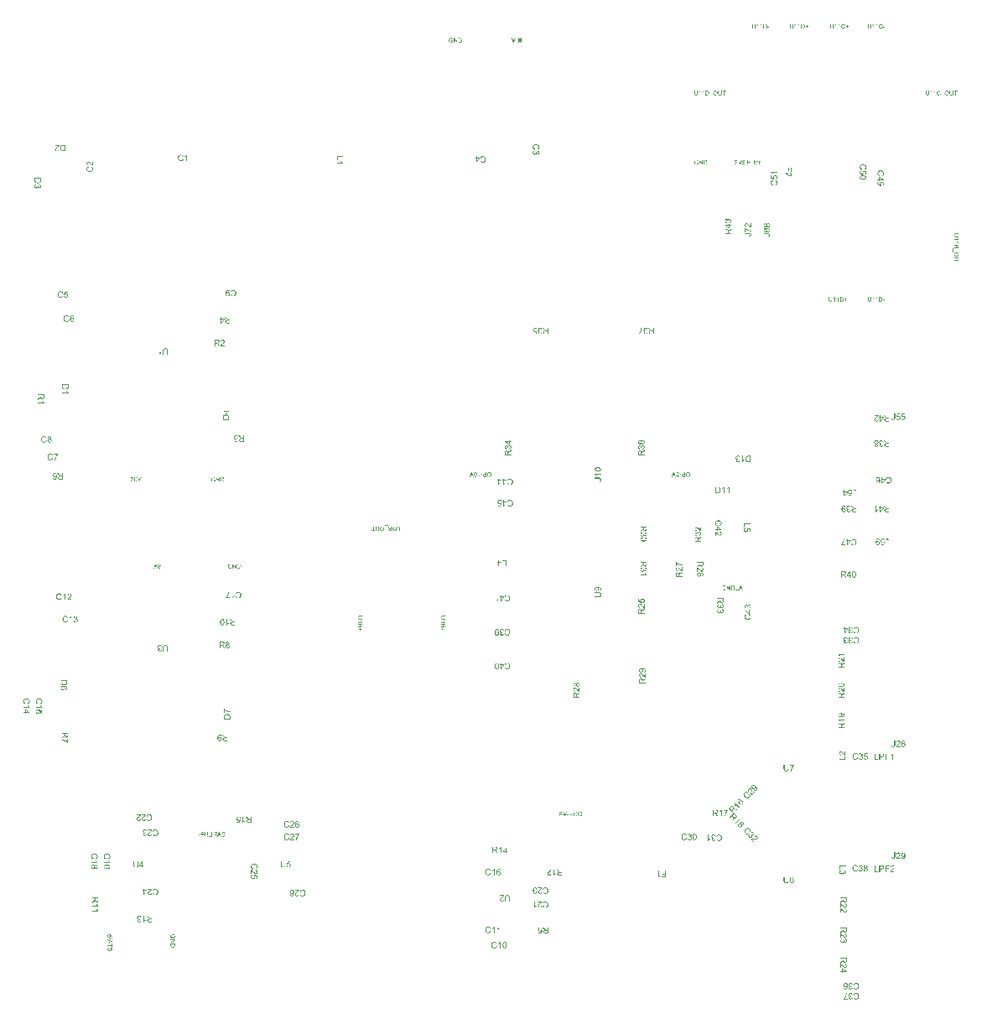
<source format=gm1>
%FSLAX23Y23*%
%MOIN*%
G70*
G01*
G75*
G04 Layer_Color=16711935*
%ADD10C,0.010*%
%ADD11C,0.015*%
%ADD12C,0.012*%
%ADD13C,0.020*%
%ADD14R,0.315X0.017*%
%ADD15R,0.157X0.118*%
G04:AMPARAMS|DCode=16|XSize=28mil|YSize=51mil|CornerRadius=4mil|HoleSize=0mil|Usage=FLASHONLY|Rotation=270.000|XOffset=0mil|YOffset=0mil|HoleType=Round|Shape=RoundedRectangle|*
%AMROUNDEDRECTD16*
21,1,0.028,0.043,0,0,270.0*
21,1,0.019,0.051,0,0,270.0*
1,1,0.008,-0.021,-0.010*
1,1,0.008,-0.021,0.010*
1,1,0.008,0.021,0.010*
1,1,0.008,0.021,-0.010*
%
%ADD16ROUNDEDRECTD16*%
G04:AMPARAMS|DCode=17|XSize=24mil|YSize=24mil|CornerRadius=5mil|HoleSize=0mil|Usage=FLASHONLY|Rotation=0.000|XOffset=0mil|YOffset=0mil|HoleType=Round|Shape=RoundedRectangle|*
%AMROUNDEDRECTD17*
21,1,0.024,0.014,0,0,0.0*
21,1,0.014,0.024,0,0,0.0*
1,1,0.009,0.007,-0.007*
1,1,0.009,-0.007,-0.007*
1,1,0.009,-0.007,0.007*
1,1,0.009,0.007,0.007*
%
%ADD17ROUNDEDRECTD17*%
G04:AMPARAMS|DCode=18|XSize=24mil|YSize=24mil|CornerRadius=5mil|HoleSize=0mil|Usage=FLASHONLY|Rotation=270.000|XOffset=0mil|YOffset=0mil|HoleType=Round|Shape=RoundedRectangle|*
%AMROUNDEDRECTD18*
21,1,0.024,0.014,0,0,270.0*
21,1,0.014,0.024,0,0,270.0*
1,1,0.009,-0.007,-0.007*
1,1,0.009,-0.007,0.007*
1,1,0.009,0.007,0.007*
1,1,0.009,0.007,-0.007*
%
%ADD18ROUNDEDRECTD18*%
G04:AMPARAMS|DCode=19|XSize=28mil|YSize=51mil|CornerRadius=4mil|HoleSize=0mil|Usage=FLASHONLY|Rotation=0.000|XOffset=0mil|YOffset=0mil|HoleType=Round|Shape=RoundedRectangle|*
%AMROUNDEDRECTD19*
21,1,0.028,0.043,0,0,0.0*
21,1,0.019,0.051,0,0,0.0*
1,1,0.008,0.010,-0.021*
1,1,0.008,-0.010,-0.021*
1,1,0.008,-0.010,0.021*
1,1,0.008,0.010,0.021*
%
%ADD19ROUNDEDRECTD19*%
G04:AMPARAMS|DCode=20|XSize=24mil|YSize=24mil|CornerRadius=6mil|HoleSize=0mil|Usage=FLASHONLY|Rotation=90.000|XOffset=0mil|YOffset=0mil|HoleType=Round|Shape=RoundedRectangle|*
%AMROUNDEDRECTD20*
21,1,0.024,0.012,0,0,90.0*
21,1,0.012,0.024,0,0,90.0*
1,1,0.012,0.006,0.006*
1,1,0.012,0.006,-0.006*
1,1,0.012,-0.006,-0.006*
1,1,0.012,-0.006,0.006*
%
%ADD20ROUNDEDRECTD20*%
G04:AMPARAMS|DCode=21|XSize=24mil|YSize=24mil|CornerRadius=6mil|HoleSize=0mil|Usage=FLASHONLY|Rotation=135.000|XOffset=0mil|YOffset=0mil|HoleType=Round|Shape=RoundedRectangle|*
%AMROUNDEDRECTD21*
21,1,0.024,0.012,0,0,135.0*
21,1,0.012,0.024,0,0,135.0*
1,1,0.012,0.000,0.008*
1,1,0.012,0.008,0.000*
1,1,0.012,0.000,-0.008*
1,1,0.012,-0.008,0.000*
%
%ADD21ROUNDEDRECTD21*%
G04:AMPARAMS|DCode=22|XSize=24mil|YSize=24mil|CornerRadius=6mil|HoleSize=0mil|Usage=FLASHONLY|Rotation=45.000|XOffset=0mil|YOffset=0mil|HoleType=Round|Shape=RoundedRectangle|*
%AMROUNDEDRECTD22*
21,1,0.024,0.012,0,0,45.0*
21,1,0.012,0.024,0,0,45.0*
1,1,0.012,0.008,0.000*
1,1,0.012,0.000,-0.008*
1,1,0.012,-0.008,0.000*
1,1,0.012,0.000,0.008*
%
%ADD22ROUNDEDRECTD22*%
G04:AMPARAMS|DCode=23|XSize=35mil|YSize=35mil|CornerRadius=5mil|HoleSize=0mil|Usage=FLASHONLY|Rotation=270.000|XOffset=0mil|YOffset=0mil|HoleType=Round|Shape=RoundedRectangle|*
%AMROUNDEDRECTD23*
21,1,0.035,0.025,0,0,270.0*
21,1,0.025,0.035,0,0,270.0*
1,1,0.011,-0.012,-0.012*
1,1,0.011,-0.012,0.012*
1,1,0.011,0.012,0.012*
1,1,0.011,0.012,-0.012*
%
%ADD23ROUNDEDRECTD23*%
G04:AMPARAMS|DCode=24|XSize=31mil|YSize=51mil|CornerRadius=5mil|HoleSize=0mil|Usage=FLASHONLY|Rotation=270.000|XOffset=0mil|YOffset=0mil|HoleType=Round|Shape=RoundedRectangle|*
%AMROUNDEDRECTD24*
21,1,0.031,0.042,0,0,270.0*
21,1,0.022,0.051,0,0,270.0*
1,1,0.009,-0.021,-0.011*
1,1,0.009,-0.021,0.011*
1,1,0.009,0.021,0.011*
1,1,0.009,0.021,-0.011*
%
%ADD24ROUNDEDRECTD24*%
G04:AMPARAMS|DCode=25|XSize=31mil|YSize=51mil|CornerRadius=5mil|HoleSize=0mil|Usage=FLASHONLY|Rotation=0.000|XOffset=0mil|YOffset=0mil|HoleType=Round|Shape=RoundedRectangle|*
%AMROUNDEDRECTD25*
21,1,0.031,0.042,0,0,0.0*
21,1,0.022,0.051,0,0,0.0*
1,1,0.009,0.011,-0.021*
1,1,0.009,-0.011,-0.021*
1,1,0.009,-0.011,0.021*
1,1,0.009,0.011,0.021*
%
%ADD25ROUNDEDRECTD25*%
G04:AMPARAMS|DCode=26|XSize=98mil|YSize=98mil|CornerRadius=10mil|HoleSize=0mil|Usage=FLASHONLY|Rotation=0.000|XOffset=0mil|YOffset=0mil|HoleType=Round|Shape=RoundedRectangle|*
%AMROUNDEDRECTD26*
21,1,0.098,0.079,0,0,0.0*
21,1,0.079,0.098,0,0,0.0*
1,1,0.020,0.039,-0.039*
1,1,0.020,-0.039,-0.039*
1,1,0.020,-0.039,0.039*
1,1,0.020,0.039,0.039*
%
%ADD26ROUNDEDRECTD26*%
G04:AMPARAMS|DCode=27|XSize=13mil|YSize=12mil|CornerRadius=3mil|HoleSize=0mil|Usage=FLASHONLY|Rotation=90.000|XOffset=0mil|YOffset=0mil|HoleType=Round|Shape=RoundedRectangle|*
%AMROUNDEDRECTD27*
21,1,0.013,0.006,0,0,90.0*
21,1,0.007,0.012,0,0,90.0*
1,1,0.006,0.003,0.003*
1,1,0.006,0.003,-0.003*
1,1,0.006,-0.003,-0.003*
1,1,0.006,-0.003,0.003*
%
%ADD27ROUNDEDRECTD27*%
%ADD28R,0.012X0.012*%
G04:AMPARAMS|DCode=29|XSize=12mil|YSize=13mil|CornerRadius=3mil|HoleSize=0mil|Usage=FLASHONLY|Rotation=180.000|XOffset=0mil|YOffset=0mil|HoleType=Round|Shape=RoundedRectangle|*
%AMROUNDEDRECTD29*
21,1,0.012,0.007,0,0,180.0*
21,1,0.006,0.013,0,0,180.0*
1,1,0.006,-0.003,0.003*
1,1,0.006,0.003,0.003*
1,1,0.006,0.003,-0.003*
1,1,0.006,-0.003,-0.003*
%
%ADD29ROUNDEDRECTD29*%
%ADD30R,0.012X0.013*%
%ADD31R,0.012X0.013*%
%ADD32R,0.017X0.070*%
G04:AMPARAMS|DCode=33|XSize=24mil|YSize=24mil|CornerRadius=6mil|HoleSize=0mil|Usage=FLASHONLY|Rotation=0.000|XOffset=0mil|YOffset=0mil|HoleType=Round|Shape=RoundedRectangle|*
%AMROUNDEDRECTD33*
21,1,0.024,0.012,0,0,0.0*
21,1,0.012,0.024,0,0,0.0*
1,1,0.012,0.006,-0.006*
1,1,0.012,-0.006,-0.006*
1,1,0.012,-0.006,0.006*
1,1,0.012,0.006,0.006*
%
%ADD33ROUNDEDRECTD33*%
G04:AMPARAMS|DCode=34|XSize=51mil|YSize=59mil|CornerRadius=8mil|HoleSize=0mil|Usage=FLASHONLY|Rotation=270.000|XOffset=0mil|YOffset=0mil|HoleType=Round|Shape=RoundedRectangle|*
%AMROUNDEDRECTD34*
21,1,0.051,0.044,0,0,270.0*
21,1,0.036,0.059,0,0,270.0*
1,1,0.015,-0.022,-0.018*
1,1,0.015,-0.022,0.018*
1,1,0.015,0.022,0.018*
1,1,0.015,0.022,-0.018*
%
%ADD34ROUNDEDRECTD34*%
G04:AMPARAMS|DCode=35|XSize=106mil|YSize=67mil|CornerRadius=10mil|HoleSize=0mil|Usage=FLASHONLY|Rotation=270.000|XOffset=0mil|YOffset=0mil|HoleType=Round|Shape=RoundedRectangle|*
%AMROUNDEDRECTD35*
21,1,0.106,0.047,0,0,270.0*
21,1,0.086,0.067,0,0,270.0*
1,1,0.020,-0.023,-0.043*
1,1,0.020,-0.023,0.043*
1,1,0.020,0.023,0.043*
1,1,0.020,0.023,-0.043*
%
%ADD35ROUNDEDRECTD35*%
G04:AMPARAMS|DCode=36|XSize=51mil|YSize=59mil|CornerRadius=8mil|HoleSize=0mil|Usage=FLASHONLY|Rotation=180.000|XOffset=0mil|YOffset=0mil|HoleType=Round|Shape=RoundedRectangle|*
%AMROUNDEDRECTD36*
21,1,0.051,0.044,0,0,180.0*
21,1,0.036,0.059,0,0,180.0*
1,1,0.015,-0.018,0.022*
1,1,0.015,0.018,0.022*
1,1,0.015,0.018,-0.022*
1,1,0.015,-0.018,-0.022*
%
%ADD36ROUNDEDRECTD36*%
G04:AMPARAMS|DCode=37|XSize=35mil|YSize=35mil|CornerRadius=5mil|HoleSize=0mil|Usage=FLASHONLY|Rotation=0.000|XOffset=0mil|YOffset=0mil|HoleType=Round|Shape=RoundedRectangle|*
%AMROUNDEDRECTD37*
21,1,0.035,0.025,0,0,0.0*
21,1,0.025,0.035,0,0,0.0*
1,1,0.011,0.012,-0.012*
1,1,0.011,-0.012,-0.012*
1,1,0.011,-0.012,0.012*
1,1,0.011,0.012,0.012*
%
%ADD37ROUNDEDRECTD37*%
G04:AMPARAMS|DCode=38|XSize=47mil|YSize=47mil|CornerRadius=7mil|HoleSize=0mil|Usage=FLASHONLY|Rotation=270.000|XOffset=0mil|YOffset=0mil|HoleType=Round|Shape=RoundedRectangle|*
%AMROUNDEDRECTD38*
21,1,0.047,0.033,0,0,270.0*
21,1,0.033,0.047,0,0,270.0*
1,1,0.014,-0.017,-0.017*
1,1,0.014,-0.017,0.017*
1,1,0.014,0.017,0.017*
1,1,0.014,0.017,-0.017*
%
%ADD38ROUNDEDRECTD38*%
G04:AMPARAMS|DCode=39|XSize=51mil|YSize=47mil|CornerRadius=7mil|HoleSize=0mil|Usage=FLASHONLY|Rotation=90.000|XOffset=0mil|YOffset=0mil|HoleType=Round|Shape=RoundedRectangle|*
%AMROUNDEDRECTD39*
21,1,0.051,0.033,0,0,90.0*
21,1,0.037,0.047,0,0,90.0*
1,1,0.014,0.017,0.019*
1,1,0.014,0.017,-0.019*
1,1,0.014,-0.017,-0.019*
1,1,0.014,-0.017,0.019*
%
%ADD39ROUNDEDRECTD39*%
G04:AMPARAMS|DCode=40|XSize=114mil|YSize=213mil|CornerRadius=29mil|HoleSize=0mil|Usage=FLASHONLY|Rotation=90.000|XOffset=0mil|YOffset=0mil|HoleType=Round|Shape=RoundedRectangle|*
%AMROUNDEDRECTD40*
21,1,0.114,0.156,0,0,90.0*
21,1,0.057,0.213,0,0,90.0*
1,1,0.057,0.078,0.029*
1,1,0.057,0.078,-0.029*
1,1,0.057,-0.078,-0.029*
1,1,0.057,-0.078,0.029*
%
%ADD40ROUNDEDRECTD40*%
G04:AMPARAMS|DCode=41|XSize=47mil|YSize=47mil|CornerRadius=12mil|HoleSize=0mil|Usage=FLASHONLY|Rotation=90.000|XOffset=0mil|YOffset=0mil|HoleType=Round|Shape=RoundedRectangle|*
%AMROUNDEDRECTD41*
21,1,0.047,0.024,0,0,90.0*
21,1,0.024,0.047,0,0,90.0*
1,1,0.024,0.012,0.012*
1,1,0.024,0.012,-0.012*
1,1,0.024,-0.012,-0.012*
1,1,0.024,-0.012,0.012*
%
%ADD41ROUNDEDRECTD41*%
G04:AMPARAMS|DCode=42|XSize=47mil|YSize=47mil|CornerRadius=12mil|HoleSize=0mil|Usage=FLASHONLY|Rotation=0.000|XOffset=0mil|YOffset=0mil|HoleType=Round|Shape=RoundedRectangle|*
%AMROUNDEDRECTD42*
21,1,0.047,0.024,0,0,0.0*
21,1,0.024,0.047,0,0,0.0*
1,1,0.024,0.012,-0.012*
1,1,0.024,-0.012,-0.012*
1,1,0.024,-0.012,0.012*
1,1,0.024,0.012,0.012*
%
%ADD42ROUNDEDRECTD42*%
G04:AMPARAMS|DCode=43|XSize=32mil|YSize=28mil|CornerRadius=3mil|HoleSize=0mil|Usage=FLASHONLY|Rotation=180.000|XOffset=0mil|YOffset=0mil|HoleType=Round|Shape=RoundedRectangle|*
%AMROUNDEDRECTD43*
21,1,0.032,0.021,0,0,180.0*
21,1,0.025,0.028,0,0,180.0*
1,1,0.007,-0.012,0.010*
1,1,0.007,0.012,0.010*
1,1,0.007,0.012,-0.010*
1,1,0.007,-0.012,-0.010*
%
%ADD43ROUNDEDRECTD43*%
G04:AMPARAMS|DCode=44|XSize=12mil|YSize=26mil|CornerRadius=1mil|HoleSize=0mil|Usage=FLASHONLY|Rotation=90.000|XOffset=0mil|YOffset=0mil|HoleType=Round|Shape=RoundedRectangle|*
%AMROUNDEDRECTD44*
21,1,0.012,0.023,0,0,90.0*
21,1,0.009,0.026,0,0,90.0*
1,1,0.003,0.012,0.004*
1,1,0.003,0.012,-0.004*
1,1,0.003,-0.012,-0.004*
1,1,0.003,-0.012,0.004*
%
%ADD44ROUNDEDRECTD44*%
%ADD45R,0.110X0.085*%
%ADD46R,0.120X0.090*%
%ADD47R,0.060X0.060*%
G04:AMPARAMS|DCode=48|XSize=59mil|YSize=157mil|CornerRadius=15mil|HoleSize=0mil|Usage=FLASHONLY|Rotation=0.000|XOffset=0mil|YOffset=0mil|HoleType=Round|Shape=RoundedRectangle|*
%AMROUNDEDRECTD48*
21,1,0.059,0.128,0,0,0.0*
21,1,0.030,0.157,0,0,0.0*
1,1,0.030,0.015,-0.064*
1,1,0.030,-0.015,-0.064*
1,1,0.030,-0.015,0.064*
1,1,0.030,0.015,0.064*
%
%ADD48ROUNDEDRECTD48*%
G04:AMPARAMS|DCode=49|XSize=421mil|YSize=339mil|CornerRadius=34mil|HoleSize=0mil|Usage=FLASHONLY|Rotation=0.000|XOffset=0mil|YOffset=0mil|HoleType=Round|Shape=RoundedRectangle|*
%AMROUNDEDRECTD49*
21,1,0.421,0.271,0,0,0.0*
21,1,0.354,0.339,0,0,0.0*
1,1,0.068,0.177,-0.135*
1,1,0.068,-0.177,-0.135*
1,1,0.068,-0.177,0.135*
1,1,0.068,0.177,0.135*
%
%ADD49ROUNDEDRECTD49*%
G04:AMPARAMS|DCode=50|XSize=16mil|YSize=40mil|CornerRadius=4mil|HoleSize=0mil|Usage=FLASHONLY|Rotation=270.000|XOffset=0mil|YOffset=0mil|HoleType=Round|Shape=RoundedRectangle|*
%AMROUNDEDRECTD50*
21,1,0.016,0.032,0,0,270.0*
21,1,0.008,0.040,0,0,270.0*
1,1,0.008,-0.016,-0.004*
1,1,0.008,-0.016,0.004*
1,1,0.008,0.016,0.004*
1,1,0.008,0.016,-0.004*
%
%ADD50ROUNDEDRECTD50*%
%ADD51R,0.051X0.106*%
%ADD52R,0.106X0.051*%
G04:AMPARAMS|DCode=53|XSize=98mil|YSize=138mil|CornerRadius=25mil|HoleSize=0mil|Usage=FLASHONLY|Rotation=0.000|XOffset=0mil|YOffset=0mil|HoleType=Round|Shape=RoundedRectangle|*
%AMROUNDEDRECTD53*
21,1,0.098,0.089,0,0,0.0*
21,1,0.049,0.138,0,0,0.0*
1,1,0.049,0.025,-0.044*
1,1,0.049,-0.025,-0.044*
1,1,0.049,-0.025,0.044*
1,1,0.049,0.025,0.044*
%
%ADD53ROUNDEDRECTD53*%
G04:AMPARAMS|DCode=54|XSize=47mil|YSize=47mil|CornerRadius=7mil|HoleSize=0mil|Usage=FLASHONLY|Rotation=180.000|XOffset=0mil|YOffset=0mil|HoleType=Round|Shape=RoundedRectangle|*
%AMROUNDEDRECTD54*
21,1,0.047,0.033,0,0,180.0*
21,1,0.033,0.047,0,0,180.0*
1,1,0.014,-0.017,0.017*
1,1,0.014,0.017,0.017*
1,1,0.014,0.017,-0.017*
1,1,0.014,-0.017,-0.017*
%
%ADD54ROUNDEDRECTD54*%
%ADD55C,0.017*%
%ADD56C,0.025*%
%ADD57C,0.014*%
%ADD58C,0.079*%
%ADD59C,0.067*%
%ADD60R,0.051X0.051*%
%ADD61C,0.051*%
%ADD62C,0.059*%
%ADD63R,0.059X0.059*%
%ADD64C,0.028*%
%ADD65C,0.016*%
%ADD66C,0.080*%
%ADD67C,0.030*%
%ADD68C,0.006*%
%ADD69C,0.016*%
%ADD70C,0.020*%
%ADD71C,0.008*%
%ADD72C,0.006*%
%ADD73C,0.003*%
%ADD74C,0.004*%
%ADD75C,0.004*%
%ADD76C,0.003*%
%ADD77C,0.008*%
%ADD78R,0.017X0.008*%
G04:AMPARAMS|DCode=79|XSize=19mil|YSize=19mil|CornerRadius=4mil|HoleSize=0mil|Usage=FLASHONLY|Rotation=90.000|XOffset=0mil|YOffset=0mil|HoleType=Round|Shape=RoundedRectangle|*
%AMROUNDEDRECTD79*
21,1,0.019,0.012,0,0,90.0*
21,1,0.012,0.019,0,0,90.0*
1,1,0.007,0.006,0.006*
1,1,0.007,0.006,-0.006*
1,1,0.007,-0.006,-0.006*
1,1,0.007,-0.006,0.006*
%
%ADD79ROUNDEDRECTD79*%
G04:AMPARAMS|DCode=80|XSize=19mil|YSize=19mil|CornerRadius=4mil|HoleSize=0mil|Usage=FLASHONLY|Rotation=135.000|XOffset=0mil|YOffset=0mil|HoleType=Round|Shape=RoundedRectangle|*
%AMROUNDEDRECTD80*
21,1,0.019,0.012,0,0,135.0*
21,1,0.012,0.019,0,0,135.0*
1,1,0.007,0.000,0.008*
1,1,0.007,0.008,0.000*
1,1,0.007,0.000,-0.008*
1,1,0.007,-0.008,0.000*
%
%ADD80ROUNDEDRECTD80*%
G04:AMPARAMS|DCode=81|XSize=19mil|YSize=19mil|CornerRadius=4mil|HoleSize=0mil|Usage=FLASHONLY|Rotation=45.000|XOffset=0mil|YOffset=0mil|HoleType=Round|Shape=RoundedRectangle|*
%AMROUNDEDRECTD81*
21,1,0.019,0.012,0,0,45.0*
21,1,0.012,0.019,0,0,45.0*
1,1,0.007,0.008,0.000*
1,1,0.007,0.000,-0.008*
1,1,0.007,-0.008,0.000*
1,1,0.007,0.000,0.008*
%
%ADD81ROUNDEDRECTD81*%
G04:AMPARAMS|DCode=82|XSize=19mil|YSize=19mil|CornerRadius=4mil|HoleSize=0mil|Usage=FLASHONLY|Rotation=0.000|XOffset=0mil|YOffset=0mil|HoleType=Round|Shape=RoundedRectangle|*
%AMROUNDEDRECTD82*
21,1,0.019,0.012,0,0,0.0*
21,1,0.012,0.019,0,0,0.0*
1,1,0.007,0.006,-0.006*
1,1,0.007,-0.006,-0.006*
1,1,0.007,-0.006,0.006*
1,1,0.007,0.006,0.006*
%
%ADD82ROUNDEDRECTD82*%
%ADD83R,0.323X0.025*%
%ADD84R,0.165X0.126*%
G04:AMPARAMS|DCode=85|XSize=36mil|YSize=59mil|CornerRadius=8mil|HoleSize=0mil|Usage=FLASHONLY|Rotation=270.000|XOffset=0mil|YOffset=0mil|HoleType=Round|Shape=RoundedRectangle|*
%AMROUNDEDRECTD85*
21,1,0.036,0.043,0,0,270.0*
21,1,0.019,0.059,0,0,270.0*
1,1,0.016,-0.021,-0.010*
1,1,0.016,-0.021,0.010*
1,1,0.016,0.021,0.010*
1,1,0.016,0.021,-0.010*
%
%ADD85ROUNDEDRECTD85*%
G04:AMPARAMS|DCode=86|XSize=32mil|YSize=32mil|CornerRadius=9mil|HoleSize=0mil|Usage=FLASHONLY|Rotation=0.000|XOffset=0mil|YOffset=0mil|HoleType=Round|Shape=RoundedRectangle|*
%AMROUNDEDRECTD86*
21,1,0.032,0.014,0,0,0.0*
21,1,0.014,0.032,0,0,0.0*
1,1,0.017,0.007,-0.007*
1,1,0.017,-0.007,-0.007*
1,1,0.017,-0.007,0.007*
1,1,0.017,0.007,0.007*
%
%ADD86ROUNDEDRECTD86*%
G04:AMPARAMS|DCode=87|XSize=32mil|YSize=32mil|CornerRadius=9mil|HoleSize=0mil|Usage=FLASHONLY|Rotation=270.000|XOffset=0mil|YOffset=0mil|HoleType=Round|Shape=RoundedRectangle|*
%AMROUNDEDRECTD87*
21,1,0.032,0.014,0,0,270.0*
21,1,0.014,0.032,0,0,270.0*
1,1,0.017,-0.007,-0.007*
1,1,0.017,-0.007,0.007*
1,1,0.017,0.007,0.007*
1,1,0.017,0.007,-0.007*
%
%ADD87ROUNDEDRECTD87*%
G04:AMPARAMS|DCode=88|XSize=36mil|YSize=59mil|CornerRadius=8mil|HoleSize=0mil|Usage=FLASHONLY|Rotation=0.000|XOffset=0mil|YOffset=0mil|HoleType=Round|Shape=RoundedRectangle|*
%AMROUNDEDRECTD88*
21,1,0.036,0.043,0,0,0.0*
21,1,0.019,0.059,0,0,0.0*
1,1,0.016,0.010,-0.021*
1,1,0.016,-0.010,-0.021*
1,1,0.016,-0.010,0.021*
1,1,0.016,0.010,0.021*
%
%ADD88ROUNDEDRECTD88*%
G04:AMPARAMS|DCode=89|XSize=32mil|YSize=32mil|CornerRadius=10mil|HoleSize=0mil|Usage=FLASHONLY|Rotation=90.000|XOffset=0mil|YOffset=0mil|HoleType=Round|Shape=RoundedRectangle|*
%AMROUNDEDRECTD89*
21,1,0.032,0.012,0,0,90.0*
21,1,0.012,0.032,0,0,90.0*
1,1,0.020,0.006,0.006*
1,1,0.020,0.006,-0.006*
1,1,0.020,-0.006,-0.006*
1,1,0.020,-0.006,0.006*
%
%ADD89ROUNDEDRECTD89*%
G04:AMPARAMS|DCode=90|XSize=32mil|YSize=32mil|CornerRadius=10mil|HoleSize=0mil|Usage=FLASHONLY|Rotation=135.000|XOffset=0mil|YOffset=0mil|HoleType=Round|Shape=RoundedRectangle|*
%AMROUNDEDRECTD90*
21,1,0.032,0.012,0,0,135.0*
21,1,0.012,0.032,0,0,135.0*
1,1,0.020,0.000,0.008*
1,1,0.020,0.008,0.000*
1,1,0.020,0.000,-0.008*
1,1,0.020,-0.008,0.000*
%
%ADD90ROUNDEDRECTD90*%
G04:AMPARAMS|DCode=91|XSize=32mil|YSize=32mil|CornerRadius=10mil|HoleSize=0mil|Usage=FLASHONLY|Rotation=45.000|XOffset=0mil|YOffset=0mil|HoleType=Round|Shape=RoundedRectangle|*
%AMROUNDEDRECTD91*
21,1,0.032,0.012,0,0,45.0*
21,1,0.012,0.032,0,0,45.0*
1,1,0.020,0.008,0.000*
1,1,0.020,0.000,-0.008*
1,1,0.020,-0.008,0.000*
1,1,0.020,0.000,0.008*
%
%ADD91ROUNDEDRECTD91*%
G04:AMPARAMS|DCode=92|XSize=43mil|YSize=43mil|CornerRadius=9mil|HoleSize=0mil|Usage=FLASHONLY|Rotation=270.000|XOffset=0mil|YOffset=0mil|HoleType=Round|Shape=RoundedRectangle|*
%AMROUNDEDRECTD92*
21,1,0.043,0.025,0,0,270.0*
21,1,0.025,0.043,0,0,270.0*
1,1,0.019,-0.012,-0.012*
1,1,0.019,-0.012,0.012*
1,1,0.019,0.012,0.012*
1,1,0.019,0.012,-0.012*
%
%ADD92ROUNDEDRECTD92*%
G04:AMPARAMS|DCode=93|XSize=39mil|YSize=59mil|CornerRadius=9mil|HoleSize=0mil|Usage=FLASHONLY|Rotation=270.000|XOffset=0mil|YOffset=0mil|HoleType=Round|Shape=RoundedRectangle|*
%AMROUNDEDRECTD93*
21,1,0.039,0.042,0,0,270.0*
21,1,0.022,0.059,0,0,270.0*
1,1,0.017,-0.021,-0.011*
1,1,0.017,-0.021,0.011*
1,1,0.017,0.021,0.011*
1,1,0.017,0.021,-0.011*
%
%ADD93ROUNDEDRECTD93*%
G04:AMPARAMS|DCode=94|XSize=39mil|YSize=59mil|CornerRadius=9mil|HoleSize=0mil|Usage=FLASHONLY|Rotation=0.000|XOffset=0mil|YOffset=0mil|HoleType=Round|Shape=RoundedRectangle|*
%AMROUNDEDRECTD94*
21,1,0.039,0.042,0,0,0.0*
21,1,0.022,0.059,0,0,0.0*
1,1,0.017,0.011,-0.021*
1,1,0.017,-0.011,-0.021*
1,1,0.017,-0.011,0.021*
1,1,0.017,0.011,0.021*
%
%ADD94ROUNDEDRECTD94*%
G04:AMPARAMS|DCode=95|XSize=102mil|YSize=102mil|CornerRadius=12mil|HoleSize=0mil|Usage=FLASHONLY|Rotation=0.000|XOffset=0mil|YOffset=0mil|HoleType=Round|Shape=RoundedRectangle|*
%AMROUNDEDRECTD95*
21,1,0.102,0.079,0,0,0.0*
21,1,0.079,0.102,0,0,0.0*
1,1,0.024,0.039,-0.039*
1,1,0.024,-0.039,-0.039*
1,1,0.024,-0.039,0.039*
1,1,0.024,0.039,0.039*
%
%ADD95ROUNDEDRECTD95*%
G04:AMPARAMS|DCode=96|XSize=17mil|YSize=16mil|CornerRadius=5mil|HoleSize=0mil|Usage=FLASHONLY|Rotation=90.000|XOffset=0mil|YOffset=0mil|HoleType=Round|Shape=RoundedRectangle|*
%AMROUNDEDRECTD96*
21,1,0.017,0.006,0,0,90.0*
21,1,0.007,0.016,0,0,90.0*
1,1,0.010,0.003,0.003*
1,1,0.010,0.003,-0.003*
1,1,0.010,-0.003,-0.003*
1,1,0.010,-0.003,0.003*
%
%ADD96ROUNDEDRECTD96*%
%ADD97R,0.016X0.016*%
G04:AMPARAMS|DCode=98|XSize=16mil|YSize=17mil|CornerRadius=5mil|HoleSize=0mil|Usage=FLASHONLY|Rotation=180.000|XOffset=0mil|YOffset=0mil|HoleType=Round|Shape=RoundedRectangle|*
%AMROUNDEDRECTD98*
21,1,0.016,0.007,0,0,180.0*
21,1,0.006,0.017,0,0,180.0*
1,1,0.010,-0.003,0.003*
1,1,0.010,0.003,0.003*
1,1,0.010,0.003,-0.003*
1,1,0.010,-0.003,-0.003*
%
%ADD98ROUNDEDRECTD98*%
%ADD99R,0.016X0.017*%
%ADD100R,0.016X0.017*%
%ADD101R,0.025X0.078*%
G04:AMPARAMS|DCode=102|XSize=32mil|YSize=32mil|CornerRadius=10mil|HoleSize=0mil|Usage=FLASHONLY|Rotation=0.000|XOffset=0mil|YOffset=0mil|HoleType=Round|Shape=RoundedRectangle|*
%AMROUNDEDRECTD102*
21,1,0.032,0.012,0,0,0.0*
21,1,0.012,0.032,0,0,0.0*
1,1,0.020,0.006,-0.006*
1,1,0.020,-0.006,-0.006*
1,1,0.020,-0.006,0.006*
1,1,0.020,0.006,0.006*
%
%ADD102ROUNDEDRECTD102*%
G04:AMPARAMS|DCode=103|XSize=59mil|YSize=67mil|CornerRadius=12mil|HoleSize=0mil|Usage=FLASHONLY|Rotation=270.000|XOffset=0mil|YOffset=0mil|HoleType=Round|Shape=RoundedRectangle|*
%AMROUNDEDRECTD103*
21,1,0.059,0.044,0,0,270.0*
21,1,0.036,0.067,0,0,270.0*
1,1,0.023,-0.022,-0.018*
1,1,0.023,-0.022,0.018*
1,1,0.023,0.022,0.018*
1,1,0.023,0.022,-0.018*
%
%ADD103ROUNDEDRECTD103*%
G04:AMPARAMS|DCode=104|XSize=114mil|YSize=75mil|CornerRadius=14mil|HoleSize=0mil|Usage=FLASHONLY|Rotation=270.000|XOffset=0mil|YOffset=0mil|HoleType=Round|Shape=RoundedRectangle|*
%AMROUNDEDRECTD104*
21,1,0.114,0.047,0,0,270.0*
21,1,0.086,0.075,0,0,270.0*
1,1,0.028,-0.023,-0.043*
1,1,0.028,-0.023,0.043*
1,1,0.028,0.023,0.043*
1,1,0.028,0.023,-0.043*
%
%ADD104ROUNDEDRECTD104*%
G04:AMPARAMS|DCode=105|XSize=59mil|YSize=67mil|CornerRadius=12mil|HoleSize=0mil|Usage=FLASHONLY|Rotation=180.000|XOffset=0mil|YOffset=0mil|HoleType=Round|Shape=RoundedRectangle|*
%AMROUNDEDRECTD105*
21,1,0.059,0.044,0,0,180.0*
21,1,0.036,0.067,0,0,180.0*
1,1,0.023,-0.018,0.022*
1,1,0.023,0.018,0.022*
1,1,0.023,0.018,-0.022*
1,1,0.023,-0.018,-0.022*
%
%ADD105ROUNDEDRECTD105*%
G04:AMPARAMS|DCode=106|XSize=43mil|YSize=43mil|CornerRadius=9mil|HoleSize=0mil|Usage=FLASHONLY|Rotation=0.000|XOffset=0mil|YOffset=0mil|HoleType=Round|Shape=RoundedRectangle|*
%AMROUNDEDRECTD106*
21,1,0.043,0.025,0,0,0.0*
21,1,0.025,0.043,0,0,0.0*
1,1,0.019,0.012,-0.012*
1,1,0.019,-0.012,-0.012*
1,1,0.019,-0.012,0.012*
1,1,0.019,0.012,0.012*
%
%ADD106ROUNDEDRECTD106*%
G04:AMPARAMS|DCode=107|XSize=55mil|YSize=55mil|CornerRadius=11mil|HoleSize=0mil|Usage=FLASHONLY|Rotation=270.000|XOffset=0mil|YOffset=0mil|HoleType=Round|Shape=RoundedRectangle|*
%AMROUNDEDRECTD107*
21,1,0.055,0.033,0,0,270.0*
21,1,0.033,0.055,0,0,270.0*
1,1,0.022,-0.017,-0.017*
1,1,0.022,-0.017,0.017*
1,1,0.022,0.017,0.017*
1,1,0.022,0.017,-0.017*
%
%ADD107ROUNDEDRECTD107*%
G04:AMPARAMS|DCode=108|XSize=59mil|YSize=55mil|CornerRadius=11mil|HoleSize=0mil|Usage=FLASHONLY|Rotation=90.000|XOffset=0mil|YOffset=0mil|HoleType=Round|Shape=RoundedRectangle|*
%AMROUNDEDRECTD108*
21,1,0.059,0.033,0,0,90.0*
21,1,0.037,0.055,0,0,90.0*
1,1,0.022,0.017,0.019*
1,1,0.022,0.017,-0.019*
1,1,0.022,-0.017,-0.019*
1,1,0.022,-0.017,0.019*
%
%ADD108ROUNDEDRECTD108*%
G04:AMPARAMS|DCode=109|XSize=122mil|YSize=221mil|CornerRadius=33mil|HoleSize=0mil|Usage=FLASHONLY|Rotation=90.000|XOffset=0mil|YOffset=0mil|HoleType=Round|Shape=RoundedRectangle|*
%AMROUNDEDRECTD109*
21,1,0.122,0.156,0,0,90.0*
21,1,0.057,0.221,0,0,90.0*
1,1,0.065,0.078,0.029*
1,1,0.065,0.078,-0.029*
1,1,0.065,-0.078,-0.029*
1,1,0.065,-0.078,0.029*
%
%ADD109ROUNDEDRECTD109*%
G04:AMPARAMS|DCode=110|XSize=55mil|YSize=55mil|CornerRadius=16mil|HoleSize=0mil|Usage=FLASHONLY|Rotation=90.000|XOffset=0mil|YOffset=0mil|HoleType=Round|Shape=RoundedRectangle|*
%AMROUNDEDRECTD110*
21,1,0.055,0.024,0,0,90.0*
21,1,0.024,0.055,0,0,90.0*
1,1,0.032,0.012,0.012*
1,1,0.032,0.012,-0.012*
1,1,0.032,-0.012,-0.012*
1,1,0.032,-0.012,0.012*
%
%ADD110ROUNDEDRECTD110*%
G04:AMPARAMS|DCode=111|XSize=55mil|YSize=55mil|CornerRadius=16mil|HoleSize=0mil|Usage=FLASHONLY|Rotation=0.000|XOffset=0mil|YOffset=0mil|HoleType=Round|Shape=RoundedRectangle|*
%AMROUNDEDRECTD111*
21,1,0.055,0.024,0,0,0.0*
21,1,0.024,0.055,0,0,0.0*
1,1,0.032,0.012,-0.012*
1,1,0.032,-0.012,-0.012*
1,1,0.032,-0.012,0.012*
1,1,0.032,0.012,0.012*
%
%ADD111ROUNDEDRECTD111*%
G04:AMPARAMS|DCode=112|XSize=38mil|YSize=34mil|CornerRadius=6mil|HoleSize=0mil|Usage=FLASHONLY|Rotation=180.000|XOffset=0mil|YOffset=0mil|HoleType=Round|Shape=RoundedRectangle|*
%AMROUNDEDRECTD112*
21,1,0.038,0.021,0,0,180.0*
21,1,0.025,0.034,0,0,180.0*
1,1,0.013,-0.012,0.010*
1,1,0.013,0.012,0.010*
1,1,0.013,0.012,-0.010*
1,1,0.013,-0.012,-0.010*
%
%ADD112ROUNDEDRECTD112*%
G04:AMPARAMS|DCode=113|XSize=18mil|YSize=32mil|CornerRadius=4mil|HoleSize=0mil|Usage=FLASHONLY|Rotation=90.000|XOffset=0mil|YOffset=0mil|HoleType=Round|Shape=RoundedRectangle|*
%AMROUNDEDRECTD113*
21,1,0.018,0.023,0,0,90.0*
21,1,0.009,0.032,0,0,90.0*
1,1,0.009,0.012,0.004*
1,1,0.009,0.012,-0.004*
1,1,0.009,-0.012,-0.004*
1,1,0.009,-0.012,0.004*
%
%ADD113ROUNDEDRECTD113*%
%ADD114R,0.118X0.093*%
%ADD115R,0.128X0.098*%
%ADD116R,0.068X0.068*%
G04:AMPARAMS|DCode=117|XSize=67mil|YSize=165mil|CornerRadius=19mil|HoleSize=0mil|Usage=FLASHONLY|Rotation=0.000|XOffset=0mil|YOffset=0mil|HoleType=Round|Shape=RoundedRectangle|*
%AMROUNDEDRECTD117*
21,1,0.067,0.128,0,0,0.0*
21,1,0.030,0.165,0,0,0.0*
1,1,0.038,0.015,-0.064*
1,1,0.038,-0.015,-0.064*
1,1,0.038,-0.015,0.064*
1,1,0.038,0.015,0.064*
%
%ADD117ROUNDEDRECTD117*%
G04:AMPARAMS|DCode=118|XSize=429mil|YSize=347mil|CornerRadius=38mil|HoleSize=0mil|Usage=FLASHONLY|Rotation=0.000|XOffset=0mil|YOffset=0mil|HoleType=Round|Shape=RoundedRectangle|*
%AMROUNDEDRECTD118*
21,1,0.429,0.271,0,0,0.0*
21,1,0.354,0.347,0,0,0.0*
1,1,0.076,0.177,-0.135*
1,1,0.076,-0.177,-0.135*
1,1,0.076,-0.177,0.135*
1,1,0.076,0.177,0.135*
%
%ADD118ROUNDEDRECTD118*%
G04:AMPARAMS|DCode=119|XSize=24mil|YSize=48mil|CornerRadius=8mil|HoleSize=0mil|Usage=FLASHONLY|Rotation=270.000|XOffset=0mil|YOffset=0mil|HoleType=Round|Shape=RoundedRectangle|*
%AMROUNDEDRECTD119*
21,1,0.024,0.032,0,0,270.0*
21,1,0.008,0.048,0,0,270.0*
1,1,0.016,-0.016,-0.004*
1,1,0.016,-0.016,0.004*
1,1,0.016,0.016,0.004*
1,1,0.016,0.016,-0.004*
%
%ADD119ROUNDEDRECTD119*%
%ADD120R,0.059X0.114*%
%ADD121R,0.114X0.059*%
G04:AMPARAMS|DCode=122|XSize=106mil|YSize=146mil|CornerRadius=29mil|HoleSize=0mil|Usage=FLASHONLY|Rotation=0.000|XOffset=0mil|YOffset=0mil|HoleType=Round|Shape=RoundedRectangle|*
%AMROUNDEDRECTD122*
21,1,0.106,0.089,0,0,0.0*
21,1,0.049,0.146,0,0,0.0*
1,1,0.057,0.025,-0.044*
1,1,0.057,-0.025,-0.044*
1,1,0.057,-0.025,0.044*
1,1,0.057,0.025,0.044*
%
%ADD122ROUNDEDRECTD122*%
G04:AMPARAMS|DCode=123|XSize=55mil|YSize=55mil|CornerRadius=11mil|HoleSize=0mil|Usage=FLASHONLY|Rotation=180.000|XOffset=0mil|YOffset=0mil|HoleType=Round|Shape=RoundedRectangle|*
%AMROUNDEDRECTD123*
21,1,0.055,0.033,0,0,180.0*
21,1,0.033,0.055,0,0,180.0*
1,1,0.022,-0.017,0.017*
1,1,0.022,0.017,0.017*
1,1,0.022,0.017,-0.017*
1,1,0.022,-0.017,-0.017*
%
%ADD123ROUNDEDRECTD123*%
%ADD124C,0.022*%
%ADD125C,0.087*%
%ADD126C,0.075*%
%ADD127R,0.059X0.059*%
%ADD128C,0.059*%
%ADD129C,0.067*%
%ADD130R,0.067X0.067*%
G36*
X4501Y3028D02*
X4490D01*
X4490Y3028D01*
X4489D01*
X4488Y3028D01*
X4488Y3028D01*
X4487Y3028D01*
X4486Y3028D01*
X4486Y3028D01*
X4485Y3028D01*
X4485D01*
X4485Y3028D01*
X4485Y3029D01*
X4485Y3029D01*
X4484Y3029D01*
X4484Y3029D01*
X4483Y3030D01*
X4483Y3030D01*
X4482Y3031D01*
Y3031D01*
X4482Y3031D01*
X4482Y3031D01*
X4482Y3031D01*
X4482Y3032D01*
X4482Y3032D01*
X4482Y3033D01*
X4481Y3034D01*
X4481Y3035D01*
Y3035D01*
Y3035D01*
Y3035D01*
X4481Y3035D01*
Y3035D01*
X4481Y3036D01*
X4482Y3036D01*
X4482Y3037D01*
X4482Y3038D01*
X4483Y3038D01*
X4483Y3039D01*
X4483Y3039D01*
X4483Y3039D01*
X4483Y3039D01*
X4483Y3039D01*
X4483Y3039D01*
X4484Y3040D01*
X4484Y3040D01*
X4484Y3040D01*
X4484Y3040D01*
X4485Y3040D01*
X4485Y3040D01*
X4486Y3041D01*
X4486Y3041D01*
X4487Y3041D01*
X4487Y3041D01*
X4488Y3041D01*
X4488Y3041D01*
X4488Y3041D01*
X4488Y3042D01*
X4488Y3042D01*
X4488Y3042D01*
X4487Y3042D01*
X4487Y3042D01*
X4486Y3043D01*
X4486Y3043D01*
X4486Y3043D01*
X4486Y3043D01*
X4486Y3044D01*
X4485Y3044D01*
X4485Y3045D01*
X4484Y3045D01*
X4484Y3046D01*
X4479Y3053D01*
X4484D01*
X4487Y3048D01*
Y3048D01*
X4487Y3048D01*
X4487Y3047D01*
X4487Y3047D01*
X4487Y3047D01*
X4488Y3046D01*
X4488Y3046D01*
X4488Y3045D01*
X4489Y3045D01*
X4489Y3044D01*
X4489Y3044D01*
X4489Y3044D01*
X4490Y3044D01*
X4490Y3044D01*
X4490Y3043D01*
X4491Y3043D01*
X4491Y3043D01*
X4491Y3042D01*
X4491Y3042D01*
X4491Y3042D01*
X4491Y3042D01*
X4492Y3042D01*
X4492Y3042D01*
X4492Y3042D01*
X4493D01*
X4493Y3042D01*
X4493D01*
X4493Y3042D01*
X4493Y3042D01*
X4493D01*
X4494Y3042D01*
X4498D01*
Y3053D01*
X4501D01*
Y3028D01*
D02*
G37*
G36*
X4470Y3053D02*
X4470Y3053D01*
X4471Y3053D01*
X4471Y3053D01*
X4471Y3053D01*
X4472Y3053D01*
X4473Y3052D01*
X4474Y3052D01*
X4474Y3052D01*
X4474Y3052D01*
X4475Y3051D01*
X4475Y3051D01*
X4475Y3051D01*
X4475Y3051D01*
X4475Y3051D01*
X4475Y3051D01*
X4476Y3051D01*
X4476Y3050D01*
X4476Y3050D01*
X4476Y3050D01*
X4476Y3049D01*
X4477Y3048D01*
X4477Y3047D01*
X4477Y3047D01*
X4477Y3046D01*
X4474Y3046D01*
Y3046D01*
X4474Y3046D01*
X4474Y3046D01*
X4474Y3046D01*
X4474Y3046D01*
X4474Y3047D01*
X4474Y3047D01*
X4474Y3048D01*
X4473Y3049D01*
X4473Y3049D01*
X4472Y3050D01*
X4472Y3050D01*
X4472Y3050D01*
X4472Y3050D01*
X4472Y3050D01*
X4471Y3050D01*
X4471Y3051D01*
X4470Y3051D01*
X4469Y3051D01*
X4469D01*
X4469Y3051D01*
X4469Y3051D01*
X4468Y3051D01*
X4467Y3050D01*
X4467Y3050D01*
X4466Y3050D01*
X4466Y3049D01*
X4466Y3049D01*
X4465Y3049D01*
X4465Y3049D01*
X4465Y3048D01*
X4465Y3048D01*
X4464Y3047D01*
X4464Y3046D01*
X4464Y3046D01*
Y3045D01*
Y3045D01*
Y3045D01*
X4464Y3045D01*
X4464Y3045D01*
X4464Y3044D01*
X4464Y3044D01*
X4465Y3043D01*
X4465Y3043D01*
X4466Y3042D01*
X4466Y3042D01*
X4466Y3042D01*
X4466Y3042D01*
X4467Y3041D01*
X4467Y3041D01*
X4468Y3041D01*
X4468Y3041D01*
X4469Y3041D01*
X4469D01*
X4470Y3041D01*
X4470Y3041D01*
X4470Y3041D01*
X4471Y3041D01*
X4471Y3041D01*
X4471Y3038D01*
X4471D01*
X4471Y3038D01*
X4470D01*
X4470Y3038D01*
X4469Y3038D01*
X4469Y3038D01*
X4468Y3038D01*
X4467Y3038D01*
X4467Y3037D01*
X4467D01*
X4467Y3037D01*
X4467Y3037D01*
X4466Y3037D01*
X4466Y3036D01*
X4466Y3036D01*
X4466Y3035D01*
X4465Y3035D01*
X4465Y3034D01*
Y3034D01*
Y3034D01*
Y3034D01*
Y3034D01*
X4465Y3033D01*
X4465Y3033D01*
X4466Y3033D01*
X4466Y3032D01*
X4466Y3032D01*
X4466Y3031D01*
X4466Y3031D01*
X4467Y3031D01*
X4467Y3031D01*
X4467Y3031D01*
X4468Y3030D01*
X4468Y3030D01*
X4469Y3030D01*
X4469Y3030D01*
X4470D01*
X4470Y3030D01*
X4470Y3030D01*
X4471Y3030D01*
X4471Y3031D01*
X4472Y3031D01*
X4472Y3031D01*
X4472Y3031D01*
X4473Y3031D01*
X4473Y3032D01*
X4473Y3032D01*
X4473Y3033D01*
X4474Y3033D01*
X4474Y3034D01*
X4474Y3035D01*
X4477Y3034D01*
Y3034D01*
X4477Y3034D01*
X4477Y3034D01*
X4477Y3034D01*
X4477Y3033D01*
X4477Y3033D01*
X4477Y3032D01*
X4476Y3032D01*
X4476Y3031D01*
X4475Y3030D01*
X4474Y3029D01*
X4474Y3029D01*
X4474Y3029D01*
X4474Y3029D01*
X4474Y3029D01*
X4474Y3029D01*
X4474Y3029D01*
X4473Y3029D01*
X4473Y3028D01*
X4472Y3028D01*
X4472Y3028D01*
X4471Y3028D01*
X4470Y3028D01*
X4469D01*
X4469Y3028D01*
X4468Y3028D01*
X4468Y3028D01*
X4467Y3028D01*
X4466Y3028D01*
X4466Y3028D01*
X4466D01*
X4466Y3029D01*
X4465Y3029D01*
X4465Y3029D01*
X4465Y3029D01*
X4464Y3029D01*
X4464Y3030D01*
X4463Y3030D01*
X4463Y3031D01*
X4463Y3031D01*
X4463Y3031D01*
X4463Y3031D01*
X4463Y3032D01*
X4462Y3032D01*
X4462Y3033D01*
X4462Y3034D01*
X4462Y3034D01*
Y3034D01*
Y3034D01*
X4462Y3035D01*
X4462Y3035D01*
X4462Y3036D01*
X4463Y3036D01*
X4463Y3037D01*
X4463Y3037D01*
X4463Y3037D01*
X4463Y3037D01*
X4463Y3038D01*
X4464Y3038D01*
X4464Y3038D01*
X4464Y3039D01*
X4465Y3039D01*
X4466Y3039D01*
X4466D01*
X4465Y3039D01*
X4465Y3039D01*
X4465Y3039D01*
X4465Y3039D01*
X4464Y3040D01*
X4464Y3040D01*
X4463Y3040D01*
X4463Y3041D01*
X4462Y3041D01*
X4462Y3041D01*
X4462Y3042D01*
X4462Y3042D01*
X4461Y3043D01*
X4461Y3043D01*
X4461Y3044D01*
X4461Y3045D01*
X4461Y3045D01*
Y3045D01*
Y3046D01*
Y3046D01*
X4461Y3046D01*
X4461Y3046D01*
X4461Y3047D01*
X4461Y3047D01*
X4461Y3047D01*
X4461Y3048D01*
X4462Y3049D01*
X4462Y3049D01*
X4462Y3050D01*
X4463Y3050D01*
X4463Y3051D01*
X4463Y3051D01*
X4463Y3051D01*
X4463Y3051D01*
X4464Y3051D01*
X4464Y3051D01*
X4464Y3052D01*
X4464Y3052D01*
X4465Y3052D01*
X4465Y3052D01*
X4465Y3052D01*
X4466Y3053D01*
X4466Y3053D01*
X4467Y3053D01*
X4467Y3053D01*
X4468Y3053D01*
X4469Y3053D01*
X4469Y3053D01*
X4470D01*
X4470Y3053D01*
D02*
G37*
G36*
X3475Y2710D02*
X3476D01*
X3476Y2710D01*
X3477Y2710D01*
X3478Y2710D01*
X3479Y2709D01*
X3480Y2709D01*
X3480Y2709D01*
X3480Y2709D01*
X3480D01*
X3481Y2709D01*
X3481Y2709D01*
X3481Y2709D01*
X3481Y2709D01*
X3482Y2708D01*
X3482Y2708D01*
X3483Y2707D01*
X3484Y2707D01*
X3484Y2706D01*
Y2706D01*
X3484Y2706D01*
X3484Y2706D01*
X3484Y2705D01*
X3484Y2705D01*
X3484Y2705D01*
X3485Y2705D01*
X3485Y2704D01*
X3485Y2704D01*
X3485Y2703D01*
X3485Y2703D01*
X3485Y2702D01*
X3485Y2702D01*
X3485Y2701D01*
X3485Y2700D01*
Y2700D01*
Y2700D01*
Y2700D01*
X3485Y2699D01*
Y2699D01*
X3485Y2699D01*
X3485Y2698D01*
X3485Y2698D01*
X3485Y2697D01*
X3485Y2696D01*
X3485Y2695D01*
X3484Y2694D01*
Y2694D01*
X3484Y2694D01*
X3484Y2694D01*
X3484Y2694D01*
X3484Y2693D01*
X3483Y2693D01*
X3483Y2692D01*
X3482Y2692D01*
X3482Y2691D01*
X3481Y2691D01*
X3481D01*
X3481Y2691D01*
X3480Y2691D01*
X3480Y2691D01*
X3480Y2691D01*
X3480Y2691D01*
X3479Y2691D01*
X3479Y2690D01*
X3479Y2690D01*
X3478Y2690D01*
X3478Y2690D01*
X3477Y2690D01*
X3476Y2690D01*
X3476Y2690D01*
X3475Y2690D01*
X3460D01*
Y2693D01*
X3475D01*
X3475Y2693D01*
X3476D01*
X3476Y2693D01*
X3477Y2693D01*
X3478Y2694D01*
X3479Y2694D01*
X3479Y2694D01*
X3479Y2694D01*
X3479Y2694D01*
X3479Y2694D01*
X3480Y2694D01*
X3480Y2694D01*
X3480Y2695D01*
X3481Y2695D01*
X3481Y2695D01*
X3482Y2696D01*
X3482Y2696D01*
X3482Y2696D01*
X3482Y2697D01*
X3482Y2697D01*
X3482Y2698D01*
X3482Y2698D01*
X3482Y2699D01*
X3482Y2700D01*
Y2700D01*
Y2700D01*
Y2700D01*
X3482Y2700D01*
Y2701D01*
X3482Y2701D01*
X3482Y2702D01*
X3482Y2703D01*
X3482Y2703D01*
X3481Y2704D01*
X3481Y2705D01*
X3481Y2705D01*
X3481Y2705D01*
X3481Y2705D01*
X3481Y2705D01*
X3480Y2705D01*
X3480Y2705D01*
X3480Y2705D01*
X3480Y2706D01*
X3479Y2706D01*
X3479Y2706D01*
X3478Y2706D01*
X3478Y2706D01*
X3477Y2706D01*
X3477Y2706D01*
X3476Y2706D01*
X3475Y2706D01*
X3460D01*
Y2710D01*
X3475D01*
X3475Y2710D01*
D02*
G37*
G36*
X3473Y2731D02*
X3474D01*
X3474Y2731D01*
X3475Y2731D01*
X3476Y2730D01*
X3477Y2730D01*
X3478Y2730D01*
X3479Y2730D01*
X3480Y2730D01*
X3480D01*
X3480Y2730D01*
X3480Y2729D01*
X3480Y2729D01*
X3480Y2729D01*
X3481Y2729D01*
X3481Y2729D01*
X3482Y2728D01*
X3483Y2728D01*
X3483Y2727D01*
X3484Y2726D01*
Y2726D01*
X3484Y2726D01*
X3484Y2726D01*
X3484Y2726D01*
X3484Y2726D01*
X3484Y2726D01*
X3485Y2725D01*
X3485Y2725D01*
X3485Y2724D01*
X3485Y2724D01*
X3485Y2723D01*
X3485Y2722D01*
Y2722D01*
Y2721D01*
Y2721D01*
X3485Y2721D01*
Y2721D01*
X3485Y2721D01*
X3485Y2720D01*
X3485Y2719D01*
X3485Y2718D01*
X3484Y2718D01*
X3484Y2717D01*
X3484Y2717D01*
X3484Y2717D01*
X3484Y2717D01*
X3484Y2717D01*
X3484Y2716D01*
X3483Y2716D01*
X3483Y2716D01*
X3483Y2716D01*
X3482Y2715D01*
X3481Y2715D01*
X3480Y2715D01*
X3479Y2715D01*
X3479Y2718D01*
X3479D01*
X3479Y2718D01*
X3479D01*
X3479Y2718D01*
X3480Y2718D01*
X3480Y2718D01*
X3481Y2718D01*
X3481Y2718D01*
X3482Y2719D01*
X3482Y2719D01*
X3482Y2719D01*
X3482Y2719D01*
X3482Y2719D01*
X3482Y2720D01*
X3483Y2720D01*
X3483Y2721D01*
X3483Y2721D01*
X3483Y2722D01*
Y2722D01*
Y2722D01*
X3483Y2722D01*
X3483Y2723D01*
X3483Y2723D01*
X3483Y2723D01*
X3482Y2724D01*
X3482Y2724D01*
X3482Y2724D01*
X3482Y2724D01*
X3482Y2725D01*
X3482Y2725D01*
X3482Y2725D01*
X3481Y2725D01*
X3481Y2726D01*
X3481Y2726D01*
X3480Y2726D01*
X3480Y2726D01*
X3480Y2726D01*
X3480Y2726D01*
X3479Y2727D01*
X3479Y2727D01*
X3478Y2727D01*
X3478Y2727D01*
X3478D01*
X3477Y2727D01*
X3477D01*
X3477Y2727D01*
X3477Y2727D01*
X3476Y2727D01*
X3476Y2727D01*
X3475Y2727D01*
X3474Y2728D01*
X3474Y2728D01*
X3473D01*
X3473Y2728D01*
X3473Y2727D01*
X3474Y2727D01*
X3474Y2727D01*
X3474Y2727D01*
X3475Y2726D01*
X3475Y2726D01*
X3476Y2725D01*
X3476Y2725D01*
X3476Y2725D01*
X3476Y2724D01*
X3476Y2724D01*
X3476Y2723D01*
X3476Y2723D01*
X3476Y2722D01*
X3476Y2722D01*
Y2721D01*
Y2721D01*
Y2721D01*
X3476Y2721D01*
X3476Y2721D01*
X3476Y2720D01*
X3476Y2720D01*
X3476Y2720D01*
X3476Y2719D01*
X3476Y2718D01*
X3476Y2718D01*
X3475Y2718D01*
X3475Y2717D01*
X3475Y2717D01*
X3474Y2716D01*
X3474Y2716D01*
X3474Y2716D01*
X3474Y2716D01*
X3474Y2716D01*
X3474Y2716D01*
X3473Y2716D01*
X3473Y2715D01*
X3473Y2715D01*
X3472Y2715D01*
X3472Y2715D01*
X3471Y2715D01*
X3471Y2714D01*
X3470Y2714D01*
X3470Y2714D01*
X3469Y2714D01*
X3468Y2714D01*
X3468D01*
X3468Y2714D01*
X3467Y2714D01*
X3467Y2714D01*
X3466Y2714D01*
X3466Y2714D01*
X3465Y2715D01*
X3465Y2715D01*
X3464Y2715D01*
X3463Y2715D01*
X3463Y2716D01*
X3463Y2716D01*
X3462Y2716D01*
X3462Y2716D01*
X3462Y2716D01*
X3462Y2717D01*
X3462Y2717D01*
X3462Y2717D01*
X3461Y2717D01*
X3461Y2718D01*
X3461Y2718D01*
X3461Y2718D01*
X3460Y2719D01*
X3460Y2720D01*
X3460Y2720D01*
X3460Y2721D01*
X3460Y2721D01*
X3460Y2722D01*
Y2722D01*
Y2722D01*
Y2722D01*
X3460Y2722D01*
Y2723D01*
X3460Y2723D01*
X3460Y2723D01*
X3460Y2724D01*
X3460Y2725D01*
X3461Y2726D01*
X3461Y2726D01*
Y2727D01*
X3461Y2727D01*
X3461Y2727D01*
X3461Y2727D01*
X3462Y2727D01*
X3462Y2728D01*
X3463Y2728D01*
X3463Y2729D01*
X3464Y2729D01*
X3465Y2730D01*
X3465D01*
X3465Y2730D01*
X3465Y2730D01*
X3465Y2730D01*
X3466Y2730D01*
X3466Y2730D01*
X3466Y2730D01*
X3467Y2730D01*
X3467Y2730D01*
X3468Y2730D01*
X3468Y2730D01*
X3469Y2730D01*
X3470Y2731D01*
X3470Y2731D01*
X3471Y2731D01*
X3473D01*
X3473Y2731D01*
D02*
G37*
G36*
X3808Y2792D02*
X3807D01*
X3807Y2792D01*
X3807Y2792D01*
X3806Y2792D01*
X3806Y2792D01*
X3806Y2793D01*
X3806D01*
X3806Y2793D01*
X3805Y2793D01*
X3805Y2793D01*
X3805Y2793D01*
X3804Y2793D01*
X3804Y2794D01*
X3803Y2794D01*
X3802Y2795D01*
X3802D01*
X3802Y2795D01*
X3802Y2795D01*
X3802Y2795D01*
X3801Y2796D01*
X3801Y2796D01*
X3800Y2797D01*
X3799Y2798D01*
X3799Y2799D01*
X3799Y2799D01*
X3798Y2799D01*
X3798Y2799D01*
X3798Y2799D01*
X3798Y2800D01*
X3797Y2800D01*
X3797Y2800D01*
X3797Y2801D01*
X3796Y2802D01*
X3795Y2803D01*
X3794Y2803D01*
X3794Y2804D01*
X3794Y2804D01*
X3793Y2804D01*
X3793D01*
X3793Y2804D01*
X3793Y2804D01*
X3793Y2804D01*
X3793Y2805D01*
X3792Y2805D01*
X3791Y2805D01*
X3791Y2805D01*
X3790Y2806D01*
X3789Y2806D01*
X3789D01*
X3789Y2806D01*
X3789Y2806D01*
X3788Y2805D01*
X3788Y2805D01*
X3787Y2805D01*
X3787Y2805D01*
X3786Y2804D01*
X3786Y2804D01*
X3786Y2804D01*
X3786Y2804D01*
X3786Y2803D01*
X3786Y2803D01*
X3785Y2802D01*
X3785Y2802D01*
X3785Y2801D01*
Y2801D01*
Y2801D01*
Y2801D01*
X3785Y2800D01*
X3785Y2800D01*
X3785Y2800D01*
X3785Y2799D01*
X3786Y2798D01*
X3786Y2798D01*
X3786Y2797D01*
X3787Y2797D01*
X3787Y2797D01*
X3787Y2797D01*
X3787Y2797D01*
X3788Y2796D01*
X3789Y2796D01*
X3789Y2796D01*
X3790Y2796D01*
X3790Y2793D01*
X3790D01*
X3790Y2793D01*
X3790D01*
X3789Y2793D01*
X3789Y2793D01*
X3789Y2793D01*
X3788Y2793D01*
X3788Y2793D01*
X3787Y2793D01*
X3786Y2794D01*
X3786Y2794D01*
X3785Y2794D01*
X3785Y2795D01*
X3784Y2795D01*
X3784Y2795D01*
X3784Y2795D01*
X3784Y2795D01*
X3784Y2796D01*
X3784Y2796D01*
X3784Y2796D01*
X3784Y2796D01*
X3784Y2797D01*
X3783Y2797D01*
X3783Y2798D01*
X3783Y2798D01*
X3783Y2799D01*
X3783Y2799D01*
X3783Y2800D01*
X3783Y2800D01*
X3783Y2801D01*
Y2801D01*
Y2801D01*
Y2801D01*
X3783Y2802D01*
X3783Y2802D01*
X3783Y2802D01*
X3783Y2803D01*
X3783Y2803D01*
X3783Y2804D01*
X3783Y2805D01*
X3784Y2805D01*
X3784Y2806D01*
X3784Y2806D01*
X3785Y2807D01*
X3785Y2807D01*
X3785Y2807D01*
X3785Y2807D01*
X3785Y2807D01*
X3785Y2807D01*
X3785Y2807D01*
X3786Y2808D01*
X3786Y2808D01*
X3787Y2808D01*
X3788Y2809D01*
X3788Y2809D01*
X3789Y2809D01*
X3789Y2809D01*
X3790Y2809D01*
X3790D01*
X3790Y2809D01*
X3791Y2809D01*
X3791Y2809D01*
X3791Y2809D01*
X3792Y2808D01*
X3793Y2808D01*
X3793Y2808D01*
X3793Y2808D01*
X3793Y2808D01*
X3793Y2808D01*
X3794Y2807D01*
X3794Y2807D01*
X3795Y2807D01*
X3796Y2806D01*
X3796Y2806D01*
X3796Y2806D01*
X3796Y2806D01*
X3796Y2805D01*
X3797Y2805D01*
X3797Y2805D01*
X3797Y2805D01*
X3797Y2804D01*
X3798Y2804D01*
X3798Y2804D01*
X3799Y2803D01*
X3799Y2803D01*
X3800Y2802D01*
X3800Y2801D01*
X3800Y2801D01*
X3800Y2801D01*
X3800Y2801D01*
X3800Y2801D01*
X3801Y2801D01*
X3801Y2800D01*
X3801Y2800D01*
X3802Y2799D01*
X3802Y2799D01*
X3803Y2798D01*
X3803Y2798D01*
X3803Y2798D01*
X3803Y2798D01*
X3803Y2798D01*
X3804Y2797D01*
X3804Y2797D01*
X3804Y2797D01*
X3804Y2797D01*
X3805Y2796D01*
Y2809D01*
X3808D01*
Y2792D01*
D02*
G37*
G36*
X3785Y2829D02*
X3786Y2829D01*
X3786Y2828D01*
X3786Y2828D01*
X3786Y2828D01*
X3786Y2828D01*
X3787Y2828D01*
X3787Y2827D01*
X3788Y2827D01*
X3788Y2826D01*
X3789Y2826D01*
X3789Y2826D01*
X3790Y2825D01*
X3791Y2825D01*
X3791Y2824D01*
X3792Y2824D01*
X3792Y2824D01*
X3792Y2824D01*
X3793Y2824D01*
X3793Y2824D01*
X3793Y2823D01*
X3794Y2823D01*
X3794Y2823D01*
X3795Y2823D01*
X3796Y2822D01*
X3796Y2822D01*
X3797Y2822D01*
X3798Y2821D01*
X3799Y2821D01*
X3801Y2820D01*
X3801D01*
X3801Y2820D01*
X3801Y2820D01*
X3802Y2820D01*
X3802Y2820D01*
X3802Y2820D01*
X3803Y2820D01*
X3803Y2820D01*
X3804Y2820D01*
X3804Y2820D01*
X3805Y2819D01*
X3806Y2819D01*
X3808Y2819D01*
Y2816D01*
X3808D01*
X3807Y2816D01*
X3807D01*
X3807Y2816D01*
X3806Y2816D01*
X3806Y2816D01*
X3805Y2816D01*
X3805Y2816D01*
X3804Y2816D01*
X3804Y2816D01*
X3803Y2817D01*
X3802Y2817D01*
X3801Y2817D01*
X3801D01*
X3801Y2817D01*
X3800Y2817D01*
X3800Y2817D01*
X3800Y2817D01*
X3799Y2818D01*
X3799Y2818D01*
X3798Y2818D01*
X3798Y2818D01*
X3797Y2818D01*
X3796Y2819D01*
X3794Y2820D01*
X3793Y2820D01*
X3793Y2820D01*
X3792Y2820D01*
X3792Y2820D01*
X3792Y2821D01*
X3792Y2821D01*
X3791Y2821D01*
X3791Y2821D01*
X3790Y2822D01*
X3789Y2822D01*
X3788Y2823D01*
X3787Y2824D01*
X3786Y2825D01*
Y2812D01*
X3783D01*
Y2829D01*
X3785D01*
X3785Y2829D01*
D02*
G37*
G36*
X4451Y3053D02*
X4451D01*
X4451Y3053D01*
X4452Y3053D01*
X4453Y3053D01*
X4454Y3053D01*
X4454Y3052D01*
X4455Y3052D01*
X4455Y3052D01*
X4455Y3052D01*
X4455Y3052D01*
X4455Y3051D01*
X4455Y3051D01*
X4456Y3051D01*
X4456Y3051D01*
X4456Y3050D01*
X4456Y3050D01*
X4457Y3049D01*
X4457Y3048D01*
X4457Y3047D01*
X4454Y3047D01*
Y3047D01*
X4454Y3047D01*
Y3047D01*
X4454Y3047D01*
X4454Y3048D01*
X4454Y3048D01*
X4454Y3048D01*
X4454Y3049D01*
X4453Y3049D01*
X4453Y3050D01*
X4453Y3050D01*
X4453Y3050D01*
X4453Y3050D01*
X4452Y3050D01*
X4452Y3050D01*
X4451Y3051D01*
X4451Y3051D01*
X4450Y3051D01*
X4450D01*
X4450Y3051D01*
X4449Y3051D01*
X4449Y3051D01*
X4449Y3051D01*
X4448Y3050D01*
X4448Y3050D01*
X4448Y3050D01*
X4448Y3050D01*
X4447Y3050D01*
X4447Y3050D01*
X4447Y3049D01*
X4447Y3049D01*
X4446Y3049D01*
X4446Y3048D01*
X4446Y3048D01*
X4446Y3048D01*
X4446Y3048D01*
X4446Y3048D01*
X4445Y3047D01*
X4445Y3047D01*
X4445Y3046D01*
X4445Y3045D01*
Y3045D01*
X4445Y3045D01*
Y3045D01*
X4445Y3045D01*
X4445Y3045D01*
X4445Y3044D01*
X4444Y3044D01*
X4444Y3043D01*
X4444Y3042D01*
X4444Y3042D01*
Y3042D01*
Y3041D01*
Y3041D01*
Y3041D01*
X4444Y3041D01*
X4445Y3041D01*
X4445Y3042D01*
X4445Y3042D01*
X4445Y3042D01*
X4446Y3043D01*
X4446Y3043D01*
X4447Y3043D01*
X4447Y3043D01*
X4447Y3044D01*
X4448Y3044D01*
X4448Y3044D01*
X4448Y3044D01*
X4449Y3044D01*
X4450Y3044D01*
X4450Y3044D01*
X4451D01*
X4451Y3044D01*
X4451Y3044D01*
X4451Y3044D01*
X4452Y3044D01*
X4452Y3044D01*
X4453Y3044D01*
X4453Y3044D01*
X4454Y3043D01*
X4454Y3043D01*
X4455Y3043D01*
X4455Y3042D01*
X4456Y3042D01*
X4456Y3042D01*
X4456Y3042D01*
X4456Y3042D01*
X4456Y3042D01*
X4456Y3041D01*
X4456Y3041D01*
X4457Y3041D01*
X4457Y3040D01*
X4457Y3040D01*
X4457Y3040D01*
X4457Y3039D01*
X4457Y3039D01*
X4458Y3038D01*
X4458Y3037D01*
X4458Y3037D01*
X4458Y3036D01*
Y3036D01*
Y3036D01*
Y3036D01*
X4458Y3035D01*
X4458Y3035D01*
X4458Y3035D01*
X4458Y3034D01*
X4458Y3034D01*
X4457Y3033D01*
X4457Y3032D01*
X4457Y3032D01*
X4457Y3031D01*
X4456Y3031D01*
X4456Y3030D01*
X4456Y3030D01*
X4456Y3030D01*
X4455Y3030D01*
X4455Y3030D01*
X4455Y3030D01*
X4455Y3029D01*
X4455Y3029D01*
X4454Y3029D01*
X4454Y3029D01*
X4454Y3029D01*
X4453Y3028D01*
X4452Y3028D01*
X4452Y3028D01*
X4451Y3028D01*
X4451Y3028D01*
X4450Y3028D01*
X4450D01*
X4449Y3028D01*
X4449D01*
X4449Y3028D01*
X4448Y3028D01*
X4448Y3028D01*
X4447Y3028D01*
X4446Y3028D01*
X4445Y3029D01*
X4445D01*
X4445Y3029D01*
X4445Y3029D01*
X4445Y3029D01*
X4445Y3029D01*
X4444Y3030D01*
X4444Y3030D01*
X4443Y3031D01*
X4443Y3032D01*
X4442Y3033D01*
Y3033D01*
X4442Y3033D01*
X4442Y3033D01*
X4442Y3033D01*
X4442Y3033D01*
X4442Y3034D01*
X4442Y3034D01*
X4442Y3034D01*
X4442Y3035D01*
X4442Y3036D01*
X4442Y3036D01*
X4441Y3037D01*
X4441Y3037D01*
X4441Y3038D01*
X4441Y3039D01*
Y3040D01*
Y3040D01*
Y3040D01*
Y3040D01*
Y3041D01*
X4441Y3041D01*
Y3041D01*
X4441Y3042D01*
X4441Y3043D01*
X4442Y3044D01*
X4442Y3045D01*
X4442Y3046D01*
X4442Y3047D01*
X4442Y3047D01*
Y3048D01*
X4442Y3048D01*
X4442Y3048D01*
X4442Y3048D01*
X4443Y3048D01*
X4443Y3048D01*
X4443Y3049D01*
X4444Y3050D01*
X4444Y3051D01*
X4445Y3051D01*
X4445Y3052D01*
X4445D01*
X4446Y3052D01*
X4446Y3052D01*
X4446Y3052D01*
X4446Y3052D01*
X4446Y3052D01*
X4447Y3052D01*
X4447Y3053D01*
X4448Y3053D01*
X4448Y3053D01*
X4449Y3053D01*
X4450Y3053D01*
X4451D01*
X4451Y3053D01*
D02*
G37*
G36*
X3808Y2786D02*
X3803Y2783D01*
X3803D01*
X3803Y2783D01*
X3802Y2783D01*
X3802Y2783D01*
X3802Y2783D01*
X3801Y2782D01*
X3801Y2782D01*
X3800Y2782D01*
X3800Y2781D01*
X3799Y2781D01*
X3799Y2781D01*
X3799Y2781D01*
X3799Y2780D01*
X3799Y2780D01*
X3798Y2780D01*
X3798Y2779D01*
X3797Y2779D01*
X3797Y2779D01*
X3797Y2779D01*
X3797Y2779D01*
X3797Y2779D01*
X3797Y2778D01*
X3797Y2778D01*
X3797Y2778D01*
Y2777D01*
X3797Y2777D01*
Y2777D01*
X3797Y2777D01*
X3797Y2777D01*
Y2777D01*
X3797Y2776D01*
Y2776D01*
Y2772D01*
X3808D01*
Y2769D01*
X3783D01*
Y2780D01*
Y2780D01*
Y2780D01*
Y2780D01*
Y2780D01*
X3783Y2780D01*
Y2781D01*
X3783Y2782D01*
X3783Y2782D01*
X3783Y2783D01*
X3783Y2784D01*
X3783Y2784D01*
X3783Y2785D01*
Y2785D01*
X3783Y2785D01*
X3784Y2785D01*
X3784Y2785D01*
X3784Y2786D01*
X3784Y2786D01*
X3785Y2787D01*
X3785Y2787D01*
X3786Y2788D01*
X3786D01*
X3786Y2788D01*
X3786Y2788D01*
X3786Y2788D01*
X3787Y2788D01*
X3787Y2788D01*
X3788Y2788D01*
X3789Y2789D01*
X3790Y2789D01*
X3790D01*
X3790Y2789D01*
X3790D01*
X3791Y2789D01*
X3791Y2788D01*
X3792Y2788D01*
X3793Y2788D01*
X3793Y2787D01*
X3794Y2787D01*
X3794Y2787D01*
X3794Y2787D01*
X3794Y2787D01*
X3794Y2787D01*
X3794Y2787D01*
X3795Y2786D01*
X3795Y2786D01*
X3795Y2786D01*
X3795Y2786D01*
X3795Y2785D01*
X3795Y2785D01*
X3796Y2784D01*
X3796Y2784D01*
X3796Y2783D01*
X3796Y2783D01*
X3796Y2782D01*
X3796Y2782D01*
X3796Y2782D01*
X3797Y2782D01*
X3797Y2782D01*
X3797Y2782D01*
X3797Y2783D01*
X3797Y2783D01*
X3798Y2784D01*
X3798Y2784D01*
X3798Y2784D01*
X3798Y2784D01*
X3799Y2784D01*
X3799Y2785D01*
X3800Y2785D01*
X3800Y2786D01*
X3801Y2786D01*
X3808Y2791D01*
Y2786D01*
D02*
G37*
G36*
X4462Y1365D02*
Y1365D01*
Y1365D01*
Y1365D01*
Y1365D01*
X4462Y1365D01*
Y1364D01*
X4462Y1363D01*
X4462Y1363D01*
X4462Y1362D01*
X4462Y1361D01*
X4462Y1361D01*
X4462Y1360D01*
Y1360D01*
X4462Y1360D01*
X4461Y1360D01*
X4461Y1360D01*
X4461Y1359D01*
X4461Y1359D01*
X4460Y1358D01*
X4460Y1358D01*
X4459Y1357D01*
X4459D01*
X4459Y1357D01*
X4459Y1357D01*
X4459Y1357D01*
X4458Y1357D01*
X4458Y1357D01*
X4457Y1357D01*
X4456Y1356D01*
X4455Y1356D01*
X4455D01*
X4455Y1356D01*
X4455D01*
X4454Y1356D01*
X4454Y1357D01*
X4453Y1357D01*
X4452Y1357D01*
X4452Y1358D01*
X4451Y1358D01*
X4451Y1358D01*
X4451Y1358D01*
X4451Y1358D01*
X4451Y1358D01*
X4451Y1358D01*
X4450Y1359D01*
X4450Y1359D01*
X4450Y1359D01*
X4450Y1359D01*
X4450Y1360D01*
X4450Y1360D01*
X4449Y1361D01*
X4449Y1361D01*
X4449Y1362D01*
X4449Y1362D01*
X4449Y1363D01*
X4449Y1363D01*
X4449Y1363D01*
X4448Y1363D01*
X4448Y1363D01*
X4448Y1363D01*
X4448Y1362D01*
X4448Y1362D01*
X4447Y1361D01*
X4447Y1361D01*
X4447Y1361D01*
X4447Y1361D01*
X4446Y1361D01*
X4446Y1360D01*
X4445Y1360D01*
X4445Y1359D01*
X4444Y1359D01*
X4437Y1354D01*
Y1359D01*
X4442Y1362D01*
X4442D01*
X4442Y1362D01*
X4443Y1362D01*
X4443Y1362D01*
X4443Y1362D01*
X4444Y1363D01*
X4444Y1363D01*
X4445Y1363D01*
X4445Y1364D01*
X4446Y1364D01*
X4446Y1364D01*
X4446Y1364D01*
X4446Y1365D01*
X4446Y1365D01*
X4447Y1365D01*
X4447Y1366D01*
X4448Y1366D01*
X4448Y1366D01*
X4448Y1366D01*
X4448Y1366D01*
X4448Y1366D01*
X4448Y1367D01*
X4448Y1367D01*
X4448Y1367D01*
Y1368D01*
X4448Y1368D01*
Y1368D01*
X4448Y1368D01*
X4448Y1368D01*
Y1368D01*
X4448Y1369D01*
Y1369D01*
Y1373D01*
X4437D01*
Y1376D01*
X4462D01*
Y1365D01*
D02*
G37*
G36*
X3892Y2820D02*
Y2820D01*
Y2820D01*
Y2820D01*
Y2820D01*
X3892Y2820D01*
Y2819D01*
X3892Y2818D01*
X3892Y2818D01*
X3892Y2817D01*
X3892Y2816D01*
X3892Y2816D01*
X3892Y2815D01*
Y2815D01*
X3892Y2815D01*
X3891Y2815D01*
X3891Y2815D01*
X3891Y2814D01*
X3891Y2814D01*
X3890Y2813D01*
X3890Y2813D01*
X3889Y2812D01*
X3889D01*
X3889Y2812D01*
X3889Y2812D01*
X3889Y2812D01*
X3888Y2812D01*
X3888Y2812D01*
X3887Y2812D01*
X3886Y2811D01*
X3885Y2811D01*
X3885D01*
X3885Y2811D01*
X3885D01*
X3884Y2811D01*
X3884Y2812D01*
X3883Y2812D01*
X3882Y2812D01*
X3882Y2813D01*
X3881Y2813D01*
X3881Y2813D01*
X3881Y2813D01*
X3881Y2813D01*
X3881Y2813D01*
X3881Y2813D01*
X3880Y2814D01*
X3880Y2814D01*
X3880Y2814D01*
X3880Y2814D01*
X3880Y2815D01*
X3880Y2815D01*
X3879Y2816D01*
X3879Y2816D01*
X3879Y2817D01*
X3879Y2817D01*
X3879Y2818D01*
X3879Y2818D01*
X3879Y2818D01*
X3878Y2818D01*
X3878Y2818D01*
X3878Y2818D01*
X3878Y2817D01*
X3878Y2817D01*
X3877Y2816D01*
X3877Y2816D01*
X3877Y2816D01*
X3877Y2816D01*
X3876Y2816D01*
X3876Y2815D01*
X3875Y2815D01*
X3875Y2814D01*
X3874Y2814D01*
X3867Y2809D01*
Y2814D01*
X3872Y2817D01*
X3872D01*
X3872Y2817D01*
X3873Y2817D01*
X3873Y2817D01*
X3873Y2817D01*
X3874Y2818D01*
X3874Y2818D01*
X3875Y2818D01*
X3875Y2819D01*
X3876Y2819D01*
X3876Y2819D01*
X3876Y2819D01*
X3876Y2820D01*
X3876Y2820D01*
X3877Y2820D01*
X3877Y2821D01*
X3878Y2821D01*
X3878Y2821D01*
X3878Y2821D01*
X3878Y2821D01*
X3878Y2821D01*
X3878Y2822D01*
X3878Y2822D01*
X3878Y2822D01*
Y2823D01*
X3878Y2823D01*
Y2823D01*
X3878Y2823D01*
X3878Y2823D01*
Y2823D01*
X3878Y2824D01*
Y2824D01*
Y2828D01*
X3867D01*
Y2831D01*
X3892D01*
Y2820D01*
D02*
G37*
G36*
X3954Y2640D02*
X3954D01*
X3954Y2640D01*
X3954Y2640D01*
X3954Y2640D01*
X3954Y2640D01*
X3953Y2639D01*
X3953Y2639D01*
X3952Y2639D01*
X3951Y2639D01*
X3951Y2638D01*
X3950Y2638D01*
X3950Y2638D01*
X3950Y2638D01*
X3950Y2637D01*
X3950Y2637D01*
X3950Y2637D01*
X3949Y2636D01*
X3949Y2635D01*
X3949Y2635D01*
Y2635D01*
Y2635D01*
Y2635D01*
X3949Y2634D01*
X3949Y2634D01*
X3949Y2633D01*
X3950Y2633D01*
X3950Y2632D01*
X3950Y2632D01*
X3951Y2631D01*
X3951Y2631D01*
X3951Y2631D01*
X3951Y2631D01*
X3952Y2630D01*
X3952Y2630D01*
X3953Y2630D01*
X3954Y2630D01*
X3954Y2630D01*
X3955D01*
X3955Y2630D01*
X3955Y2630D01*
X3956Y2630D01*
X3956Y2630D01*
X3957Y2630D01*
X3957Y2631D01*
X3958Y2631D01*
X3958Y2631D01*
X3958Y2631D01*
X3958Y2632D01*
X3959Y2632D01*
X3959Y2632D01*
X3959Y2633D01*
X3959Y2634D01*
X3959Y2635D01*
Y2635D01*
Y2635D01*
Y2635D01*
X3959Y2635D01*
X3959Y2635D01*
X3959Y2636D01*
X3959Y2636D01*
X3959Y2637D01*
X3962Y2636D01*
Y2636D01*
Y2636D01*
X3962Y2636D01*
Y2636D01*
Y2636D01*
Y2636D01*
Y2636D01*
Y2636D01*
X3962Y2635D01*
X3962Y2635D01*
X3962Y2634D01*
X3962Y2633D01*
X3962Y2633D01*
X3963Y2632D01*
Y2632D01*
X3963Y2632D01*
X3963Y2632D01*
X3963Y2632D01*
X3964Y2631D01*
X3964Y2631D01*
X3965Y2631D01*
X3965Y2631D01*
X3966Y2631D01*
X3966D01*
X3967Y2631D01*
X3967Y2631D01*
X3967Y2631D01*
X3968Y2631D01*
X3968Y2631D01*
X3969Y2632D01*
X3969Y2632D01*
X3969Y2632D01*
X3969Y2632D01*
X3969Y2633D01*
X3970Y2633D01*
X3970Y2634D01*
X3970Y2634D01*
X3970Y2635D01*
Y2635D01*
Y2635D01*
Y2635D01*
X3970Y2635D01*
X3970Y2636D01*
X3970Y2636D01*
X3969Y2637D01*
X3969Y2637D01*
X3969Y2638D01*
X3969Y2638D01*
X3969Y2638D01*
X3968Y2638D01*
X3968Y2638D01*
X3967Y2639D01*
X3967Y2639D01*
X3966Y2639D01*
X3965Y2639D01*
X3966Y2642D01*
X3966D01*
X3966Y2642D01*
X3966Y2642D01*
X3966Y2642D01*
X3967Y2642D01*
X3967Y2642D01*
X3968Y2642D01*
X3968Y2642D01*
X3969Y2641D01*
X3970Y2641D01*
X3971Y2640D01*
X3971Y2640D01*
X3971Y2640D01*
X3971Y2640D01*
X3971Y2640D01*
X3971Y2639D01*
X3971Y2639D01*
X3971Y2639D01*
X3972Y2639D01*
X3972Y2638D01*
X3972Y2637D01*
X3972Y2636D01*
X3972Y2635D01*
Y2635D01*
Y2635D01*
Y2635D01*
Y2635D01*
Y2635D01*
X3972Y2634D01*
X3972Y2634D01*
X3972Y2633D01*
X3972Y2632D01*
X3972Y2632D01*
X3972Y2631D01*
Y2631D01*
X3971Y2631D01*
X3971Y2631D01*
X3971Y2631D01*
X3971Y2630D01*
X3971Y2630D01*
X3970Y2629D01*
X3970Y2629D01*
X3969Y2628D01*
X3969Y2628D01*
X3969Y2628D01*
X3969Y2628D01*
X3968Y2628D01*
X3968Y2628D01*
X3967Y2628D01*
X3966Y2628D01*
X3966Y2628D01*
X3966D01*
X3965Y2628D01*
X3965Y2628D01*
X3964Y2628D01*
X3964Y2628D01*
X3963Y2628D01*
X3963Y2628D01*
X3963Y2628D01*
X3963Y2629D01*
X3962Y2629D01*
X3962Y2629D01*
X3962Y2629D01*
X3961Y2630D01*
X3961Y2630D01*
X3961Y2631D01*
Y2631D01*
X3961Y2631D01*
X3961Y2631D01*
X3961Y2631D01*
X3961Y2630D01*
X3960Y2630D01*
X3960Y2629D01*
X3960Y2629D01*
X3959Y2628D01*
X3959Y2628D01*
X3959Y2627D01*
X3958Y2627D01*
X3958Y2627D01*
X3957Y2627D01*
X3957Y2627D01*
X3956Y2626D01*
X3955Y2626D01*
X3955Y2626D01*
X3954D01*
X3954Y2626D01*
X3954Y2626D01*
X3953Y2626D01*
X3953Y2627D01*
X3953Y2627D01*
X3952Y2627D01*
X3951Y2627D01*
X3951Y2627D01*
X3950Y2628D01*
X3950Y2628D01*
X3949Y2628D01*
X3949Y2629D01*
X3949Y2629D01*
X3949Y2629D01*
X3949Y2629D01*
X3949Y2629D01*
X3948Y2629D01*
X3948Y2630D01*
X3948Y2630D01*
X3948Y2630D01*
X3948Y2631D01*
X3947Y2631D01*
X3947Y2632D01*
X3947Y2632D01*
X3947Y2633D01*
X3947Y2633D01*
X3947Y2634D01*
X3947Y2635D01*
Y2635D01*
Y2635D01*
Y2635D01*
X3947Y2635D01*
X3947Y2636D01*
X3947Y2636D01*
X3947Y2636D01*
X3947Y2637D01*
X3947Y2638D01*
X3948Y2639D01*
X3948Y2639D01*
X3948Y2639D01*
X3948Y2640D01*
X3949Y2640D01*
X3949Y2640D01*
X3949Y2640D01*
X3949Y2641D01*
X3949Y2641D01*
X3949Y2641D01*
X3949Y2641D01*
X3950Y2641D01*
X3950Y2641D01*
X3950Y2642D01*
X3951Y2642D01*
X3952Y2642D01*
X3953Y2643D01*
X3953Y2643D01*
X3954Y2643D01*
X3954Y2640D01*
D02*
G37*
G36*
X3880Y2788D02*
X3880D01*
X3881Y2788D01*
X3881Y2788D01*
X3882Y2788D01*
X3883Y2788D01*
X3884Y2787D01*
X3885Y2787D01*
X3886Y2787D01*
X3886Y2787D01*
X3887Y2787D01*
X3888Y2786D01*
X3889Y2786D01*
X3890Y2785D01*
X3890Y2785D01*
X3890Y2785D01*
X3890Y2785D01*
X3890Y2785D01*
X3890Y2785D01*
X3890Y2784D01*
X3891Y2784D01*
X3891Y2784D01*
X3891Y2783D01*
X3892Y2783D01*
X3892Y2782D01*
X3892Y2782D01*
X3892Y2781D01*
X3892Y2780D01*
X3892Y2780D01*
X3892Y2779D01*
Y2779D01*
Y2779D01*
Y2779D01*
X3892Y2778D01*
Y2778D01*
X3892Y2778D01*
X3892Y2777D01*
X3892Y2776D01*
X3892Y2776D01*
X3891Y2775D01*
X3891Y2774D01*
X3891Y2774D01*
X3891Y2774D01*
X3891Y2774D01*
X3891Y2774D01*
X3890Y2774D01*
X3890Y2774D01*
X3890Y2773D01*
X3890Y2773D01*
X3889Y2773D01*
X3888Y2772D01*
X3887Y2772D01*
X3886Y2772D01*
X3886Y2775D01*
X3886D01*
X3886Y2775D01*
X3886Y2775D01*
X3887Y2775D01*
X3887Y2775D01*
X3887Y2775D01*
X3888Y2775D01*
X3888Y2776D01*
X3889Y2776D01*
X3889Y2776D01*
X3889Y2776D01*
X3889Y2776D01*
X3889Y2777D01*
X3889Y2777D01*
X3890Y2778D01*
X3890Y2778D01*
X3890Y2779D01*
Y2779D01*
Y2779D01*
X3890Y2780D01*
X3890Y2780D01*
X3890Y2780D01*
X3890Y2781D01*
X3889Y2781D01*
X3889Y2782D01*
X3889Y2782D01*
X3889Y2782D01*
X3889Y2782D01*
X3888Y2783D01*
X3888Y2783D01*
X3887Y2783D01*
X3887Y2784D01*
X3886Y2784D01*
X3886D01*
X3886Y2784D01*
X3886Y2784D01*
X3886Y2784D01*
X3885Y2784D01*
X3885Y2784D01*
X3885Y2784D01*
X3884Y2784D01*
X3884Y2785D01*
X3884Y2785D01*
X3883Y2785D01*
X3883Y2785D01*
X3882Y2785D01*
X3881Y2785D01*
X3881Y2785D01*
X3880D01*
X3880Y2785D01*
X3880Y2785D01*
X3881Y2784D01*
X3881Y2784D01*
X3881Y2784D01*
X3882Y2783D01*
X3882Y2783D01*
X3883Y2782D01*
Y2782D01*
X3883Y2782D01*
X3883Y2782D01*
X3883Y2782D01*
X3883Y2781D01*
X3883Y2781D01*
X3883Y2780D01*
X3883Y2779D01*
X3883Y2779D01*
Y2779D01*
Y2779D01*
Y2778D01*
X3883Y2778D01*
X3883Y2778D01*
X3883Y2778D01*
X3883Y2777D01*
X3883Y2777D01*
X3883Y2776D01*
X3883Y2776D01*
X3882Y2775D01*
X3882Y2775D01*
X3882Y2774D01*
X3882Y2774D01*
X3881Y2773D01*
X3881Y2773D01*
X3881Y2773D01*
X3881Y2773D01*
X3881Y2773D01*
X3881Y2773D01*
X3880Y2773D01*
X3880Y2773D01*
X3880Y2772D01*
X3879Y2772D01*
X3879Y2772D01*
X3878Y2772D01*
X3878Y2772D01*
X3877Y2772D01*
X3877Y2771D01*
X3876Y2771D01*
X3875Y2771D01*
X3875D01*
X3875Y2771D01*
X3874D01*
X3874Y2771D01*
X3873Y2772D01*
X3872Y2772D01*
X3872Y2772D01*
X3871Y2772D01*
X3871D01*
X3871Y2772D01*
X3871Y2772D01*
X3871Y2773D01*
X3870Y2773D01*
X3870Y2773D01*
X3869Y2773D01*
X3869Y2774D01*
X3868Y2775D01*
X3868Y2775D01*
Y2775D01*
X3868Y2775D01*
X3868Y2775D01*
X3868Y2775D01*
X3867Y2776D01*
X3867Y2776D01*
X3867Y2777D01*
X3867Y2778D01*
X3867Y2778D01*
X3867Y2779D01*
Y2779D01*
Y2779D01*
X3867Y2780D01*
Y2780D01*
X3867Y2780D01*
X3867Y2781D01*
X3867Y2781D01*
X3867Y2781D01*
X3867Y2782D01*
X3867Y2782D01*
X3868Y2783D01*
X3868Y2784D01*
X3868Y2784D01*
X3869Y2785D01*
X3869Y2785D01*
X3870Y2786D01*
X3870Y2786D01*
X3870Y2786D01*
X3870Y2786D01*
X3870Y2786D01*
X3870Y2786D01*
X3871Y2786D01*
X3871Y2787D01*
X3872Y2787D01*
X3872Y2787D01*
X3873Y2787D01*
X3874Y2787D01*
X3875Y2788D01*
X3876Y2788D01*
X3877Y2788D01*
X3878Y2788D01*
X3879Y2788D01*
X3879D01*
X3880Y2788D01*
D02*
G37*
G36*
X3868Y2808D02*
X3868Y2808D01*
X3869Y2808D01*
X3869Y2808D01*
X3869Y2807D01*
X3869D01*
X3869Y2807D01*
X3870Y2807D01*
X3870Y2807D01*
X3870Y2807D01*
X3871Y2807D01*
X3871Y2806D01*
X3872Y2806D01*
X3873Y2805D01*
X3873D01*
X3873Y2805D01*
X3873Y2805D01*
X3873Y2805D01*
X3874Y2804D01*
X3874Y2804D01*
X3875Y2803D01*
X3876Y2802D01*
X3876Y2801D01*
X3876Y2801D01*
X3877Y2801D01*
X3877Y2801D01*
X3877Y2801D01*
X3877Y2800D01*
X3878Y2800D01*
X3878Y2800D01*
X3878Y2799D01*
X3879Y2798D01*
X3880Y2797D01*
X3881Y2797D01*
X3881Y2796D01*
X3881Y2796D01*
X3882Y2796D01*
X3882D01*
X3882Y2796D01*
X3882Y2796D01*
X3882Y2796D01*
X3882Y2795D01*
X3883Y2795D01*
X3884Y2795D01*
X3884Y2795D01*
X3885Y2794D01*
X3886Y2794D01*
X3886D01*
X3886Y2794D01*
X3886Y2794D01*
X3887Y2795D01*
X3887Y2795D01*
X3888Y2795D01*
X3888Y2795D01*
X3889Y2796D01*
X3889Y2796D01*
X3889Y2796D01*
X3889Y2796D01*
X3889Y2797D01*
X3889Y2797D01*
X3890Y2798D01*
X3890Y2798D01*
X3890Y2799D01*
Y2799D01*
Y2799D01*
Y2799D01*
X3890Y2800D01*
X3890Y2800D01*
X3890Y2800D01*
X3890Y2801D01*
X3889Y2802D01*
X3889Y2802D01*
X3889Y2803D01*
X3888Y2803D01*
X3888Y2803D01*
X3888Y2803D01*
X3888Y2803D01*
X3887Y2804D01*
X3886Y2804D01*
X3886Y2804D01*
X3885Y2804D01*
X3885Y2807D01*
X3885D01*
X3885Y2807D01*
X3885D01*
X3886Y2807D01*
X3886Y2807D01*
X3886Y2807D01*
X3887Y2807D01*
X3887Y2807D01*
X3888Y2807D01*
X3889Y2806D01*
X3889Y2806D01*
X3890Y2806D01*
X3890Y2805D01*
X3891Y2805D01*
X3891Y2805D01*
X3891Y2805D01*
X3891Y2805D01*
X3891Y2804D01*
X3891Y2804D01*
X3891Y2804D01*
X3891Y2804D01*
X3891Y2803D01*
X3892Y2803D01*
X3892Y2802D01*
X3892Y2802D01*
X3892Y2801D01*
X3892Y2801D01*
X3892Y2800D01*
X3892Y2800D01*
X3892Y2799D01*
Y2799D01*
Y2799D01*
Y2799D01*
X3892Y2798D01*
X3892Y2798D01*
X3892Y2798D01*
X3892Y2797D01*
X3892Y2797D01*
X3892Y2796D01*
X3892Y2795D01*
X3891Y2795D01*
X3891Y2794D01*
X3891Y2794D01*
X3890Y2793D01*
X3890Y2793D01*
X3890Y2793D01*
X3890Y2793D01*
X3890Y2793D01*
X3890Y2793D01*
X3890Y2793D01*
X3889Y2792D01*
X3889Y2792D01*
X3888Y2792D01*
X3887Y2791D01*
X3887Y2791D01*
X3886Y2791D01*
X3886Y2791D01*
X3885Y2791D01*
X3885D01*
X3885Y2791D01*
X3884Y2791D01*
X3884Y2791D01*
X3884Y2791D01*
X3883Y2792D01*
X3882Y2792D01*
X3882Y2792D01*
X3882Y2792D01*
X3882Y2792D01*
X3882Y2792D01*
X3881Y2793D01*
X3881Y2793D01*
X3880Y2793D01*
X3879Y2794D01*
X3879Y2794D01*
X3879Y2794D01*
X3879Y2794D01*
X3879Y2795D01*
X3878Y2795D01*
X3878Y2795D01*
X3878Y2795D01*
X3878Y2796D01*
X3877Y2796D01*
X3877Y2796D01*
X3876Y2797D01*
X3876Y2797D01*
X3875Y2798D01*
X3875Y2799D01*
X3875Y2799D01*
X3875Y2799D01*
X3875Y2799D01*
X3875Y2799D01*
X3874Y2799D01*
X3874Y2800D01*
X3874Y2800D01*
X3873Y2801D01*
X3873Y2801D01*
X3872Y2802D01*
X3872Y2802D01*
X3872Y2802D01*
X3872Y2802D01*
X3872Y2802D01*
X3871Y2803D01*
X3871Y2803D01*
X3871Y2803D01*
X3871Y2803D01*
X3870Y2804D01*
Y2791D01*
X3867D01*
Y2808D01*
X3868D01*
X3868Y2808D01*
D02*
G37*
G36*
X4444Y1330D02*
X4444D01*
X4444Y1330D01*
X4444Y1330D01*
X4444Y1330D01*
X4444Y1330D01*
X4443Y1329D01*
X4443Y1329D01*
X4442Y1329D01*
X4441Y1329D01*
X4441Y1328D01*
X4440Y1328D01*
X4440Y1328D01*
X4440Y1328D01*
X4440Y1327D01*
X4440Y1327D01*
X4440Y1327D01*
X4439Y1326D01*
X4439Y1325D01*
X4439Y1325D01*
Y1325D01*
Y1325D01*
Y1325D01*
X4439Y1324D01*
X4439Y1324D01*
X4439Y1323D01*
X4440Y1323D01*
X4440Y1322D01*
X4440Y1322D01*
X4441Y1321D01*
X4441Y1321D01*
X4441Y1321D01*
X4441Y1321D01*
X4442Y1320D01*
X4442Y1320D01*
X4443Y1320D01*
X4444Y1320D01*
X4444Y1320D01*
X4445D01*
X4445Y1320D01*
X4445Y1320D01*
X4446Y1320D01*
X4446Y1320D01*
X4447Y1320D01*
X4447Y1321D01*
X4448Y1321D01*
X4448Y1321D01*
X4448Y1321D01*
X4448Y1322D01*
X4449Y1322D01*
X4449Y1322D01*
X4449Y1323D01*
X4449Y1324D01*
X4449Y1325D01*
Y1325D01*
Y1325D01*
Y1325D01*
X4449Y1325D01*
X4449Y1325D01*
X4449Y1326D01*
X4449Y1326D01*
X4449Y1327D01*
X4452Y1326D01*
Y1326D01*
Y1326D01*
X4452Y1326D01*
Y1326D01*
Y1326D01*
Y1326D01*
Y1326D01*
Y1326D01*
X4452Y1325D01*
X4452Y1325D01*
X4452Y1324D01*
X4452Y1323D01*
X4452Y1323D01*
X4453Y1322D01*
Y1322D01*
X4453Y1322D01*
X4453Y1322D01*
X4453Y1322D01*
X4454Y1321D01*
X4454Y1321D01*
X4455Y1321D01*
X4455Y1321D01*
X4456Y1321D01*
X4456D01*
X4457Y1321D01*
X4457Y1321D01*
X4457Y1321D01*
X4458Y1321D01*
X4458Y1321D01*
X4459Y1322D01*
X4459Y1322D01*
X4459Y1322D01*
X4459Y1322D01*
X4459Y1323D01*
X4460Y1323D01*
X4460Y1324D01*
X4460Y1324D01*
X4460Y1325D01*
Y1325D01*
Y1325D01*
Y1325D01*
X4460Y1325D01*
X4460Y1326D01*
X4460Y1326D01*
X4459Y1327D01*
X4459Y1327D01*
X4459Y1328D01*
X4459Y1328D01*
X4459Y1328D01*
X4458Y1328D01*
X4458Y1328D01*
X4457Y1329D01*
X4457Y1329D01*
X4456Y1329D01*
X4455Y1329D01*
X4456Y1332D01*
X4456D01*
X4456Y1332D01*
X4456Y1332D01*
X4456Y1332D01*
X4457Y1332D01*
X4457Y1332D01*
X4458Y1332D01*
X4458Y1332D01*
X4459Y1331D01*
X4460Y1331D01*
X4461Y1330D01*
X4461Y1330D01*
X4461Y1330D01*
X4461Y1330D01*
X4461Y1330D01*
X4461Y1329D01*
X4461Y1329D01*
X4461Y1329D01*
X4462Y1329D01*
X4462Y1328D01*
X4462Y1327D01*
X4462Y1326D01*
X4462Y1325D01*
Y1325D01*
Y1325D01*
Y1325D01*
Y1325D01*
Y1325D01*
X4462Y1324D01*
X4462Y1324D01*
X4462Y1323D01*
X4462Y1322D01*
X4462Y1322D01*
X4462Y1321D01*
Y1321D01*
X4461Y1321D01*
X4461Y1321D01*
X4461Y1321D01*
X4461Y1320D01*
X4461Y1320D01*
X4460Y1319D01*
X4460Y1319D01*
X4459Y1318D01*
X4459Y1318D01*
X4459Y1318D01*
X4459Y1318D01*
X4458Y1318D01*
X4458Y1318D01*
X4457Y1318D01*
X4456Y1318D01*
X4456Y1318D01*
X4456D01*
X4455Y1318D01*
X4455Y1318D01*
X4454Y1318D01*
X4454Y1318D01*
X4453Y1318D01*
X4453Y1318D01*
X4453Y1318D01*
X4453Y1319D01*
X4452Y1319D01*
X4452Y1319D01*
X4452Y1319D01*
X4451Y1320D01*
X4451Y1320D01*
X4451Y1321D01*
Y1321D01*
X4451Y1321D01*
X4451Y1321D01*
X4451Y1321D01*
X4451Y1320D01*
X4450Y1320D01*
X4450Y1319D01*
X4450Y1319D01*
X4449Y1318D01*
X4449Y1318D01*
X4449Y1317D01*
X4448Y1317D01*
X4448Y1317D01*
X4448Y1317D01*
X4447Y1317D01*
X4446Y1316D01*
X4445Y1316D01*
X4445Y1316D01*
X4444D01*
X4444Y1316D01*
X4444Y1316D01*
X4443Y1316D01*
X4443Y1317D01*
X4443Y1317D01*
X4442Y1317D01*
X4441Y1317D01*
X4441Y1317D01*
X4440Y1318D01*
X4440Y1318D01*
X4439Y1318D01*
X4439Y1319D01*
X4439Y1319D01*
X4439Y1319D01*
X4439Y1319D01*
X4439Y1319D01*
X4438Y1319D01*
X4438Y1320D01*
X4438Y1320D01*
X4438Y1320D01*
X4438Y1321D01*
X4437Y1321D01*
X4437Y1322D01*
X4437Y1322D01*
X4437Y1323D01*
X4437Y1323D01*
X4437Y1324D01*
X4437Y1325D01*
Y1325D01*
Y1325D01*
Y1325D01*
X4437Y1325D01*
X4437Y1326D01*
X4437Y1326D01*
X4437Y1326D01*
X4437Y1327D01*
X4437Y1328D01*
X4438Y1329D01*
X4438Y1329D01*
X4438Y1329D01*
X4438Y1330D01*
X4439Y1330D01*
X4439Y1330D01*
X4439Y1330D01*
X4439Y1331D01*
X4439Y1331D01*
X4439Y1331D01*
X4439Y1331D01*
X4440Y1331D01*
X4440Y1331D01*
X4440Y1332D01*
X4441Y1332D01*
X4442Y1332D01*
X4443Y1333D01*
X4443Y1333D01*
X4444Y1333D01*
X4444Y1330D01*
D02*
G37*
G36*
X4438Y1353D02*
X4438Y1353D01*
X4439Y1353D01*
X4439Y1353D01*
X4439Y1352D01*
X4439D01*
X4439Y1352D01*
X4440Y1352D01*
X4440Y1352D01*
X4440Y1352D01*
X4441Y1352D01*
X4441Y1351D01*
X4442Y1351D01*
X4443Y1350D01*
X4443D01*
X4443Y1350D01*
X4443Y1350D01*
X4443Y1350D01*
X4444Y1349D01*
X4444Y1349D01*
X4445Y1348D01*
X4446Y1347D01*
X4446Y1346D01*
X4446Y1346D01*
X4447Y1346D01*
X4447Y1346D01*
X4447Y1346D01*
X4447Y1345D01*
X4448Y1345D01*
X4448Y1345D01*
X4448Y1344D01*
X4449Y1343D01*
X4450Y1342D01*
X4451Y1342D01*
X4451Y1341D01*
X4451Y1341D01*
X4452Y1341D01*
X4452D01*
X4452Y1341D01*
X4452Y1341D01*
X4452Y1341D01*
X4452Y1340D01*
X4453Y1340D01*
X4454Y1340D01*
X4454Y1340D01*
X4455Y1339D01*
X4456Y1339D01*
X4456D01*
X4456Y1339D01*
X4456Y1339D01*
X4457Y1340D01*
X4457Y1340D01*
X4458Y1340D01*
X4458Y1340D01*
X4459Y1341D01*
X4459Y1341D01*
X4459Y1341D01*
X4459Y1341D01*
X4459Y1342D01*
X4459Y1342D01*
X4460Y1343D01*
X4460Y1343D01*
X4460Y1344D01*
Y1344D01*
Y1344D01*
Y1344D01*
X4460Y1345D01*
X4460Y1345D01*
X4460Y1345D01*
X4460Y1346D01*
X4459Y1347D01*
X4459Y1347D01*
X4459Y1348D01*
X4458Y1348D01*
X4458Y1348D01*
X4458Y1348D01*
X4458Y1348D01*
X4457Y1349D01*
X4456Y1349D01*
X4456Y1349D01*
X4455Y1349D01*
X4455Y1352D01*
X4455D01*
X4455Y1352D01*
X4455D01*
X4456Y1352D01*
X4456Y1352D01*
X4456Y1352D01*
X4457Y1352D01*
X4457Y1352D01*
X4458Y1352D01*
X4459Y1351D01*
X4459Y1351D01*
X4460Y1351D01*
X4460Y1350D01*
X4461Y1350D01*
X4461Y1350D01*
X4461Y1350D01*
X4461Y1350D01*
X4461Y1349D01*
X4461Y1349D01*
X4461Y1349D01*
X4461Y1349D01*
X4461Y1348D01*
X4462Y1348D01*
X4462Y1347D01*
X4462Y1347D01*
X4462Y1346D01*
X4462Y1346D01*
X4462Y1345D01*
X4462Y1345D01*
X4462Y1344D01*
Y1344D01*
Y1344D01*
Y1344D01*
X4462Y1343D01*
X4462Y1343D01*
X4462Y1343D01*
X4462Y1342D01*
X4462Y1342D01*
X4462Y1341D01*
X4462Y1340D01*
X4461Y1340D01*
X4461Y1339D01*
X4461Y1339D01*
X4460Y1338D01*
X4460Y1338D01*
X4460Y1338D01*
X4460Y1338D01*
X4460Y1338D01*
X4460Y1338D01*
X4460Y1338D01*
X4459Y1337D01*
X4459Y1337D01*
X4458Y1337D01*
X4457Y1336D01*
X4457Y1336D01*
X4456Y1336D01*
X4456Y1336D01*
X4455Y1336D01*
X4455D01*
X4455Y1336D01*
X4454Y1336D01*
X4454Y1336D01*
X4454Y1336D01*
X4453Y1337D01*
X4452Y1337D01*
X4452Y1337D01*
X4452Y1337D01*
X4452Y1337D01*
X4452Y1337D01*
X4451Y1338D01*
X4451Y1338D01*
X4450Y1338D01*
X4449Y1339D01*
X4449Y1339D01*
X4449Y1339D01*
X4449Y1339D01*
X4449Y1340D01*
X4448Y1340D01*
X4448Y1340D01*
X4448Y1340D01*
X4448Y1341D01*
X4447Y1341D01*
X4447Y1341D01*
X4446Y1342D01*
X4446Y1342D01*
X4445Y1343D01*
X4445Y1344D01*
X4445Y1344D01*
X4445Y1344D01*
X4445Y1344D01*
X4445Y1344D01*
X4444Y1344D01*
X4444Y1345D01*
X4444Y1345D01*
X4443Y1346D01*
X4443Y1346D01*
X4442Y1347D01*
X4442Y1347D01*
X4442Y1347D01*
X4442Y1347D01*
X4442Y1347D01*
X4441Y1348D01*
X4441Y1348D01*
X4441Y1348D01*
X4441Y1348D01*
X4440Y1349D01*
Y1336D01*
X4437D01*
Y1353D01*
X4438D01*
X4438Y1353D01*
D02*
G37*
G36*
X3954Y2659D02*
X3954D01*
X3954Y2659D01*
X3954Y2659D01*
X3954Y2659D01*
X3954Y2659D01*
X3953Y2659D01*
X3953Y2659D01*
X3952Y2659D01*
X3951Y2658D01*
X3951Y2658D01*
X3950Y2657D01*
X3950Y2657D01*
X3950Y2657D01*
X3950Y2657D01*
X3950Y2657D01*
X3950Y2656D01*
X3949Y2656D01*
X3949Y2655D01*
X3949Y2654D01*
Y2654D01*
Y2654D01*
Y2654D01*
X3949Y2654D01*
X3949Y2654D01*
X3949Y2653D01*
X3950Y2652D01*
X3950Y2652D01*
X3950Y2651D01*
X3951Y2651D01*
X3951Y2651D01*
X3951Y2650D01*
X3951Y2650D01*
X3952Y2650D01*
X3952Y2650D01*
X3953Y2649D01*
X3954Y2649D01*
X3954Y2649D01*
X3955D01*
X3955Y2649D01*
X3955Y2649D01*
X3956Y2649D01*
X3956Y2649D01*
X3957Y2650D01*
X3957Y2650D01*
X3958Y2651D01*
X3958Y2651D01*
X3958Y2651D01*
X3958Y2651D01*
X3959Y2652D01*
X3959Y2652D01*
X3959Y2653D01*
X3959Y2653D01*
X3959Y2654D01*
Y2654D01*
Y2654D01*
Y2654D01*
X3959Y2655D01*
X3959Y2655D01*
X3959Y2655D01*
X3959Y2656D01*
X3959Y2656D01*
X3962Y2656D01*
Y2656D01*
Y2656D01*
X3962Y2656D01*
Y2655D01*
Y2655D01*
Y2655D01*
Y2655D01*
Y2655D01*
X3962Y2655D01*
X3962Y2654D01*
X3962Y2654D01*
X3962Y2653D01*
X3962Y2652D01*
X3963Y2652D01*
Y2652D01*
X3963Y2652D01*
X3963Y2652D01*
X3963Y2651D01*
X3964Y2651D01*
X3964Y2651D01*
X3965Y2651D01*
X3965Y2650D01*
X3966Y2650D01*
X3966D01*
X3967Y2650D01*
X3967Y2650D01*
X3967Y2651D01*
X3968Y2651D01*
X3968Y2651D01*
X3969Y2651D01*
X3969Y2651D01*
X3969Y2652D01*
X3969Y2652D01*
X3969Y2652D01*
X3970Y2653D01*
X3970Y2653D01*
X3970Y2654D01*
X3970Y2654D01*
Y2654D01*
Y2655D01*
Y2655D01*
X3970Y2655D01*
X3970Y2655D01*
X3970Y2656D01*
X3969Y2656D01*
X3969Y2657D01*
X3969Y2657D01*
X3969Y2657D01*
X3969Y2658D01*
X3968Y2658D01*
X3968Y2658D01*
X3967Y2658D01*
X3967Y2659D01*
X3966Y2659D01*
X3965Y2659D01*
X3966Y2662D01*
X3966D01*
X3966Y2662D01*
X3966Y2662D01*
X3966Y2662D01*
X3967Y2662D01*
X3967Y2662D01*
X3968Y2662D01*
X3968Y2661D01*
X3969Y2661D01*
X3970Y2660D01*
X3971Y2659D01*
X3971Y2659D01*
X3971Y2659D01*
X3971Y2659D01*
X3971Y2659D01*
X3971Y2659D01*
X3971Y2659D01*
X3971Y2658D01*
X3972Y2658D01*
X3972Y2657D01*
X3972Y2657D01*
X3972Y2656D01*
X3972Y2655D01*
Y2655D01*
Y2654D01*
Y2654D01*
Y2654D01*
Y2654D01*
X3972Y2654D01*
X3972Y2653D01*
X3972Y2653D01*
X3972Y2652D01*
X3972Y2651D01*
X3972Y2651D01*
Y2651D01*
X3971Y2651D01*
X3971Y2650D01*
X3971Y2650D01*
X3971Y2650D01*
X3971Y2649D01*
X3970Y2649D01*
X3970Y2648D01*
X3969Y2648D01*
X3969Y2648D01*
X3969Y2648D01*
X3969Y2648D01*
X3968Y2648D01*
X3968Y2647D01*
X3967Y2647D01*
X3966Y2647D01*
X3966Y2647D01*
X3966D01*
X3965Y2647D01*
X3965Y2647D01*
X3964Y2647D01*
X3964Y2648D01*
X3963Y2648D01*
X3963Y2648D01*
X3963Y2648D01*
X3963Y2648D01*
X3962Y2648D01*
X3962Y2649D01*
X3962Y2649D01*
X3961Y2649D01*
X3961Y2650D01*
X3961Y2651D01*
Y2651D01*
X3961Y2650D01*
X3961Y2650D01*
X3961Y2650D01*
X3961Y2650D01*
X3960Y2649D01*
X3960Y2649D01*
X3960Y2648D01*
X3959Y2648D01*
X3959Y2647D01*
X3959Y2647D01*
X3958Y2647D01*
X3958Y2647D01*
X3957Y2646D01*
X3957Y2646D01*
X3956Y2646D01*
X3955Y2646D01*
X3955Y2646D01*
X3954D01*
X3954Y2646D01*
X3954Y2646D01*
X3953Y2646D01*
X3953Y2646D01*
X3953Y2646D01*
X3952Y2646D01*
X3951Y2647D01*
X3951Y2647D01*
X3950Y2647D01*
X3950Y2648D01*
X3949Y2648D01*
X3949Y2648D01*
X3949Y2648D01*
X3949Y2648D01*
X3949Y2649D01*
X3949Y2649D01*
X3948Y2649D01*
X3948Y2649D01*
X3948Y2650D01*
X3948Y2650D01*
X3948Y2650D01*
X3947Y2651D01*
X3947Y2651D01*
X3947Y2652D01*
X3947Y2652D01*
X3947Y2653D01*
X3947Y2654D01*
X3947Y2654D01*
Y2654D01*
Y2655D01*
Y2655D01*
X3947Y2655D01*
X3947Y2655D01*
X3947Y2656D01*
X3947Y2656D01*
X3947Y2656D01*
X3947Y2657D01*
X3948Y2658D01*
X3948Y2659D01*
X3948Y2659D01*
X3948Y2659D01*
X3949Y2660D01*
X3949Y2660D01*
X3949Y2660D01*
X3949Y2660D01*
X3949Y2660D01*
X3949Y2660D01*
X3949Y2661D01*
X3950Y2661D01*
X3950Y2661D01*
X3950Y2661D01*
X3951Y2661D01*
X3952Y2662D01*
X3953Y2662D01*
X3953Y2662D01*
X3954Y2662D01*
X3954Y2659D01*
D02*
G37*
G36*
X3972Y2675D02*
Y2675D01*
Y2675D01*
Y2675D01*
Y2675D01*
X3972Y2675D01*
Y2674D01*
X3972Y2673D01*
X3972Y2673D01*
X3972Y2672D01*
X3972Y2671D01*
X3972Y2671D01*
X3972Y2670D01*
Y2670D01*
X3972Y2670D01*
X3971Y2670D01*
X3971Y2670D01*
X3971Y2669D01*
X3971Y2669D01*
X3970Y2668D01*
X3970Y2668D01*
X3969Y2667D01*
X3969D01*
X3969Y2667D01*
X3969Y2667D01*
X3969Y2667D01*
X3968Y2667D01*
X3968Y2667D01*
X3967Y2667D01*
X3966Y2666D01*
X3965Y2666D01*
X3965D01*
X3965Y2666D01*
X3965D01*
X3964Y2666D01*
X3964Y2667D01*
X3963Y2667D01*
X3962Y2667D01*
X3962Y2668D01*
X3961Y2668D01*
X3961Y2668D01*
X3961Y2668D01*
X3961Y2668D01*
X3961Y2668D01*
X3961Y2668D01*
X3960Y2669D01*
X3960Y2669D01*
X3960Y2669D01*
X3960Y2669D01*
X3960Y2670D01*
X3960Y2670D01*
X3959Y2671D01*
X3959Y2671D01*
X3959Y2672D01*
X3959Y2672D01*
X3959Y2673D01*
X3959Y2673D01*
X3959Y2673D01*
X3958Y2673D01*
X3958Y2673D01*
X3958Y2673D01*
X3958Y2672D01*
X3958Y2672D01*
X3957Y2671D01*
X3957Y2671D01*
X3957Y2671D01*
X3957Y2671D01*
X3956Y2671D01*
X3956Y2670D01*
X3955Y2670D01*
X3955Y2669D01*
X3954Y2669D01*
X3947Y2664D01*
Y2669D01*
X3952Y2672D01*
X3952D01*
X3952Y2672D01*
X3953Y2672D01*
X3953Y2672D01*
X3953Y2672D01*
X3954Y2673D01*
X3954Y2673D01*
X3955Y2673D01*
X3955Y2674D01*
X3956Y2674D01*
X3956Y2674D01*
X3956Y2674D01*
X3956Y2675D01*
X3956Y2675D01*
X3957Y2675D01*
X3957Y2676D01*
X3957Y2676D01*
X3958Y2676D01*
X3958Y2676D01*
X3958Y2676D01*
X3958Y2676D01*
X3958Y2677D01*
X3958Y2677D01*
X3958Y2677D01*
Y2678D01*
X3958Y2678D01*
Y2678D01*
X3958Y2678D01*
X3958Y2678D01*
Y2678D01*
X3958Y2679D01*
Y2679D01*
Y2683D01*
X3947D01*
Y2686D01*
X3972D01*
Y2675D01*
D02*
G37*
G36*
X3883Y2952D02*
X3882D01*
X3882Y2952D01*
X3882Y2952D01*
X3881Y2952D01*
X3881Y2952D01*
X3881Y2952D01*
X3881D01*
X3881Y2952D01*
X3880Y2952D01*
X3880Y2952D01*
X3880Y2953D01*
X3879Y2953D01*
X3879Y2953D01*
X3878Y2954D01*
X3877Y2954D01*
X3877D01*
X3877Y2954D01*
X3877Y2954D01*
X3877Y2955D01*
X3876Y2955D01*
X3876Y2956D01*
X3875Y2956D01*
X3874Y2957D01*
X3874Y2958D01*
X3874Y2958D01*
X3873Y2958D01*
X3873Y2959D01*
X3873Y2959D01*
X3873Y2959D01*
X3872Y2960D01*
X3872Y2960D01*
X3872Y2960D01*
X3871Y2961D01*
X3870Y2962D01*
X3869Y2963D01*
X3869Y2963D01*
X3869Y2963D01*
X3868Y2964D01*
X3868D01*
X3868Y2964D01*
X3868Y2964D01*
X3868Y2964D01*
X3868Y2964D01*
X3867Y2965D01*
X3866Y2965D01*
X3866Y2965D01*
X3865Y2965D01*
X3864Y2965D01*
X3864D01*
X3864Y2965D01*
X3864Y2965D01*
X3863Y2965D01*
X3863Y2965D01*
X3862Y2965D01*
X3862Y2964D01*
X3861Y2964D01*
X3861Y2964D01*
X3861Y2964D01*
X3861Y2963D01*
X3861Y2963D01*
X3861Y2962D01*
X3860Y2962D01*
X3860Y2961D01*
X3860Y2960D01*
Y2960D01*
Y2960D01*
Y2960D01*
X3860Y2960D01*
X3860Y2960D01*
X3860Y2959D01*
X3860Y2959D01*
X3861Y2958D01*
X3861Y2957D01*
X3861Y2957D01*
X3862Y2957D01*
X3862Y2957D01*
X3862Y2956D01*
X3862Y2956D01*
X3863Y2956D01*
X3864Y2956D01*
X3864Y2956D01*
X3865Y2955D01*
X3865Y2952D01*
X3865D01*
X3865Y2952D01*
X3865D01*
X3864Y2952D01*
X3864Y2952D01*
X3864Y2953D01*
X3863Y2953D01*
X3863Y2953D01*
X3862Y2953D01*
X3861Y2953D01*
X3861Y2954D01*
X3860Y2954D01*
X3860Y2954D01*
X3859Y2955D01*
X3859Y2955D01*
X3859Y2955D01*
X3859Y2955D01*
X3859Y2955D01*
X3859Y2955D01*
X3859Y2956D01*
X3859Y2956D01*
X3859Y2956D01*
X3858Y2957D01*
X3858Y2957D01*
X3858Y2958D01*
X3858Y2958D01*
X3858Y2959D01*
X3858Y2959D01*
X3858Y2960D01*
X3858Y2961D01*
Y2961D01*
Y2961D01*
Y2961D01*
X3858Y2961D01*
X3858Y2961D01*
X3858Y2962D01*
X3858Y2962D01*
X3858Y2963D01*
X3858Y2964D01*
X3858Y2964D01*
X3859Y2965D01*
X3859Y2965D01*
X3859Y2966D01*
X3860Y2966D01*
X3860Y2966D01*
X3860Y2966D01*
X3860Y2966D01*
X3860Y2967D01*
X3860Y2967D01*
X3860Y2967D01*
X3861Y2967D01*
X3861Y2967D01*
X3862Y2968D01*
X3863Y2968D01*
X3863Y2968D01*
X3864Y2968D01*
X3864Y2968D01*
X3865Y2968D01*
X3865D01*
X3865Y2968D01*
X3866Y2968D01*
X3866Y2968D01*
X3866Y2968D01*
X3867Y2968D01*
X3868Y2968D01*
X3868Y2968D01*
X3868Y2968D01*
X3868Y2968D01*
X3868Y2967D01*
X3869Y2967D01*
X3869Y2967D01*
X3870Y2966D01*
X3871Y2966D01*
X3871Y2966D01*
X3871Y2965D01*
X3871Y2965D01*
X3871Y2965D01*
X3872Y2965D01*
X3872Y2965D01*
X3872Y2964D01*
X3872Y2964D01*
X3873Y2964D01*
X3873Y2963D01*
X3874Y2963D01*
X3874Y2962D01*
X3875Y2962D01*
X3875Y2961D01*
X3875Y2961D01*
X3875Y2961D01*
X3875Y2961D01*
X3875Y2961D01*
X3876Y2960D01*
X3876Y2960D01*
X3876Y2959D01*
X3877Y2959D01*
X3877Y2958D01*
X3878Y2958D01*
X3878Y2958D01*
X3878Y2957D01*
X3878Y2957D01*
X3878Y2957D01*
X3879Y2957D01*
X3879Y2957D01*
X3879Y2957D01*
X3879Y2956D01*
X3880Y2956D01*
Y2968D01*
X3883D01*
Y2952D01*
D02*
G37*
G36*
X4462Y1202D02*
Y1200D01*
X4446D01*
Y1196D01*
X4443D01*
Y1200D01*
X4437D01*
Y1203D01*
X4443D01*
Y1214D01*
X4446D01*
X4462Y1202D01*
D02*
G37*
G36*
X3883Y2926D02*
X3878Y2923D01*
X3878D01*
X3878Y2923D01*
X3877Y2923D01*
X3877Y2923D01*
X3877Y2923D01*
X3876Y2922D01*
X3876Y2922D01*
X3875Y2922D01*
X3875Y2921D01*
X3874Y2921D01*
X3874Y2921D01*
X3874Y2921D01*
X3874Y2920D01*
X3874Y2920D01*
X3873Y2920D01*
X3873Y2919D01*
X3872Y2919D01*
X3872Y2919D01*
X3872Y2919D01*
X3872Y2919D01*
X3872Y2919D01*
X3872Y2918D01*
X3872Y2918D01*
X3872Y2918D01*
Y2917D01*
X3872Y2917D01*
Y2917D01*
X3872Y2917D01*
X3872Y2917D01*
Y2917D01*
X3872Y2916D01*
Y2916D01*
Y2912D01*
X3883D01*
Y2909D01*
X3858D01*
Y2920D01*
Y2920D01*
Y2920D01*
Y2920D01*
Y2920D01*
X3858Y2920D01*
Y2921D01*
X3858Y2922D01*
X3858Y2922D01*
X3858Y2923D01*
X3858Y2924D01*
X3858Y2924D01*
X3858Y2925D01*
Y2925D01*
X3858Y2925D01*
X3859Y2925D01*
X3859Y2925D01*
X3859Y2926D01*
X3859Y2926D01*
X3860Y2927D01*
X3860Y2927D01*
X3861Y2928D01*
X3861D01*
X3861Y2928D01*
X3861Y2928D01*
X3861Y2928D01*
X3862Y2928D01*
X3862Y2928D01*
X3863Y2928D01*
X3864Y2929D01*
X3865Y2929D01*
X3865D01*
X3865Y2929D01*
X3865D01*
X3866Y2929D01*
X3866Y2928D01*
X3867Y2928D01*
X3868Y2928D01*
X3868Y2927D01*
X3869Y2927D01*
X3869Y2927D01*
X3869Y2927D01*
X3869Y2927D01*
X3869Y2927D01*
X3869Y2927D01*
X3870Y2926D01*
X3870Y2926D01*
X3870Y2926D01*
X3870Y2926D01*
X3870Y2925D01*
X3870Y2925D01*
X3871Y2924D01*
X3871Y2924D01*
X3871Y2923D01*
X3871Y2923D01*
X3871Y2922D01*
X3871Y2922D01*
X3871Y2922D01*
X3872Y2922D01*
X3872Y2922D01*
X3872Y2922D01*
X3872Y2923D01*
X3872Y2923D01*
X3873Y2924D01*
X3873Y2924D01*
X3873Y2924D01*
X3873Y2924D01*
X3874Y2924D01*
X3874Y2925D01*
X3875Y2925D01*
X3875Y2926D01*
X3876Y2926D01*
X3883Y2931D01*
Y2926D01*
D02*
G37*
G36*
X3876Y2949D02*
X3876Y2949D01*
X3877Y2949D01*
X3877Y2949D01*
X3877Y2949D01*
X3878Y2949D01*
X3879Y2948D01*
X3879Y2948D01*
X3880Y2948D01*
X3880Y2947D01*
X3881Y2947D01*
X3881Y2947D01*
X3881Y2947D01*
X3881Y2947D01*
X3881Y2946D01*
X3881Y2946D01*
X3882Y2946D01*
X3882Y2946D01*
X3882Y2945D01*
X3882Y2945D01*
X3882Y2945D01*
X3883Y2944D01*
X3883Y2944D01*
X3883Y2943D01*
X3883Y2943D01*
X3883Y2942D01*
X3883Y2941D01*
X3883Y2941D01*
Y2941D01*
Y2940D01*
Y2940D01*
X3883Y2940D01*
X3883Y2940D01*
X3883Y2939D01*
X3883Y2939D01*
X3883Y2939D01*
X3883Y2938D01*
X3882Y2937D01*
X3882Y2936D01*
X3882Y2936D01*
X3882Y2936D01*
X3881Y2935D01*
X3881Y2935D01*
X3881Y2935D01*
X3881Y2935D01*
X3881Y2935D01*
X3881Y2935D01*
X3881Y2934D01*
X3880Y2934D01*
X3880Y2934D01*
X3880Y2934D01*
X3879Y2934D01*
X3878Y2933D01*
X3877Y2933D01*
X3877Y2933D01*
X3876Y2933D01*
X3876Y2936D01*
X3876D01*
X3876Y2936D01*
X3876Y2936D01*
X3876Y2936D01*
X3876Y2936D01*
X3877Y2936D01*
X3877Y2936D01*
X3878Y2936D01*
X3879Y2937D01*
X3879Y2937D01*
X3880Y2938D01*
X3880Y2938D01*
X3880Y2938D01*
X3880Y2938D01*
X3880Y2938D01*
X3880Y2939D01*
X3881Y2939D01*
X3881Y2940D01*
X3881Y2941D01*
Y2941D01*
Y2941D01*
Y2941D01*
X3881Y2941D01*
X3881Y2941D01*
X3881Y2942D01*
X3880Y2943D01*
X3880Y2943D01*
X3880Y2944D01*
X3879Y2944D01*
X3879Y2944D01*
X3879Y2945D01*
X3879Y2945D01*
X3878Y2945D01*
X3878Y2945D01*
X3877Y2946D01*
X3876Y2946D01*
X3876Y2946D01*
X3875D01*
X3875Y2946D01*
X3875Y2946D01*
X3874Y2946D01*
X3874Y2946D01*
X3873Y2945D01*
X3873Y2945D01*
X3872Y2944D01*
X3872Y2944D01*
X3872Y2944D01*
X3872Y2944D01*
X3871Y2943D01*
X3871Y2943D01*
X3871Y2942D01*
X3871Y2942D01*
X3871Y2941D01*
Y2941D01*
Y2941D01*
Y2941D01*
X3871Y2940D01*
X3871Y2940D01*
X3871Y2940D01*
X3871Y2939D01*
X3871Y2939D01*
X3868Y2939D01*
Y2939D01*
Y2939D01*
X3868Y2939D01*
Y2940D01*
Y2940D01*
Y2940D01*
Y2940D01*
Y2940D01*
X3868Y2940D01*
X3868Y2941D01*
X3868Y2941D01*
X3868Y2942D01*
X3868Y2943D01*
X3867Y2943D01*
Y2943D01*
X3867Y2943D01*
X3867Y2943D01*
X3867Y2944D01*
X3866Y2944D01*
X3866Y2944D01*
X3865Y2944D01*
X3865Y2945D01*
X3864Y2945D01*
X3864D01*
X3863Y2945D01*
X3863Y2945D01*
X3863Y2944D01*
X3862Y2944D01*
X3862Y2944D01*
X3861Y2944D01*
X3861Y2944D01*
X3861Y2943D01*
X3861Y2943D01*
X3861Y2943D01*
X3860Y2942D01*
X3860Y2942D01*
X3860Y2941D01*
X3860Y2941D01*
Y2941D01*
Y2940D01*
Y2940D01*
X3860Y2940D01*
X3860Y2940D01*
X3860Y2939D01*
X3861Y2939D01*
X3861Y2938D01*
X3861Y2938D01*
X3861Y2938D01*
X3861Y2937D01*
X3862Y2937D01*
X3862Y2937D01*
X3863Y2937D01*
X3863Y2936D01*
X3864Y2936D01*
X3865Y2936D01*
X3864Y2933D01*
X3864D01*
X3864Y2933D01*
X3864Y2933D01*
X3864Y2933D01*
X3863Y2933D01*
X3863Y2933D01*
X3862Y2933D01*
X3862Y2934D01*
X3861Y2934D01*
X3860Y2935D01*
X3859Y2936D01*
X3859Y2936D01*
X3859Y2936D01*
X3859Y2936D01*
X3859Y2936D01*
X3859Y2936D01*
X3859Y2936D01*
X3859Y2937D01*
X3858Y2937D01*
X3858Y2938D01*
X3858Y2938D01*
X3858Y2939D01*
X3858Y2940D01*
Y2940D01*
Y2941D01*
Y2941D01*
Y2941D01*
Y2941D01*
X3858Y2941D01*
X3858Y2942D01*
X3858Y2942D01*
X3858Y2943D01*
X3858Y2944D01*
X3858Y2944D01*
Y2944D01*
X3859Y2944D01*
X3859Y2945D01*
X3859Y2945D01*
X3859Y2945D01*
X3859Y2946D01*
X3860Y2946D01*
X3860Y2947D01*
X3861Y2947D01*
X3861Y2947D01*
X3861Y2947D01*
X3861Y2947D01*
X3862Y2947D01*
X3862Y2948D01*
X3863Y2948D01*
X3864Y2948D01*
X3864Y2948D01*
X3864D01*
X3865Y2948D01*
X3865Y2948D01*
X3866Y2948D01*
X3866Y2947D01*
X3867Y2947D01*
X3867Y2947D01*
X3867Y2947D01*
X3867Y2947D01*
X3868Y2947D01*
X3868Y2946D01*
X3868Y2946D01*
X3869Y2946D01*
X3869Y2945D01*
X3869Y2944D01*
Y2944D01*
X3869Y2945D01*
X3869Y2945D01*
X3869Y2945D01*
X3869Y2945D01*
X3870Y2946D01*
X3870Y2946D01*
X3870Y2947D01*
X3871Y2947D01*
X3871Y2948D01*
X3871Y2948D01*
X3872Y2948D01*
X3872Y2948D01*
X3872Y2949D01*
X3873Y2949D01*
X3874Y2949D01*
X3875Y2949D01*
X3875Y2949D01*
X3876D01*
X3876Y2949D01*
D02*
G37*
G36*
X4580Y3313D02*
X4581Y3313D01*
X4581Y3313D01*
X4581Y3313D01*
X4582Y3313D01*
X4583Y3313D01*
X4583Y3313D01*
X4584Y3312D01*
X4584Y3312D01*
X4585Y3312D01*
X4585Y3312D01*
X4586Y3311D01*
X4586Y3311D01*
X4586Y3311D01*
X4586Y3311D01*
X4586Y3311D01*
X4586Y3311D01*
X4586Y3310D01*
X4587Y3310D01*
X4587Y3310D01*
X4587Y3309D01*
X4587Y3309D01*
X4587Y3308D01*
X4588Y3307D01*
X4588Y3307D01*
X4588Y3306D01*
X4588Y3306D01*
Y3306D01*
Y3306D01*
Y3305D01*
X4588Y3305D01*
Y3305D01*
X4588Y3305D01*
X4588Y3304D01*
X4588Y3304D01*
X4587Y3303D01*
X4587Y3302D01*
X4587Y3302D01*
Y3301D01*
X4587Y3301D01*
X4586Y3301D01*
X4586Y3301D01*
X4586Y3301D01*
X4585Y3300D01*
X4585Y3300D01*
X4584Y3300D01*
X4583Y3299D01*
X4583D01*
X4583Y3299D01*
X4583Y3299D01*
X4583Y3299D01*
X4584Y3299D01*
X4584Y3299D01*
X4585Y3298D01*
X4585Y3298D01*
X4586Y3298D01*
X4586Y3297D01*
X4586Y3297D01*
X4586Y3297D01*
X4586Y3297D01*
X4586Y3296D01*
X4587Y3296D01*
X4587Y3295D01*
X4587Y3295D01*
X4587Y3294D01*
Y3294D01*
Y3294D01*
Y3294D01*
X4587Y3294D01*
X4587Y3293D01*
X4587Y3293D01*
X4587Y3292D01*
X4586Y3292D01*
X4586Y3291D01*
X4586Y3291D01*
X4586Y3290D01*
X4585Y3290D01*
X4585Y3289D01*
X4585Y3289D01*
X4585Y3289D01*
X4585Y3289D01*
X4585Y3289D01*
X4584Y3289D01*
X4584Y3289D01*
X4584Y3289D01*
X4583Y3289D01*
X4583Y3288D01*
X4583Y3288D01*
X4582Y3288D01*
X4582Y3288D01*
X4581Y3288D01*
X4580Y3288D01*
X4580Y3288D01*
X4579D01*
X4579Y3288D01*
X4579Y3288D01*
X4578Y3288D01*
X4578Y3288D01*
X4578Y3288D01*
X4577Y3288D01*
X4576Y3288D01*
X4576Y3289D01*
X4575Y3289D01*
X4575Y3289D01*
X4574Y3290D01*
X4574Y3290D01*
X4574Y3290D01*
X4574Y3290D01*
X4574Y3290D01*
X4574Y3290D01*
X4574Y3290D01*
X4573Y3291D01*
X4573Y3292D01*
X4573Y3292D01*
X4572Y3293D01*
X4572Y3294D01*
X4572Y3294D01*
Y3294D01*
Y3294D01*
Y3294D01*
X4572Y3295D01*
X4572Y3295D01*
X4572Y3296D01*
X4573Y3296D01*
X4573Y3297D01*
X4573Y3297D01*
X4573Y3297D01*
X4573Y3297D01*
X4574Y3298D01*
X4574Y3298D01*
X4574Y3298D01*
X4575Y3299D01*
X4575Y3299D01*
X4576Y3299D01*
X4576D01*
X4576Y3299D01*
X4576Y3299D01*
X4576Y3299D01*
X4575Y3300D01*
X4575Y3300D01*
X4574Y3300D01*
X4574Y3301D01*
X4573Y3301D01*
X4572Y3302D01*
Y3302D01*
X4572Y3302D01*
X4572Y3302D01*
X4572Y3302D01*
X4572Y3303D01*
X4572Y3303D01*
X4571Y3304D01*
X4571Y3305D01*
X4571Y3306D01*
Y3306D01*
Y3306D01*
Y3306D01*
X4571Y3306D01*
X4571Y3307D01*
X4571Y3307D01*
X4571Y3307D01*
X4572Y3308D01*
X4572Y3308D01*
X4572Y3309D01*
X4572Y3309D01*
X4572Y3310D01*
X4573Y3310D01*
X4573Y3311D01*
X4574Y3311D01*
X4574Y3311D01*
X4574Y3311D01*
X4574Y3311D01*
X4574Y3311D01*
X4574Y3312D01*
X4574Y3312D01*
X4575Y3312D01*
X4575Y3312D01*
X4576Y3312D01*
X4576Y3313D01*
X4577Y3313D01*
X4577Y3313D01*
X4578Y3313D01*
X4578Y3313D01*
X4579Y3313D01*
X4580Y3313D01*
X4580D01*
X4580Y3313D01*
D02*
G37*
G36*
X4631Y3288D02*
X4620D01*
X4620Y3288D01*
X4619D01*
X4618Y3288D01*
X4618Y3288D01*
X4617Y3288D01*
X4616Y3288D01*
X4616Y3288D01*
X4615Y3288D01*
X4615D01*
X4615Y3288D01*
X4615Y3289D01*
X4615Y3289D01*
X4614Y3289D01*
X4614Y3289D01*
X4613Y3290D01*
X4613Y3290D01*
X4612Y3291D01*
Y3291D01*
X4612Y3291D01*
X4612Y3291D01*
X4612Y3291D01*
X4612Y3292D01*
X4612Y3292D01*
X4612Y3293D01*
X4611Y3294D01*
X4611Y3295D01*
Y3295D01*
Y3295D01*
Y3295D01*
X4611Y3295D01*
Y3295D01*
X4611Y3296D01*
X4612Y3296D01*
X4612Y3297D01*
X4612Y3298D01*
X4613Y3298D01*
X4613Y3299D01*
X4613Y3299D01*
X4613Y3299D01*
X4613Y3299D01*
X4613Y3299D01*
X4613Y3299D01*
X4614Y3300D01*
X4614Y3300D01*
X4614Y3300D01*
X4614Y3300D01*
X4615Y3300D01*
X4615Y3300D01*
X4616Y3301D01*
X4616Y3301D01*
X4617Y3301D01*
X4617Y3301D01*
X4618Y3301D01*
X4618Y3301D01*
X4618Y3301D01*
X4618Y3302D01*
X4618Y3302D01*
X4618Y3302D01*
X4617Y3302D01*
X4617Y3302D01*
X4616Y3303D01*
X4616Y3303D01*
X4616Y3303D01*
X4616Y3303D01*
X4616Y3304D01*
X4615Y3304D01*
X4615Y3305D01*
X4614Y3305D01*
X4614Y3306D01*
X4609Y3313D01*
X4614D01*
X4617Y3308D01*
Y3308D01*
X4617Y3308D01*
X4617Y3307D01*
X4617Y3307D01*
X4617Y3307D01*
X4618Y3306D01*
X4618Y3306D01*
X4618Y3305D01*
X4619Y3305D01*
X4619Y3304D01*
X4619Y3304D01*
X4619Y3304D01*
X4620Y3304D01*
X4620Y3304D01*
X4620Y3303D01*
X4621Y3303D01*
X4621Y3303D01*
X4621Y3302D01*
X4621Y3302D01*
X4621Y3302D01*
X4621Y3302D01*
X4622Y3302D01*
X4622Y3302D01*
X4622Y3302D01*
X4623D01*
X4623Y3302D01*
X4623D01*
X4623Y3302D01*
X4623Y3302D01*
X4623D01*
X4624Y3302D01*
X4628D01*
Y3313D01*
X4631D01*
Y3288D01*
D02*
G37*
G36*
X4438Y1233D02*
X4438Y1233D01*
X4439Y1233D01*
X4439Y1233D01*
X4439Y1232D01*
X4439D01*
X4439Y1232D01*
X4440Y1232D01*
X4440Y1232D01*
X4440Y1232D01*
X4441Y1232D01*
X4441Y1231D01*
X4442Y1231D01*
X4443Y1230D01*
X4443D01*
X4443Y1230D01*
X4443Y1230D01*
X4443Y1230D01*
X4444Y1229D01*
X4444Y1229D01*
X4445Y1228D01*
X4446Y1227D01*
X4446Y1226D01*
X4446Y1226D01*
X4447Y1226D01*
X4447Y1226D01*
X4447Y1226D01*
X4447Y1225D01*
X4448Y1225D01*
X4448Y1225D01*
X4448Y1224D01*
X4449Y1223D01*
X4450Y1222D01*
X4451Y1222D01*
X4451Y1221D01*
X4451Y1221D01*
X4452Y1221D01*
X4452D01*
X4452Y1221D01*
X4452Y1221D01*
X4452Y1221D01*
X4452Y1220D01*
X4453Y1220D01*
X4454Y1220D01*
X4454Y1220D01*
X4455Y1219D01*
X4456Y1219D01*
X4456D01*
X4456Y1219D01*
X4456Y1219D01*
X4457Y1220D01*
X4457Y1220D01*
X4458Y1220D01*
X4458Y1220D01*
X4459Y1221D01*
X4459Y1221D01*
X4459Y1221D01*
X4459Y1221D01*
X4459Y1222D01*
X4459Y1222D01*
X4460Y1223D01*
X4460Y1223D01*
X4460Y1224D01*
Y1224D01*
Y1224D01*
Y1224D01*
X4460Y1225D01*
X4460Y1225D01*
X4460Y1225D01*
X4460Y1226D01*
X4459Y1227D01*
X4459Y1227D01*
X4459Y1228D01*
X4458Y1228D01*
X4458Y1228D01*
X4458Y1228D01*
X4458Y1228D01*
X4457Y1229D01*
X4456Y1229D01*
X4456Y1229D01*
X4455Y1229D01*
X4455Y1232D01*
X4455D01*
X4455Y1232D01*
X4455D01*
X4456Y1232D01*
X4456Y1232D01*
X4456Y1232D01*
X4457Y1232D01*
X4457Y1232D01*
X4458Y1232D01*
X4459Y1231D01*
X4459Y1231D01*
X4460Y1231D01*
X4460Y1230D01*
X4461Y1230D01*
X4461Y1230D01*
X4461Y1230D01*
X4461Y1230D01*
X4461Y1229D01*
X4461Y1229D01*
X4461Y1229D01*
X4461Y1229D01*
X4461Y1228D01*
X4462Y1228D01*
X4462Y1227D01*
X4462Y1227D01*
X4462Y1226D01*
X4462Y1226D01*
X4462Y1225D01*
X4462Y1225D01*
X4462Y1224D01*
Y1224D01*
Y1224D01*
Y1224D01*
X4462Y1223D01*
X4462Y1223D01*
X4462Y1223D01*
X4462Y1222D01*
X4462Y1222D01*
X4462Y1221D01*
X4462Y1220D01*
X4461Y1220D01*
X4461Y1219D01*
X4461Y1219D01*
X4460Y1218D01*
X4460Y1218D01*
X4460Y1218D01*
X4460Y1218D01*
X4460Y1218D01*
X4460Y1218D01*
X4460Y1218D01*
X4459Y1217D01*
X4459Y1217D01*
X4458Y1217D01*
X4457Y1216D01*
X4457Y1216D01*
X4456Y1216D01*
X4456Y1216D01*
X4455Y1216D01*
X4455D01*
X4455Y1216D01*
X4454Y1216D01*
X4454Y1216D01*
X4454Y1216D01*
X4453Y1217D01*
X4452Y1217D01*
X4452Y1217D01*
X4452Y1217D01*
X4452Y1217D01*
X4452Y1217D01*
X4451Y1218D01*
X4451Y1218D01*
X4450Y1218D01*
X4449Y1219D01*
X4449Y1219D01*
X4449Y1219D01*
X4449Y1219D01*
X4449Y1220D01*
X4448Y1220D01*
X4448Y1220D01*
X4448Y1220D01*
X4448Y1221D01*
X4447Y1221D01*
X4447Y1221D01*
X4446Y1222D01*
X4446Y1222D01*
X4445Y1223D01*
X4445Y1224D01*
X4445Y1224D01*
X4445Y1224D01*
X4445Y1224D01*
X4445Y1224D01*
X4444Y1224D01*
X4444Y1225D01*
X4444Y1225D01*
X4443Y1226D01*
X4443Y1226D01*
X4442Y1227D01*
X4442Y1227D01*
X4442Y1227D01*
X4442Y1227D01*
X4442Y1227D01*
X4441Y1228D01*
X4441Y1228D01*
X4441Y1228D01*
X4441Y1228D01*
X4440Y1229D01*
Y1216D01*
X4437D01*
Y1233D01*
X4438D01*
X4438Y1233D01*
D02*
G37*
G36*
X4462Y1245D02*
Y1245D01*
Y1245D01*
Y1245D01*
Y1245D01*
X4462Y1245D01*
Y1244D01*
X4462Y1243D01*
X4462Y1243D01*
X4462Y1242D01*
X4462Y1241D01*
X4462Y1241D01*
X4462Y1240D01*
Y1240D01*
X4462Y1240D01*
X4461Y1240D01*
X4461Y1240D01*
X4461Y1239D01*
X4461Y1239D01*
X4460Y1238D01*
X4460Y1238D01*
X4459Y1237D01*
X4459D01*
X4459Y1237D01*
X4459Y1237D01*
X4459Y1237D01*
X4458Y1237D01*
X4458Y1237D01*
X4457Y1237D01*
X4456Y1236D01*
X4455Y1236D01*
X4455D01*
X4455Y1236D01*
X4455D01*
X4454Y1236D01*
X4454Y1237D01*
X4453Y1237D01*
X4452Y1237D01*
X4452Y1238D01*
X4451Y1238D01*
X4451Y1238D01*
X4451Y1238D01*
X4451Y1238D01*
X4451Y1238D01*
X4451Y1238D01*
X4450Y1239D01*
X4450Y1239D01*
X4450Y1239D01*
X4450Y1239D01*
X4450Y1240D01*
X4450Y1240D01*
X4449Y1241D01*
X4449Y1241D01*
X4449Y1242D01*
X4449Y1242D01*
X4449Y1243D01*
X4449Y1243D01*
X4449Y1243D01*
X4448Y1243D01*
X4448Y1243D01*
X4448Y1243D01*
X4448Y1242D01*
X4448Y1242D01*
X4447Y1241D01*
X4447Y1241D01*
X4447Y1241D01*
X4447Y1241D01*
X4446Y1241D01*
X4446Y1240D01*
X4445Y1240D01*
X4445Y1239D01*
X4444Y1239D01*
X4437Y1234D01*
Y1239D01*
X4442Y1242D01*
X4442D01*
X4442Y1242D01*
X4443Y1242D01*
X4443Y1242D01*
X4443Y1242D01*
X4444Y1243D01*
X4444Y1243D01*
X4445Y1243D01*
X4445Y1244D01*
X4446Y1244D01*
X4446Y1244D01*
X4446Y1244D01*
X4446Y1245D01*
X4446Y1245D01*
X4447Y1245D01*
X4447Y1246D01*
X4448Y1246D01*
X4448Y1246D01*
X4448Y1246D01*
X4448Y1246D01*
X4448Y1246D01*
X4448Y1247D01*
X4448Y1247D01*
X4448Y1247D01*
Y1248D01*
X4448Y1248D01*
Y1248D01*
X4448Y1248D01*
X4448Y1248D01*
Y1248D01*
X4448Y1249D01*
Y1249D01*
Y1253D01*
X4437D01*
Y1256D01*
X4462D01*
Y1245D01*
D02*
G37*
G36*
X3663Y3760D02*
X3664Y3760D01*
X3664Y3760D01*
X3664Y3760D01*
X3665Y3760D01*
X3666Y3760D01*
X3667Y3760D01*
X3667Y3759D01*
X3668Y3759D01*
X3668Y3759D01*
X3668Y3758D01*
X3668Y3758D01*
X3669Y3758D01*
X3669Y3758D01*
X3669Y3758D01*
X3669Y3758D01*
X3669Y3758D01*
X3669Y3757D01*
X3670Y3757D01*
X3670Y3757D01*
X3670Y3756D01*
X3670Y3755D01*
X3671Y3754D01*
X3671Y3754D01*
X3671Y3753D01*
X3668Y3753D01*
Y3753D01*
X3668Y3753D01*
X3668Y3753D01*
X3668Y3753D01*
X3668Y3754D01*
X3668Y3754D01*
X3667Y3754D01*
X3667Y3755D01*
X3667Y3756D01*
X3666Y3756D01*
X3666Y3757D01*
X3666Y3757D01*
X3666Y3757D01*
X3665Y3757D01*
X3665Y3757D01*
X3665Y3758D01*
X3664Y3758D01*
X3664Y3758D01*
X3663Y3758D01*
X3663D01*
X3662Y3758D01*
X3662Y3758D01*
X3662Y3758D01*
X3661Y3758D01*
X3660Y3757D01*
X3660Y3757D01*
X3659Y3756D01*
X3659Y3756D01*
X3659Y3756D01*
X3659Y3756D01*
X3658Y3755D01*
X3658Y3755D01*
X3658Y3754D01*
X3658Y3753D01*
X3658Y3753D01*
Y3753D01*
Y3753D01*
Y3752D01*
X3658Y3752D01*
X3658Y3752D01*
X3658Y3751D01*
X3658Y3751D01*
X3658Y3750D01*
X3659Y3750D01*
X3659Y3749D01*
X3659Y3749D01*
X3659Y3749D01*
X3660Y3749D01*
X3660Y3748D01*
X3661Y3748D01*
X3661Y3748D01*
X3662Y3748D01*
X3663Y3748D01*
X3663D01*
X3663Y3748D01*
X3664Y3748D01*
X3664Y3748D01*
X3664Y3748D01*
X3665Y3748D01*
X3664Y3745D01*
X3664D01*
X3664Y3745D01*
X3664D01*
X3663Y3745D01*
X3663Y3745D01*
X3662Y3745D01*
X3662Y3745D01*
X3661Y3745D01*
X3660Y3744D01*
X3660D01*
X3660Y3744D01*
X3660Y3744D01*
X3660Y3744D01*
X3660Y3744D01*
X3659Y3743D01*
X3659Y3743D01*
X3659Y3742D01*
X3659Y3742D01*
Y3741D01*
Y3741D01*
Y3741D01*
Y3741D01*
X3659Y3741D01*
X3659Y3740D01*
X3659Y3740D01*
X3659Y3739D01*
X3660Y3739D01*
X3660Y3738D01*
X3660Y3738D01*
X3660Y3738D01*
X3660Y3738D01*
X3661Y3738D01*
X3661Y3738D01*
X3662Y3737D01*
X3662Y3737D01*
X3663Y3737D01*
X3663D01*
X3664Y3737D01*
X3664Y3737D01*
X3664Y3738D01*
X3665Y3738D01*
X3665Y3738D01*
X3666Y3738D01*
X3666Y3738D01*
X3666Y3739D01*
X3666Y3739D01*
X3667Y3739D01*
X3667Y3740D01*
X3667Y3740D01*
X3667Y3741D01*
X3667Y3742D01*
X3671Y3741D01*
Y3741D01*
X3671Y3741D01*
X3670Y3741D01*
X3670Y3741D01*
X3670Y3740D01*
X3670Y3740D01*
X3670Y3739D01*
X3670Y3739D01*
X3669Y3738D01*
X3669Y3737D01*
X3668Y3736D01*
X3668Y3736D01*
X3668Y3736D01*
X3668Y3736D01*
X3668Y3736D01*
X3667Y3736D01*
X3667Y3736D01*
X3667Y3736D01*
X3667Y3736D01*
X3666Y3735D01*
X3665Y3735D01*
X3664Y3735D01*
X3664Y3735D01*
X3663D01*
X3662Y3735D01*
X3662Y3735D01*
X3661Y3735D01*
X3661Y3735D01*
X3660Y3735D01*
X3659Y3736D01*
X3659D01*
X3659Y3736D01*
X3659Y3736D01*
X3659Y3736D01*
X3658Y3736D01*
X3658Y3737D01*
X3657Y3737D01*
X3657Y3737D01*
X3657Y3738D01*
X3657Y3738D01*
X3656Y3738D01*
X3656Y3739D01*
X3656Y3739D01*
X3656Y3739D01*
X3656Y3740D01*
X3656Y3741D01*
X3656Y3741D01*
Y3741D01*
Y3742D01*
X3656Y3742D01*
X3656Y3742D01*
X3656Y3743D01*
X3656Y3743D01*
X3656Y3744D01*
X3657Y3744D01*
X3657Y3744D01*
X3657Y3744D01*
X3657Y3745D01*
X3657Y3745D01*
X3658Y3745D01*
X3658Y3746D01*
X3658Y3746D01*
X3659Y3746D01*
X3659D01*
X3659Y3746D01*
X3659Y3746D01*
X3659Y3746D01*
X3658Y3747D01*
X3658Y3747D01*
X3657Y3747D01*
X3657Y3747D01*
X3656Y3748D01*
X3656Y3748D01*
X3656Y3749D01*
X3655Y3749D01*
X3655Y3749D01*
X3655Y3750D01*
X3655Y3750D01*
X3655Y3751D01*
X3654Y3752D01*
X3654Y3753D01*
Y3753D01*
Y3753D01*
Y3753D01*
X3654Y3753D01*
X3654Y3753D01*
X3655Y3754D01*
X3655Y3754D01*
X3655Y3755D01*
X3655Y3755D01*
X3655Y3756D01*
X3655Y3756D01*
X3656Y3757D01*
X3656Y3757D01*
X3656Y3758D01*
X3657Y3758D01*
X3657Y3758D01*
X3657Y3758D01*
X3657Y3758D01*
X3657Y3759D01*
X3657Y3759D01*
X3658Y3759D01*
X3658Y3759D01*
X3658Y3759D01*
X3659Y3759D01*
X3659Y3760D01*
X3660Y3760D01*
X3660Y3760D01*
X3661Y3760D01*
X3662Y3760D01*
X3662Y3760D01*
X3663Y3760D01*
X3663D01*
X3663Y3760D01*
D02*
G37*
G36*
X3650Y2684D02*
X3650Y2684D01*
X3651Y2684D01*
X3651Y2684D01*
X3651Y2684D01*
X3652Y2683D01*
X3653Y2683D01*
X3654Y2683D01*
X3654Y2683D01*
X3655Y2682D01*
X3655Y2682D01*
X3655Y2682D01*
X3655Y2682D01*
X3656Y2682D01*
X3656Y2681D01*
X3656Y2681D01*
X3656Y2681D01*
X3656Y2681D01*
X3657Y2680D01*
X3657Y2680D01*
X3657Y2679D01*
X3658Y2679D01*
X3658Y2678D01*
X3658Y2677D01*
X3658Y2677D01*
X3658Y2676D01*
X3658Y2675D01*
Y2675D01*
Y2675D01*
Y2675D01*
X3658Y2675D01*
X3658Y2674D01*
X3658Y2674D01*
X3658Y2674D01*
X3658Y2673D01*
X3658Y2672D01*
X3658Y2671D01*
X3657Y2671D01*
X3657Y2670D01*
X3657Y2670D01*
X3656Y2670D01*
X3656Y2670D01*
X3656Y2670D01*
X3656Y2669D01*
X3656Y2669D01*
X3656Y2669D01*
X3656Y2669D01*
X3655Y2669D01*
X3655Y2669D01*
X3655Y2668D01*
X3654Y2668D01*
X3653Y2668D01*
X3652Y2667D01*
X3652Y2667D01*
X3651Y2667D01*
X3651Y2670D01*
X3651D01*
X3651Y2670D01*
X3651Y2670D01*
X3652Y2671D01*
X3652Y2671D01*
X3653Y2671D01*
X3654Y2671D01*
X3654Y2672D01*
X3655Y2672D01*
X3655Y2672D01*
X3655Y2672D01*
X3655Y2673D01*
X3655Y2673D01*
X3655Y2673D01*
X3656Y2674D01*
X3656Y2675D01*
X3656Y2675D01*
Y2675D01*
Y2675D01*
Y2675D01*
X3656Y2676D01*
X3656Y2676D01*
X3656Y2677D01*
X3655Y2677D01*
X3655Y2678D01*
X3655Y2678D01*
X3654Y2679D01*
X3654Y2679D01*
X3654Y2679D01*
X3654Y2679D01*
X3654Y2679D01*
X3654Y2679D01*
X3653Y2680D01*
X3653Y2680D01*
X3652Y2680D01*
X3652Y2680D01*
X3651Y2681D01*
X3650Y2681D01*
X3649D01*
X3649Y2681D01*
X3649D01*
X3649Y2681D01*
X3648Y2680D01*
X3647Y2680D01*
X3647Y2680D01*
X3646Y2680D01*
X3645Y2679D01*
X3645D01*
X3645Y2679D01*
X3645Y2679D01*
X3645Y2679D01*
X3645Y2678D01*
X3644Y2678D01*
X3644Y2677D01*
X3644Y2676D01*
X3644Y2676D01*
Y2675D01*
Y2675D01*
Y2675D01*
X3644Y2675D01*
X3644Y2674D01*
X3644Y2674D01*
X3644Y2673D01*
X3644Y2673D01*
X3645Y2672D01*
X3645Y2672D01*
X3645Y2672D01*
X3645Y2672D01*
X3645Y2672D01*
X3645Y2672D01*
X3646Y2671D01*
X3646Y2671D01*
X3646Y2671D01*
X3646Y2668D01*
X3633Y2670D01*
Y2683D01*
X3636D01*
Y2673D01*
X3643Y2671D01*
X3643Y2671D01*
X3643Y2671D01*
X3643Y2671D01*
X3643Y2672D01*
X3642Y2672D01*
X3642Y2672D01*
X3642Y2673D01*
X3642Y2673D01*
X3641Y2674D01*
X3641Y2675D01*
X3641Y2676D01*
Y2676D01*
Y2676D01*
Y2676D01*
Y2676D01*
X3641Y2677D01*
X3641Y2677D01*
X3641Y2677D01*
X3641Y2678D01*
X3641Y2678D01*
X3642Y2679D01*
X3642Y2679D01*
X3642Y2680D01*
X3642Y2680D01*
X3643Y2681D01*
X3643Y2681D01*
X3643Y2682D01*
X3643Y2682D01*
X3644Y2682D01*
X3644Y2682D01*
X3644Y2682D01*
X3644Y2682D01*
X3644Y2682D01*
X3645Y2683D01*
X3645Y2683D01*
X3645Y2683D01*
X3646Y2683D01*
X3646Y2683D01*
X3647Y2684D01*
X3647Y2684D01*
X3648Y2684D01*
X3649Y2684D01*
X3649Y2684D01*
X3650D01*
X3650Y2684D01*
D02*
G37*
G36*
X4438Y1453D02*
X4438Y1453D01*
X4439Y1453D01*
X4439Y1453D01*
X4439Y1453D01*
X4439D01*
X4439Y1453D01*
X4440Y1453D01*
X4440Y1453D01*
X4440Y1452D01*
X4441Y1452D01*
X4441Y1452D01*
X4442Y1451D01*
X4443Y1451D01*
X4443D01*
X4443Y1451D01*
X4443Y1451D01*
X4443Y1450D01*
X4444Y1450D01*
X4444Y1449D01*
X4445Y1449D01*
X4446Y1448D01*
X4446Y1447D01*
X4446Y1447D01*
X4447Y1447D01*
X4447Y1446D01*
X4447Y1446D01*
X4447Y1446D01*
X4448Y1445D01*
X4448Y1445D01*
X4448Y1445D01*
X4449Y1444D01*
X4450Y1443D01*
X4451Y1442D01*
X4451Y1442D01*
X4451Y1442D01*
X4452Y1441D01*
X4452D01*
X4452Y1441D01*
X4452Y1441D01*
X4452Y1441D01*
X4452Y1441D01*
X4453Y1440D01*
X4454Y1440D01*
X4454Y1440D01*
X4455Y1440D01*
X4456Y1440D01*
X4456D01*
X4456Y1440D01*
X4456Y1440D01*
X4457Y1440D01*
X4457Y1440D01*
X4458Y1440D01*
X4458Y1441D01*
X4459Y1441D01*
X4459Y1441D01*
X4459Y1441D01*
X4459Y1442D01*
X4459Y1442D01*
X4459Y1443D01*
X4460Y1443D01*
X4460Y1444D01*
X4460Y1445D01*
Y1445D01*
Y1445D01*
Y1445D01*
X4460Y1445D01*
X4460Y1445D01*
X4460Y1446D01*
X4460Y1446D01*
X4459Y1447D01*
X4459Y1448D01*
X4459Y1448D01*
X4458Y1448D01*
X4458Y1448D01*
X4458Y1449D01*
X4458Y1449D01*
X4457Y1449D01*
X4456Y1449D01*
X4456Y1449D01*
X4455Y1450D01*
X4455Y1453D01*
X4455D01*
X4455Y1453D01*
X4455D01*
X4456Y1453D01*
X4456Y1453D01*
X4456Y1452D01*
X4457Y1452D01*
X4457Y1452D01*
X4458Y1452D01*
X4459Y1452D01*
X4459Y1451D01*
X4460Y1451D01*
X4460Y1451D01*
X4461Y1450D01*
X4461Y1450D01*
X4461Y1450D01*
X4461Y1450D01*
X4461Y1450D01*
X4461Y1450D01*
X4461Y1449D01*
X4461Y1449D01*
X4461Y1449D01*
X4462Y1448D01*
X4462Y1448D01*
X4462Y1447D01*
X4462Y1447D01*
X4462Y1446D01*
X4462Y1446D01*
X4462Y1445D01*
X4462Y1444D01*
Y1444D01*
Y1444D01*
Y1444D01*
X4462Y1444D01*
X4462Y1444D01*
X4462Y1443D01*
X4462Y1443D01*
X4462Y1442D01*
X4462Y1441D01*
X4462Y1441D01*
X4461Y1440D01*
X4461Y1440D01*
X4461Y1439D01*
X4460Y1439D01*
X4460Y1439D01*
X4460Y1439D01*
X4460Y1439D01*
X4460Y1438D01*
X4460Y1438D01*
X4460Y1438D01*
X4459Y1438D01*
X4459Y1438D01*
X4458Y1437D01*
X4457Y1437D01*
X4457Y1437D01*
X4456Y1437D01*
X4456Y1437D01*
X4455Y1437D01*
X4455D01*
X4455Y1437D01*
X4454Y1437D01*
X4454Y1437D01*
X4454Y1437D01*
X4453Y1437D01*
X4452Y1437D01*
X4452Y1437D01*
X4452Y1437D01*
X4452Y1437D01*
X4452Y1438D01*
X4451Y1438D01*
X4451Y1438D01*
X4450Y1439D01*
X4449Y1439D01*
X4449Y1439D01*
X4449Y1440D01*
X4449Y1440D01*
X4449Y1440D01*
X4448Y1440D01*
X4448Y1440D01*
X4448Y1441D01*
X4448Y1441D01*
X4447Y1441D01*
X4447Y1442D01*
X4446Y1442D01*
X4446Y1443D01*
X4445Y1443D01*
X4445Y1444D01*
X4445Y1444D01*
X4445Y1444D01*
X4445Y1444D01*
X4445Y1444D01*
X4444Y1445D01*
X4444Y1445D01*
X4444Y1446D01*
X4443Y1446D01*
X4443Y1447D01*
X4442Y1447D01*
X4442Y1447D01*
X4442Y1448D01*
X4442Y1448D01*
X4442Y1448D01*
X4441Y1448D01*
X4441Y1448D01*
X4441Y1448D01*
X4441Y1449D01*
X4440Y1449D01*
Y1437D01*
X4437D01*
Y1453D01*
X4438D01*
X4438Y1453D01*
D02*
G37*
G36*
X3658Y2641D02*
X3653Y2638D01*
X3653D01*
X3653Y2638D01*
X3652Y2638D01*
X3652Y2638D01*
X3652Y2638D01*
X3651Y2637D01*
X3651Y2637D01*
X3650Y2637D01*
X3650Y2636D01*
X3649Y2636D01*
X3649Y2636D01*
X3649Y2636D01*
X3649Y2635D01*
X3649Y2635D01*
X3648Y2635D01*
X3648Y2634D01*
X3648Y2634D01*
X3647Y2634D01*
X3647Y2634D01*
X3647Y2634D01*
X3647Y2634D01*
X3647Y2633D01*
X3647Y2633D01*
X3647Y2633D01*
Y2632D01*
X3647Y2632D01*
Y2632D01*
X3647Y2632D01*
X3647Y2632D01*
Y2632D01*
X3647Y2631D01*
Y2631D01*
Y2627D01*
X3658D01*
Y2624D01*
X3633D01*
Y2635D01*
Y2635D01*
Y2635D01*
Y2635D01*
Y2635D01*
X3633Y2635D01*
Y2636D01*
X3633Y2637D01*
X3633Y2637D01*
X3633Y2638D01*
X3633Y2639D01*
X3633Y2639D01*
X3633Y2640D01*
Y2640D01*
X3633Y2640D01*
X3634Y2640D01*
X3634Y2640D01*
X3634Y2641D01*
X3634Y2641D01*
X3635Y2642D01*
X3635Y2642D01*
X3636Y2643D01*
X3636D01*
X3636Y2643D01*
X3636Y2643D01*
X3636Y2643D01*
X3637Y2643D01*
X3637Y2643D01*
X3638Y2643D01*
X3639Y2644D01*
X3640Y2644D01*
X3640D01*
X3640Y2644D01*
X3640D01*
X3641Y2644D01*
X3641Y2643D01*
X3642Y2643D01*
X3643Y2643D01*
X3643Y2642D01*
X3644Y2642D01*
X3644Y2642D01*
X3644Y2642D01*
X3644Y2642D01*
X3644Y2642D01*
X3644Y2642D01*
X3645Y2641D01*
X3645Y2641D01*
X3645Y2641D01*
X3645Y2641D01*
X3645Y2640D01*
X3645Y2640D01*
X3646Y2639D01*
X3646Y2639D01*
X3646Y2638D01*
X3646Y2638D01*
X3646Y2637D01*
X3646Y2637D01*
X3646Y2637D01*
X3647Y2637D01*
X3647Y2637D01*
X3647Y2637D01*
X3647Y2638D01*
X3647Y2638D01*
X3648Y2639D01*
X3648Y2639D01*
X3648Y2639D01*
X3648Y2639D01*
X3649Y2639D01*
X3649Y2640D01*
X3650Y2640D01*
X3650Y2641D01*
X3651Y2641D01*
X3658Y2646D01*
Y2641D01*
D02*
G37*
G36*
Y2647D02*
X3657D01*
X3657Y2647D01*
X3657Y2647D01*
X3656Y2647D01*
X3656Y2647D01*
X3656Y2648D01*
X3656D01*
X3656Y2648D01*
X3655Y2648D01*
X3655Y2648D01*
X3655Y2648D01*
X3654Y2648D01*
X3654Y2649D01*
X3653Y2649D01*
X3652Y2650D01*
X3652D01*
X3652Y2650D01*
X3652Y2650D01*
X3652Y2650D01*
X3651Y2651D01*
X3651Y2651D01*
X3650Y2652D01*
X3649Y2653D01*
X3649Y2654D01*
X3649Y2654D01*
X3648Y2654D01*
X3648Y2654D01*
X3648Y2654D01*
X3648Y2655D01*
X3647Y2655D01*
X3647Y2655D01*
X3647Y2656D01*
X3646Y2657D01*
X3645Y2658D01*
X3644Y2658D01*
X3644Y2659D01*
X3644Y2659D01*
X3643Y2659D01*
X3643D01*
X3643Y2659D01*
X3643Y2659D01*
X3643Y2659D01*
X3643Y2660D01*
X3642Y2660D01*
X3641Y2660D01*
X3641Y2660D01*
X3640Y2661D01*
X3639Y2661D01*
X3639D01*
X3639Y2661D01*
X3639Y2661D01*
X3638Y2660D01*
X3638Y2660D01*
X3637Y2660D01*
X3637Y2660D01*
X3636Y2659D01*
X3636Y2659D01*
X3636Y2659D01*
X3636Y2659D01*
X3636Y2658D01*
X3636Y2658D01*
X3635Y2657D01*
X3635Y2657D01*
X3635Y2656D01*
Y2656D01*
Y2656D01*
Y2656D01*
X3635Y2655D01*
X3635Y2655D01*
X3635Y2655D01*
X3635Y2654D01*
X3636Y2653D01*
X3636Y2653D01*
X3636Y2652D01*
X3637Y2652D01*
X3637Y2652D01*
X3637Y2652D01*
X3637Y2652D01*
X3638Y2651D01*
X3639Y2651D01*
X3639Y2651D01*
X3640Y2651D01*
X3640Y2648D01*
X3640D01*
X3640Y2648D01*
X3640D01*
X3639Y2648D01*
X3639Y2648D01*
X3639Y2648D01*
X3638Y2648D01*
X3638Y2648D01*
X3637Y2648D01*
X3636Y2649D01*
X3636Y2649D01*
X3635Y2649D01*
X3635Y2650D01*
X3634Y2650D01*
X3634Y2650D01*
X3634Y2650D01*
X3634Y2650D01*
X3634Y2651D01*
X3634Y2651D01*
X3634Y2651D01*
X3634Y2651D01*
X3634Y2652D01*
X3633Y2652D01*
X3633Y2653D01*
X3633Y2653D01*
X3633Y2654D01*
X3633Y2654D01*
X3633Y2655D01*
X3633Y2655D01*
X3633Y2656D01*
Y2656D01*
Y2656D01*
Y2656D01*
X3633Y2657D01*
X3633Y2657D01*
X3633Y2657D01*
X3633Y2658D01*
X3633Y2658D01*
X3633Y2659D01*
X3633Y2660D01*
X3634Y2660D01*
X3634Y2661D01*
X3634Y2661D01*
X3635Y2662D01*
X3635Y2662D01*
X3635Y2662D01*
X3635Y2662D01*
X3635Y2662D01*
X3635Y2662D01*
X3635Y2662D01*
X3636Y2663D01*
X3636Y2663D01*
X3637Y2663D01*
X3638Y2664D01*
X3638Y2664D01*
X3639Y2664D01*
X3639Y2664D01*
X3640Y2664D01*
X3640D01*
X3640Y2664D01*
X3641Y2664D01*
X3641Y2664D01*
X3641Y2664D01*
X3642Y2663D01*
X3643Y2663D01*
X3643Y2663D01*
X3643Y2663D01*
X3643Y2663D01*
X3643Y2663D01*
X3644Y2662D01*
X3644Y2662D01*
X3645Y2662D01*
X3646Y2661D01*
X3646Y2661D01*
X3646Y2661D01*
X3646Y2661D01*
X3646Y2660D01*
X3647Y2660D01*
X3647Y2660D01*
X3647Y2660D01*
X3647Y2659D01*
X3648Y2659D01*
X3648Y2659D01*
X3649Y2658D01*
X3649Y2658D01*
X3650Y2657D01*
X3650Y2656D01*
X3650Y2656D01*
X3650Y2656D01*
X3650Y2656D01*
X3650Y2656D01*
X3651Y2656D01*
X3651Y2655D01*
X3651Y2655D01*
X3652Y2654D01*
X3652Y2654D01*
X3653Y2653D01*
X3653Y2653D01*
X3653Y2653D01*
X3653Y2653D01*
X3653Y2653D01*
X3654Y2652D01*
X3654Y2652D01*
X3654Y2652D01*
X3654Y2652D01*
X3655Y2651D01*
Y2664D01*
X3658D01*
Y2647D01*
D02*
G37*
G36*
X3648Y3760D02*
Y3760D01*
Y3760D01*
X3648Y3759D01*
Y3759D01*
X3647Y3759D01*
X3647Y3758D01*
X3647Y3758D01*
X3647Y3757D01*
X3647Y3757D01*
X3647Y3756D01*
X3647Y3756D01*
X3647Y3755D01*
X3647Y3754D01*
X3646Y3753D01*
Y3753D01*
X3646Y3753D01*
X3646Y3752D01*
X3646Y3752D01*
X3646Y3752D01*
X3646Y3751D01*
X3646Y3751D01*
X3646Y3750D01*
X3645Y3750D01*
X3645Y3749D01*
X3645Y3748D01*
X3644Y3746D01*
X3643Y3745D01*
X3643Y3745D01*
X3643Y3745D01*
X3643Y3744D01*
X3643Y3744D01*
X3643Y3744D01*
X3642Y3743D01*
X3642Y3743D01*
X3642Y3742D01*
X3641Y3741D01*
X3640Y3740D01*
X3640Y3739D01*
X3639Y3738D01*
X3651D01*
Y3735D01*
X3635D01*
Y3738D01*
X3635Y3738D01*
X3635Y3738D01*
X3635Y3738D01*
X3635Y3738D01*
X3635Y3738D01*
X3636Y3739D01*
X3636Y3739D01*
X3636Y3739D01*
X3637Y3740D01*
X3637Y3740D01*
X3637Y3741D01*
X3638Y3742D01*
X3638Y3742D01*
X3639Y3743D01*
X3639Y3744D01*
X3640Y3744D01*
X3640Y3744D01*
X3640Y3745D01*
X3640Y3745D01*
X3640Y3745D01*
X3640Y3746D01*
X3640Y3746D01*
X3641Y3746D01*
X3641Y3747D01*
X3641Y3748D01*
X3642Y3748D01*
X3642Y3749D01*
X3642Y3750D01*
X3643Y3751D01*
X3643Y3753D01*
Y3753D01*
X3643Y3753D01*
X3643Y3753D01*
X3643Y3754D01*
X3643Y3754D01*
X3644Y3754D01*
X3644Y3755D01*
X3644Y3755D01*
X3644Y3756D01*
X3644Y3756D01*
X3644Y3757D01*
X3644Y3759D01*
X3644Y3760D01*
X3648D01*
Y3760D01*
D02*
G37*
G36*
X3695Y3735D02*
X3683D01*
X3683Y3735D01*
X3683D01*
X3682Y3735D01*
X3681Y3735D01*
X3680Y3735D01*
X3679Y3735D01*
X3679Y3735D01*
X3679Y3736D01*
X3679D01*
X3679Y3736D01*
X3678Y3736D01*
X3678Y3736D01*
X3678Y3736D01*
X3677Y3736D01*
X3677Y3737D01*
X3676Y3737D01*
X3676Y3738D01*
Y3738D01*
X3676Y3738D01*
X3676Y3738D01*
X3676Y3739D01*
X3675Y3739D01*
X3675Y3740D01*
X3675Y3740D01*
X3675Y3741D01*
X3675Y3742D01*
Y3742D01*
Y3742D01*
Y3742D01*
X3675Y3742D01*
Y3742D01*
X3675Y3743D01*
X3675Y3743D01*
X3675Y3744D01*
X3676Y3745D01*
X3676Y3746D01*
X3676Y3746D01*
X3677Y3746D01*
X3677Y3746D01*
X3677Y3746D01*
X3677Y3746D01*
X3677Y3747D01*
X3677Y3747D01*
X3677Y3747D01*
X3678Y3747D01*
X3678Y3747D01*
X3678Y3747D01*
X3679Y3748D01*
X3679Y3748D01*
X3680Y3748D01*
X3680Y3748D01*
X3681Y3748D01*
X3681Y3748D01*
X3682Y3749D01*
X3682Y3749D01*
X3682Y3749D01*
X3682Y3749D01*
X3681Y3749D01*
X3681Y3749D01*
X3680Y3750D01*
X3680Y3750D01*
X3680Y3750D01*
X3680Y3750D01*
X3679Y3750D01*
X3679Y3751D01*
X3679Y3751D01*
X3678Y3752D01*
X3678Y3752D01*
X3677Y3753D01*
X3673Y3760D01*
X3677D01*
X3680Y3755D01*
Y3755D01*
X3680Y3755D01*
X3680Y3755D01*
X3681Y3754D01*
X3681Y3754D01*
X3681Y3753D01*
X3682Y3753D01*
X3682Y3752D01*
X3682Y3752D01*
X3683Y3751D01*
X3683Y3751D01*
X3683Y3751D01*
X3683Y3751D01*
X3683Y3751D01*
X3684Y3750D01*
X3684Y3750D01*
X3684Y3750D01*
X3684Y3750D01*
X3685Y3750D01*
X3685Y3749D01*
X3685Y3749D01*
X3685Y3749D01*
X3685Y3749D01*
X3686Y3749D01*
X3686D01*
X3686Y3749D01*
X3686D01*
X3686Y3749D01*
X3687Y3749D01*
X3687D01*
X3687Y3749D01*
X3692D01*
Y3760D01*
X3695D01*
Y3735D01*
D02*
G37*
G36*
X4438Y1473D02*
X4438Y1473D01*
X4439Y1473D01*
X4439Y1473D01*
X4439Y1472D01*
X4439D01*
X4439Y1472D01*
X4440Y1472D01*
X4440Y1472D01*
X4440Y1472D01*
X4441Y1472D01*
X4441Y1471D01*
X4442Y1471D01*
X4443Y1470D01*
X4443D01*
X4443Y1470D01*
X4443Y1470D01*
X4443Y1470D01*
X4444Y1469D01*
X4444Y1469D01*
X4445Y1468D01*
X4446Y1467D01*
X4446Y1466D01*
X4446Y1466D01*
X4447Y1466D01*
X4447Y1466D01*
X4447Y1466D01*
X4447Y1465D01*
X4448Y1465D01*
X4448Y1465D01*
X4448Y1464D01*
X4449Y1463D01*
X4450Y1462D01*
X4451Y1462D01*
X4451Y1461D01*
X4451Y1461D01*
X4452Y1461D01*
X4452D01*
X4452Y1461D01*
X4452Y1461D01*
X4452Y1461D01*
X4452Y1460D01*
X4453Y1460D01*
X4454Y1460D01*
X4454Y1460D01*
X4455Y1459D01*
X4456Y1459D01*
X4456D01*
X4456Y1459D01*
X4456Y1459D01*
X4457Y1460D01*
X4457Y1460D01*
X4458Y1460D01*
X4458Y1460D01*
X4459Y1461D01*
X4459Y1461D01*
X4459Y1461D01*
X4459Y1461D01*
X4459Y1462D01*
X4459Y1462D01*
X4460Y1463D01*
X4460Y1463D01*
X4460Y1464D01*
Y1464D01*
Y1464D01*
Y1464D01*
X4460Y1465D01*
X4460Y1465D01*
X4460Y1465D01*
X4460Y1466D01*
X4459Y1467D01*
X4459Y1467D01*
X4459Y1468D01*
X4458Y1468D01*
X4458Y1468D01*
X4458Y1468D01*
X4458Y1468D01*
X4457Y1469D01*
X4456Y1469D01*
X4456Y1469D01*
X4455Y1469D01*
X4455Y1472D01*
X4455D01*
X4455Y1472D01*
X4455D01*
X4456Y1472D01*
X4456Y1472D01*
X4456Y1472D01*
X4457Y1472D01*
X4457Y1472D01*
X4458Y1472D01*
X4459Y1471D01*
X4459Y1471D01*
X4460Y1471D01*
X4460Y1470D01*
X4461Y1470D01*
X4461Y1470D01*
X4461Y1470D01*
X4461Y1470D01*
X4461Y1469D01*
X4461Y1469D01*
X4461Y1469D01*
X4461Y1469D01*
X4461Y1468D01*
X4462Y1468D01*
X4462Y1467D01*
X4462Y1467D01*
X4462Y1466D01*
X4462Y1466D01*
X4462Y1465D01*
X4462Y1465D01*
X4462Y1464D01*
Y1464D01*
Y1464D01*
Y1464D01*
X4462Y1463D01*
X4462Y1463D01*
X4462Y1463D01*
X4462Y1462D01*
X4462Y1462D01*
X4462Y1461D01*
X4462Y1460D01*
X4461Y1460D01*
X4461Y1459D01*
X4461Y1459D01*
X4460Y1458D01*
X4460Y1458D01*
X4460Y1458D01*
X4460Y1458D01*
X4460Y1458D01*
X4460Y1458D01*
X4460Y1458D01*
X4459Y1457D01*
X4459Y1457D01*
X4458Y1457D01*
X4457Y1456D01*
X4457Y1456D01*
X4456Y1456D01*
X4456Y1456D01*
X4455Y1456D01*
X4455D01*
X4455Y1456D01*
X4454Y1456D01*
X4454Y1456D01*
X4454Y1456D01*
X4453Y1457D01*
X4452Y1457D01*
X4452Y1457D01*
X4452Y1457D01*
X4452Y1457D01*
X4452Y1457D01*
X4451Y1458D01*
X4451Y1458D01*
X4450Y1458D01*
X4449Y1459D01*
X4449Y1459D01*
X4449Y1459D01*
X4449Y1459D01*
X4449Y1460D01*
X4448Y1460D01*
X4448Y1460D01*
X4448Y1460D01*
X4448Y1461D01*
X4447Y1461D01*
X4447Y1461D01*
X4446Y1462D01*
X4446Y1462D01*
X4445Y1463D01*
X4445Y1464D01*
X4445Y1464D01*
X4445Y1464D01*
X4445Y1464D01*
X4445Y1464D01*
X4444Y1464D01*
X4444Y1465D01*
X4444Y1465D01*
X4443Y1466D01*
X4443Y1466D01*
X4442Y1467D01*
X4442Y1467D01*
X4442Y1467D01*
X4442Y1467D01*
X4442Y1467D01*
X4441Y1468D01*
X4441Y1468D01*
X4441Y1468D01*
X4441Y1468D01*
X4440Y1469D01*
Y1456D01*
X4437D01*
Y1473D01*
X4438D01*
X4438Y1473D01*
D02*
G37*
G36*
X4462Y1485D02*
Y1485D01*
Y1485D01*
Y1485D01*
Y1485D01*
X4462Y1485D01*
Y1484D01*
X4462Y1483D01*
X4462Y1483D01*
X4462Y1482D01*
X4462Y1481D01*
X4462Y1481D01*
X4462Y1480D01*
Y1480D01*
X4462Y1480D01*
X4461Y1480D01*
X4461Y1480D01*
X4461Y1479D01*
X4461Y1479D01*
X4460Y1478D01*
X4460Y1478D01*
X4459Y1477D01*
X4459D01*
X4459Y1477D01*
X4459Y1477D01*
X4459Y1477D01*
X4458Y1477D01*
X4458Y1477D01*
X4457Y1477D01*
X4456Y1476D01*
X4455Y1476D01*
X4455D01*
X4455Y1476D01*
X4455D01*
X4454Y1476D01*
X4454Y1477D01*
X4453Y1477D01*
X4452Y1477D01*
X4452Y1478D01*
X4451Y1478D01*
X4451Y1478D01*
X4451Y1478D01*
X4451Y1478D01*
X4451Y1478D01*
X4451Y1478D01*
X4450Y1479D01*
X4450Y1479D01*
X4450Y1479D01*
X4450Y1479D01*
X4450Y1480D01*
X4450Y1480D01*
X4449Y1481D01*
X4449Y1481D01*
X4449Y1482D01*
X4449Y1482D01*
X4449Y1483D01*
X4449Y1483D01*
X4449Y1483D01*
X4448Y1483D01*
X4448Y1483D01*
X4448Y1483D01*
X4448Y1482D01*
X4448Y1482D01*
X4447Y1481D01*
X4447Y1481D01*
X4447Y1481D01*
X4447Y1481D01*
X4446Y1481D01*
X4446Y1480D01*
X4445Y1480D01*
X4445Y1479D01*
X4444Y1479D01*
X4437Y1474D01*
Y1479D01*
X4442Y1482D01*
X4442D01*
X4442Y1482D01*
X4443Y1482D01*
X4443Y1482D01*
X4443Y1482D01*
X4444Y1483D01*
X4444Y1483D01*
X4445Y1483D01*
X4445Y1484D01*
X4446Y1484D01*
X4446Y1484D01*
X4446Y1484D01*
X4446Y1485D01*
X4446Y1485D01*
X4447Y1485D01*
X4447Y1486D01*
X4448Y1486D01*
X4448Y1486D01*
X4448Y1486D01*
X4448Y1486D01*
X4448Y1486D01*
X4448Y1487D01*
X4448Y1487D01*
X4448Y1487D01*
Y1488D01*
X4448Y1488D01*
Y1488D01*
X4448Y1488D01*
X4448Y1488D01*
Y1488D01*
X4448Y1489D01*
Y1489D01*
Y1493D01*
X4437D01*
Y1496D01*
X4462D01*
Y1485D01*
D02*
G37*
G36*
X3667Y2820D02*
Y2820D01*
Y2820D01*
Y2820D01*
Y2820D01*
X3667Y2820D01*
Y2819D01*
X3667Y2818D01*
X3667Y2818D01*
X3667Y2817D01*
X3667Y2816D01*
X3667Y2816D01*
X3667Y2815D01*
Y2815D01*
X3667Y2815D01*
X3666Y2815D01*
X3666Y2815D01*
X3666Y2814D01*
X3666Y2814D01*
X3665Y2813D01*
X3665Y2813D01*
X3664Y2812D01*
X3664D01*
X3664Y2812D01*
X3664Y2812D01*
X3664Y2812D01*
X3663Y2812D01*
X3663Y2812D01*
X3662Y2812D01*
X3661Y2811D01*
X3660Y2811D01*
X3660D01*
X3660Y2811D01*
X3660D01*
X3659Y2811D01*
X3659Y2812D01*
X3658Y2812D01*
X3657Y2812D01*
X3657Y2813D01*
X3656Y2813D01*
X3656Y2813D01*
X3656Y2813D01*
X3656Y2813D01*
X3656Y2813D01*
X3656Y2813D01*
X3655Y2814D01*
X3655Y2814D01*
X3655Y2814D01*
X3655Y2814D01*
X3655Y2815D01*
X3655Y2815D01*
X3654Y2816D01*
X3654Y2816D01*
X3654Y2817D01*
X3654Y2817D01*
X3654Y2818D01*
X3654Y2818D01*
X3654Y2818D01*
X3653Y2818D01*
X3653Y2818D01*
X3653Y2818D01*
X3653Y2817D01*
X3653Y2817D01*
X3652Y2816D01*
X3652Y2816D01*
X3652Y2816D01*
X3652Y2816D01*
X3651Y2816D01*
X3651Y2815D01*
X3650Y2815D01*
X3650Y2814D01*
X3649Y2814D01*
X3642Y2809D01*
Y2814D01*
X3647Y2817D01*
X3647D01*
X3647Y2817D01*
X3648Y2817D01*
X3648Y2817D01*
X3648Y2817D01*
X3649Y2818D01*
X3649Y2818D01*
X3650Y2818D01*
X3650Y2819D01*
X3651Y2819D01*
X3651Y2819D01*
X3651Y2819D01*
X3651Y2820D01*
X3651Y2820D01*
X3652Y2820D01*
X3652Y2821D01*
X3652Y2821D01*
X3653Y2821D01*
X3653Y2821D01*
X3653Y2821D01*
X3653Y2821D01*
X3653Y2822D01*
X3653Y2822D01*
X3653Y2822D01*
Y2823D01*
X3653Y2823D01*
Y2823D01*
X3653Y2823D01*
X3653Y2823D01*
Y2823D01*
X3653Y2824D01*
Y2824D01*
Y2828D01*
X3642D01*
Y2831D01*
X3667D01*
Y2820D01*
D02*
G37*
G36*
X4907Y4038D02*
X4896D01*
X4896Y4038D01*
X4896D01*
X4895Y4038D01*
X4895Y4038D01*
X4894Y4038D01*
X4894Y4037D01*
X4893Y4037D01*
X4893Y4037D01*
X4893Y4037D01*
X4893Y4037D01*
X4893Y4037D01*
X4892Y4037D01*
X4892Y4037D01*
X4892Y4037D01*
X4892Y4036D01*
X4891Y4036D01*
X4891Y4036D01*
X4891Y4036D01*
X4891Y4035D01*
X4891Y4035D01*
X4891Y4035D01*
X4891Y4034D01*
X4891Y4034D01*
X4891Y4033D01*
Y4033D01*
Y4033D01*
Y4033D01*
X4891Y4033D01*
Y4033D01*
X4891Y4032D01*
X4891Y4032D01*
X4891Y4031D01*
X4891Y4031D01*
X4892Y4030D01*
X4892Y4030D01*
X4892Y4030D01*
X4892Y4030D01*
X4892Y4030D01*
X4892Y4030D01*
X4892Y4029D01*
X4892Y4029D01*
X4893Y4029D01*
X4893Y4029D01*
X4893Y4029D01*
X4893Y4029D01*
X4894Y4029D01*
X4894Y4029D01*
X4894Y4029D01*
X4895Y4029D01*
X4895Y4029D01*
X4896Y4029D01*
X4907D01*
Y4026D01*
X4896D01*
X4896Y4026D01*
X4896D01*
X4895Y4026D01*
X4895Y4026D01*
X4894Y4026D01*
X4894Y4026D01*
X4893Y4027D01*
X4893Y4027D01*
X4892Y4027D01*
X4892D01*
X4892Y4027D01*
X4892Y4027D01*
X4892Y4027D01*
X4892Y4027D01*
X4891Y4027D01*
X4891Y4028D01*
X4891Y4028D01*
X4890Y4028D01*
X4890Y4029D01*
Y4029D01*
X4890Y4029D01*
X4890Y4029D01*
X4890Y4029D01*
X4889Y4029D01*
X4889Y4030D01*
X4889Y4030D01*
X4889Y4030D01*
X4889Y4030D01*
X4889Y4031D01*
X4889Y4031D01*
X4889Y4031D01*
X4889Y4032D01*
X4889Y4032D01*
X4889Y4033D01*
Y4033D01*
Y4033D01*
Y4033D01*
X4889Y4034D01*
Y4034D01*
X4889Y4034D01*
X4889Y4034D01*
X4889Y4035D01*
X4889Y4035D01*
X4889Y4036D01*
X4889Y4037D01*
X4890Y4037D01*
Y4037D01*
X4890Y4037D01*
X4890Y4037D01*
X4890Y4037D01*
X4890Y4038D01*
X4890Y4038D01*
X4891Y4038D01*
X4891Y4039D01*
X4892Y4039D01*
X4892Y4039D01*
X4892D01*
X4892Y4039D01*
X4892Y4039D01*
X4892Y4040D01*
X4893Y4040D01*
X4893Y4040D01*
X4893Y4040D01*
X4893Y4040D01*
X4894Y4040D01*
X4894Y4040D01*
X4894Y4040D01*
X4895Y4040D01*
X4895Y4040D01*
X4896Y4040D01*
X4896Y4040D01*
X4907D01*
Y4038D01*
D02*
G37*
G36*
X4898Y4060D02*
X4898D01*
X4899Y4060D01*
X4899Y4060D01*
X4900Y4060D01*
X4900Y4060D01*
X4901Y4060D01*
X4901Y4059D01*
X4902Y4059D01*
X4902Y4059D01*
X4903Y4059D01*
X4904Y4058D01*
X4904Y4058D01*
X4905Y4058D01*
X4905Y4058D01*
X4905Y4058D01*
X4905Y4057D01*
X4905Y4057D01*
X4905Y4057D01*
X4905Y4057D01*
X4906Y4056D01*
X4906Y4056D01*
X4906Y4056D01*
X4906Y4055D01*
X4906Y4055D01*
X4907Y4054D01*
X4907Y4054D01*
X4907Y4053D01*
X4907Y4052D01*
X4907Y4052D01*
Y4052D01*
Y4051D01*
Y4051D01*
X4907Y4051D01*
Y4051D01*
X4907Y4051D01*
X4907Y4050D01*
X4907Y4050D01*
X4907Y4049D01*
X4907Y4049D01*
X4906Y4048D01*
X4906Y4048D01*
X4906Y4047D01*
X4906Y4047D01*
X4906Y4047D01*
X4906Y4047D01*
X4906Y4047D01*
X4906Y4047D01*
X4905Y4046D01*
X4905Y4046D01*
X4905Y4046D01*
X4904Y4045D01*
X4903Y4045D01*
X4903Y4044D01*
X4903D01*
X4902Y4044D01*
X4902Y4044D01*
X4902Y4044D01*
X4902Y4044D01*
X4902Y4044D01*
X4901Y4044D01*
X4901Y4044D01*
X4901Y4044D01*
X4901Y4043D01*
X4900Y4043D01*
X4900Y4043D01*
X4899Y4043D01*
X4898Y4043D01*
X4898D01*
X4897Y4043D01*
X4897D01*
X4897Y4043D01*
X4897Y4043D01*
X4896Y4043D01*
X4895Y4043D01*
X4895Y4044D01*
X4894Y4044D01*
X4893Y4044D01*
X4893Y4044D01*
X4893D01*
X4893Y4044D01*
X4893Y4044D01*
X4893Y4044D01*
X4892Y4045D01*
X4892Y4045D01*
X4892Y4045D01*
X4891Y4045D01*
X4891Y4046D01*
X4890Y4047D01*
X4890Y4047D01*
Y4047D01*
X4890Y4047D01*
X4890Y4048D01*
X4890Y4048D01*
X4890Y4048D01*
X4889Y4048D01*
X4889Y4048D01*
X4889Y4049D01*
X4889Y4049D01*
X4889Y4049D01*
X4889Y4050D01*
X4889Y4051D01*
X4889Y4052D01*
Y4052D01*
Y4052D01*
Y4052D01*
X4889Y4052D01*
Y4052D01*
X4889Y4052D01*
X4889Y4053D01*
X4889Y4053D01*
X4889Y4054D01*
X4889Y4055D01*
X4890Y4055D01*
X4890Y4056D01*
X4890Y4056D01*
X4890Y4056D01*
X4890Y4056D01*
X4890Y4056D01*
X4890Y4056D01*
X4890Y4057D01*
X4890Y4057D01*
X4891Y4057D01*
X4891Y4058D01*
X4892Y4058D01*
X4892Y4059D01*
X4893Y4059D01*
X4893D01*
X4893Y4059D01*
X4893Y4059D01*
X4894Y4059D01*
X4894Y4059D01*
X4894Y4059D01*
X4894Y4059D01*
X4895Y4060D01*
X4895Y4060D01*
X4895Y4060D01*
X4896Y4060D01*
X4897Y4060D01*
X4898Y4060D01*
X4898D01*
X4898Y4060D01*
D02*
G37*
G36*
X4449Y4967D02*
X4449Y4967D01*
X4449Y4967D01*
X4449Y4967D01*
X4450Y4967D01*
X4450Y4967D01*
X4451Y4966D01*
X4452Y4966D01*
X4452Y4966D01*
X4452Y4966D01*
X4453Y4966D01*
X4453Y4966D01*
X4453Y4966D01*
X4453Y4966D01*
X4453Y4965D01*
X4453Y4965D01*
X4453Y4965D01*
X4453Y4965D01*
X4454Y4965D01*
X4454Y4964D01*
X4454Y4964D01*
X4454Y4964D01*
X4454Y4963D01*
X4455Y4963D01*
X4455Y4963D01*
X4455Y4962D01*
X4455Y4962D01*
X4453Y4961D01*
Y4961D01*
X4453Y4961D01*
X4453Y4961D01*
X4453Y4962D01*
X4453Y4962D01*
X4453Y4962D01*
X4452Y4962D01*
X4452Y4963D01*
X4452Y4963D01*
X4451Y4964D01*
X4451Y4964D01*
X4451Y4964D01*
X4451Y4964D01*
X4451Y4964D01*
X4450Y4965D01*
X4450Y4965D01*
X4449Y4965D01*
X4449Y4965D01*
X4448Y4965D01*
X4448D01*
X4448Y4965D01*
X4448D01*
X4447Y4965D01*
X4447Y4965D01*
X4446Y4965D01*
X4446Y4965D01*
X4445Y4964D01*
X4445Y4964D01*
X4445D01*
X4445Y4964D01*
X4444Y4964D01*
X4444Y4964D01*
X4444Y4963D01*
X4444Y4963D01*
X4443Y4963D01*
X4443Y4962D01*
X4443Y4961D01*
Y4961D01*
X4443Y4961D01*
X4443Y4961D01*
X4443Y4961D01*
X4443Y4961D01*
X4443Y4961D01*
X4443Y4960D01*
X4442Y4960D01*
X4442Y4959D01*
X4442Y4959D01*
X4442Y4958D01*
Y4958D01*
Y4958D01*
Y4958D01*
Y4958D01*
X4442Y4957D01*
Y4957D01*
X4442Y4957D01*
X4442Y4957D01*
X4442Y4956D01*
X4443Y4955D01*
X4443Y4955D01*
X4443Y4954D01*
Y4954D01*
X4443Y4954D01*
X4443Y4954D01*
X4443Y4954D01*
X4443Y4953D01*
X4443Y4953D01*
X4444Y4953D01*
X4444Y4952D01*
X4444Y4952D01*
X4445Y4952D01*
X4445D01*
X4445Y4952D01*
X4445Y4951D01*
X4445Y4951D01*
X4445Y4951D01*
X4445Y4951D01*
X4446Y4951D01*
X4446Y4951D01*
X4447Y4951D01*
X4447Y4951D01*
X4448Y4951D01*
X4448D01*
X4448Y4951D01*
X4448D01*
X4449Y4951D01*
X4449Y4951D01*
X4450Y4951D01*
X4450Y4951D01*
X4451Y4952D01*
X4451Y4952D01*
X4451Y4952D01*
X4451Y4952D01*
X4451Y4952D01*
X4451Y4952D01*
X4451Y4952D01*
X4452Y4952D01*
X4452Y4952D01*
X4452Y4952D01*
X4452Y4953D01*
X4452Y4953D01*
X4452Y4953D01*
X4452Y4953D01*
X4453Y4954D01*
X4453Y4954D01*
X4453Y4954D01*
X4453Y4955D01*
X4453Y4955D01*
X4455Y4955D01*
Y4955D01*
X4455Y4955D01*
X4455Y4954D01*
X4455Y4954D01*
X4455Y4954D01*
X4455Y4954D01*
X4455Y4953D01*
X4455Y4953D01*
X4454Y4952D01*
X4454Y4952D01*
X4454Y4951D01*
X4453Y4951D01*
X4453Y4951D01*
X4453Y4950D01*
X4453Y4950D01*
X4453Y4950D01*
X4453Y4950D01*
X4452Y4950D01*
X4452Y4950D01*
X4452Y4950D01*
X4452Y4950D01*
X4451Y4950D01*
X4451Y4949D01*
X4451Y4949D01*
X4450Y4949D01*
X4450Y4949D01*
X4450Y4949D01*
X4449Y4949D01*
X4449Y4949D01*
X4448Y4949D01*
X4448D01*
X4448Y4949D01*
X4447D01*
X4447Y4949D01*
X4447Y4949D01*
X4446Y4949D01*
X4446Y4949D01*
X4445Y4949D01*
X4444Y4950D01*
X4444Y4950D01*
X4443Y4950D01*
X4443Y4950D01*
X4443Y4950D01*
X4443Y4950D01*
X4443Y4950D01*
X4443Y4950D01*
X4443Y4950D01*
X4443Y4951D01*
X4442Y4951D01*
X4442Y4951D01*
X4442Y4951D01*
X4442Y4952D01*
X4441Y4952D01*
X4441Y4953D01*
Y4953D01*
X4441Y4953D01*
X4441Y4953D01*
X4441Y4954D01*
X4441Y4954D01*
X4440Y4954D01*
X4440Y4954D01*
X4440Y4955D01*
X4440Y4955D01*
X4440Y4955D01*
X4440Y4956D01*
X4440Y4957D01*
X4440Y4958D01*
Y4958D01*
Y4958D01*
Y4958D01*
X4440Y4958D01*
Y4959D01*
X4440Y4959D01*
X4440Y4959D01*
X4440Y4960D01*
X4440Y4960D01*
X4440Y4961D01*
X4441Y4962D01*
X4441Y4963D01*
X4441Y4963D01*
X4441Y4963D01*
X4441Y4963D01*
X4441Y4963D01*
X4441Y4963D01*
X4441Y4964D01*
X4442Y4964D01*
X4442Y4964D01*
X4443Y4965D01*
X4443Y4966D01*
X4444Y4966D01*
X4444Y4966D01*
X4444Y4966D01*
X4444Y4966D01*
X4444Y4966D01*
X4444Y4966D01*
X4445Y4966D01*
X4445Y4966D01*
X4445Y4966D01*
X4445Y4967D01*
X4446Y4967D01*
X4446Y4967D01*
X4447Y4967D01*
X4448Y4967D01*
X4448D01*
X4449Y4967D01*
D02*
G37*
G36*
X4907Y4010D02*
X4905D01*
Y4015D01*
X4889D01*
Y4018D01*
X4905D01*
Y4024D01*
X4907D01*
Y4010D01*
D02*
G37*
G36*
X4902Y4102D02*
X4902Y4102D01*
X4902Y4102D01*
X4902Y4102D01*
X4903Y4102D01*
X4903Y4102D01*
X4903Y4101D01*
X4903Y4101D01*
X4904Y4100D01*
X4904Y4100D01*
X4904Y4099D01*
X4904Y4099D01*
X4904Y4099D01*
X4905Y4099D01*
X4905Y4099D01*
X4905Y4099D01*
X4905Y4099D01*
X4906Y4098D01*
X4906Y4098D01*
X4906Y4098D01*
X4907Y4097D01*
Y4096D01*
X4889D01*
Y4098D01*
X4903D01*
X4903Y4098D01*
X4903Y4098D01*
X4903Y4098D01*
X4902Y4099D01*
X4902Y4099D01*
X4902Y4099D01*
X4902Y4100D01*
X4901Y4100D01*
Y4100D01*
X4901Y4100D01*
X4901Y4100D01*
X4901Y4101D01*
X4901Y4101D01*
X4901Y4101D01*
X4901Y4102D01*
X4900Y4102D01*
X4900Y4102D01*
X4902D01*
Y4102D01*
D02*
G37*
G36*
Y4116D02*
X4902Y4116D01*
X4902Y4116D01*
X4902Y4116D01*
X4903Y4116D01*
X4903Y4116D01*
X4903Y4115D01*
X4903Y4115D01*
X4904Y4114D01*
X4904Y4114D01*
X4904Y4113D01*
X4904Y4113D01*
X4904Y4113D01*
X4905Y4113D01*
X4905Y4113D01*
X4905Y4113D01*
X4905Y4112D01*
X4906Y4112D01*
X4906Y4112D01*
X4906Y4111D01*
X4907Y4111D01*
Y4110D01*
X4889D01*
Y4112D01*
X4903D01*
X4903Y4112D01*
X4903Y4112D01*
X4903Y4112D01*
X4902Y4112D01*
X4902Y4113D01*
X4902Y4113D01*
X4902Y4113D01*
X4901Y4114D01*
Y4114D01*
X4901Y4114D01*
X4901Y4114D01*
X4901Y4114D01*
X4901Y4115D01*
X4901Y4115D01*
X4901Y4115D01*
X4900Y4116D01*
X4900Y4116D01*
X4902D01*
Y4116D01*
D02*
G37*
G36*
X4886Y4061D02*
X4884D01*
Y4075D01*
X4886D01*
Y4061D01*
D02*
G37*
G36*
X4907Y4083D02*
Y4083D01*
Y4083D01*
Y4083D01*
Y4083D01*
X4907Y4082D01*
Y4082D01*
X4907Y4082D01*
X4907Y4081D01*
X4906Y4081D01*
X4906Y4080D01*
X4906Y4080D01*
Y4080D01*
X4906Y4080D01*
X4906Y4080D01*
X4906Y4079D01*
X4906Y4079D01*
X4906Y4079D01*
X4905Y4078D01*
X4905Y4078D01*
X4905Y4078D01*
X4904Y4078D01*
X4904Y4078D01*
X4904Y4078D01*
X4904Y4077D01*
X4903Y4077D01*
X4903Y4077D01*
X4903Y4077D01*
X4902Y4077D01*
X4902D01*
X4902Y4077D01*
X4901Y4077D01*
X4901Y4077D01*
X4901Y4077D01*
X4900Y4078D01*
X4900Y4078D01*
X4900Y4078D01*
X4900Y4078D01*
X4900Y4078D01*
X4900Y4078D01*
X4899Y4078D01*
X4899Y4079D01*
X4899Y4079D01*
X4898Y4080D01*
Y4080D01*
X4898Y4080D01*
X4898Y4079D01*
X4898Y4079D01*
X4898Y4079D01*
X4898Y4079D01*
X4898Y4078D01*
X4898Y4078D01*
X4897Y4077D01*
X4897Y4077D01*
X4897Y4077D01*
X4897Y4077D01*
X4896Y4077D01*
X4896Y4077D01*
X4896Y4077D01*
X4895Y4076D01*
X4895Y4076D01*
X4894Y4076D01*
X4894D01*
X4894Y4076D01*
X4893Y4076D01*
X4893Y4076D01*
X4893Y4076D01*
X4892Y4077D01*
X4892Y4077D01*
X4892Y4077D01*
X4892Y4077D01*
X4892Y4077D01*
X4891Y4077D01*
X4891Y4077D01*
X4891Y4078D01*
X4890Y4078D01*
X4890Y4078D01*
X4890Y4078D01*
X4890Y4078D01*
X4890Y4078D01*
X4890Y4079D01*
X4890Y4079D01*
X4890Y4079D01*
X4889Y4080D01*
X4889Y4080D01*
Y4080D01*
X4889Y4080D01*
X4889Y4080D01*
X4889Y4081D01*
X4889Y4081D01*
X4889Y4082D01*
X4889Y4082D01*
X4889Y4083D01*
Y4090D01*
X4907D01*
Y4083D01*
D02*
G37*
G36*
X4465Y4959D02*
X4469D01*
Y4957D01*
X4465D01*
Y4952D01*
X4463D01*
Y4957D01*
X4458D01*
Y4959D01*
X4463D01*
Y4964D01*
X4465D01*
Y4959D01*
D02*
G37*
G36*
X4288Y4967D02*
X4288Y4967D01*
X4289Y4967D01*
X4289Y4967D01*
X4290Y4966D01*
X4290D01*
X4290Y4966D01*
X4290D01*
X4290Y4966D01*
X4290Y4966D01*
X4291Y4966D01*
X4291Y4966D01*
X4291Y4966D01*
X4292Y4966D01*
X4292Y4965D01*
X4292Y4965D01*
X4292Y4965D01*
X4292Y4965D01*
X4293Y4965D01*
X4293Y4965D01*
X4293Y4964D01*
X4293Y4964D01*
X4294Y4963D01*
X4294Y4963D01*
X4294Y4962D01*
Y4962D01*
X4294Y4962D01*
X4294Y4962D01*
X4294Y4962D01*
X4295Y4962D01*
X4295Y4961D01*
X4295Y4961D01*
X4295Y4961D01*
X4295Y4961D01*
X4295Y4960D01*
X4295Y4960D01*
X4295Y4959D01*
X4295Y4958D01*
Y4958D01*
Y4958D01*
Y4958D01*
Y4958D01*
X4295Y4957D01*
Y4957D01*
X4295Y4957D01*
X4295Y4956D01*
X4295Y4956D01*
X4295Y4955D01*
X4295Y4954D01*
Y4954D01*
X4295Y4954D01*
X4295Y4954D01*
X4295Y4954D01*
X4294Y4954D01*
X4294Y4953D01*
X4294Y4953D01*
X4294Y4953D01*
X4294Y4952D01*
X4293Y4952D01*
X4293Y4952D01*
X4293Y4952D01*
X4293Y4951D01*
X4293Y4951D01*
X4293Y4951D01*
X4292Y4951D01*
X4292Y4950D01*
X4292Y4950D01*
X4292Y4950D01*
X4292Y4950D01*
X4291Y4950D01*
X4291Y4950D01*
X4291Y4950D01*
X4291Y4950D01*
X4290Y4949D01*
X4290Y4949D01*
X4290D01*
X4290Y4949D01*
X4290Y4949D01*
X4289Y4949D01*
X4289Y4949D01*
X4288Y4949D01*
X4288Y4949D01*
X4287Y4949D01*
X4287Y4949D01*
X4281D01*
Y4967D01*
X4287D01*
X4288Y4967D01*
D02*
G37*
G36*
X4249Y4957D02*
Y4956D01*
Y4956D01*
Y4956D01*
Y4956D01*
X4249Y4956D01*
Y4956D01*
X4249Y4955D01*
X4249Y4955D01*
X4249Y4954D01*
X4249Y4954D01*
X4249Y4953D01*
X4249Y4953D01*
X4249Y4952D01*
Y4952D01*
X4249Y4952D01*
X4248Y4952D01*
X4248Y4952D01*
X4248Y4952D01*
X4248Y4951D01*
X4248Y4951D01*
X4247Y4951D01*
X4247Y4950D01*
X4246Y4950D01*
X4246D01*
X4246Y4950D01*
X4246Y4950D01*
X4246Y4950D01*
X4246Y4949D01*
X4246Y4949D01*
X4246Y4949D01*
X4245Y4949D01*
X4245Y4949D01*
X4245Y4949D01*
X4244Y4949D01*
X4244Y4949D01*
X4244Y4949D01*
X4243Y4949D01*
X4242Y4949D01*
X4242D01*
X4242Y4949D01*
X4242D01*
X4241Y4949D01*
X4241Y4949D01*
X4241Y4949D01*
X4240Y4949D01*
X4240Y4949D01*
X4239Y4949D01*
X4238Y4950D01*
X4238D01*
X4238Y4950D01*
X4238Y4950D01*
X4238Y4950D01*
X4238Y4950D01*
X4237Y4950D01*
X4237Y4951D01*
X4237Y4951D01*
X4236Y4952D01*
X4236Y4952D01*
Y4952D01*
X4236Y4952D01*
X4236Y4952D01*
X4236Y4952D01*
X4236Y4953D01*
X4236Y4953D01*
X4236Y4953D01*
X4236Y4953D01*
X4236Y4954D01*
X4236Y4954D01*
X4235Y4954D01*
X4235Y4955D01*
X4235Y4955D01*
X4235Y4956D01*
X4235Y4956D01*
Y4957D01*
Y4967D01*
X4238D01*
Y4957D01*
Y4956D01*
Y4956D01*
Y4956D01*
Y4956D01*
X4238Y4956D01*
Y4956D01*
X4238Y4955D01*
X4238Y4955D01*
X4238Y4954D01*
X4238Y4954D01*
X4238Y4953D01*
X4238Y4953D01*
X4238Y4953D01*
X4238Y4953D01*
X4238Y4953D01*
X4238Y4952D01*
X4239Y4952D01*
X4239Y4952D01*
X4239Y4952D01*
X4240Y4951D01*
X4240Y4951D01*
X4240Y4951D01*
X4240Y4951D01*
X4240Y4951D01*
X4241Y4951D01*
X4241Y4951D01*
X4242Y4951D01*
X4242Y4951D01*
X4242D01*
X4242Y4951D01*
X4243D01*
X4243Y4951D01*
X4244Y4951D01*
X4244Y4951D01*
X4245Y4951D01*
X4245Y4952D01*
X4246Y4952D01*
X4246Y4952D01*
X4246Y4952D01*
X4246Y4952D01*
X4246Y4952D01*
X4246Y4952D01*
X4246Y4952D01*
X4246Y4953D01*
X4246Y4953D01*
X4246Y4953D01*
X4246Y4953D01*
X4246Y4954D01*
X4247Y4954D01*
X4247Y4954D01*
X4247Y4955D01*
X4247Y4955D01*
X4247Y4956D01*
Y4957D01*
Y4967D01*
X4249D01*
Y4957D01*
D02*
G37*
G36*
X4260Y4949D02*
X4258D01*
Y4963D01*
X4258Y4963D01*
X4258Y4963D01*
X4258Y4963D01*
X4258Y4962D01*
X4257Y4962D01*
X4257Y4962D01*
X4257Y4962D01*
X4256Y4961D01*
X4256D01*
X4256Y4961D01*
X4256Y4961D01*
X4256Y4961D01*
X4255Y4961D01*
X4255Y4961D01*
X4255Y4961D01*
X4254Y4960D01*
X4254Y4960D01*
Y4962D01*
X4254D01*
X4254Y4962D01*
X4254Y4962D01*
X4254Y4962D01*
X4254Y4963D01*
X4254Y4963D01*
X4255Y4963D01*
X4255Y4963D01*
X4256Y4964D01*
X4256Y4964D01*
X4257Y4964D01*
X4257Y4964D01*
X4257Y4964D01*
X4257Y4965D01*
X4257Y4965D01*
X4257Y4965D01*
X4258Y4965D01*
X4258Y4966D01*
X4258Y4966D01*
X4259Y4966D01*
X4259Y4967D01*
X4260D01*
Y4949D01*
D02*
G37*
G36*
X4274D02*
X4272D01*
Y4963D01*
X4272Y4963D01*
X4272Y4963D01*
X4272Y4963D01*
X4271Y4962D01*
X4271Y4962D01*
X4271Y4962D01*
X4270Y4962D01*
X4270Y4961D01*
X4270D01*
X4270Y4961D01*
X4270Y4961D01*
X4269Y4961D01*
X4269Y4961D01*
X4269Y4961D01*
X4268Y4961D01*
X4268Y4960D01*
X4268Y4960D01*
Y4962D01*
X4268D01*
X4268Y4962D01*
X4268Y4962D01*
X4268Y4962D01*
X4268Y4963D01*
X4268Y4963D01*
X4269Y4963D01*
X4269Y4963D01*
X4270Y4964D01*
X4270Y4964D01*
X4271Y4964D01*
X4271Y4964D01*
X4271Y4964D01*
X4271Y4965D01*
X4271Y4965D01*
X4271Y4965D01*
X4271Y4965D01*
X4272Y4966D01*
X4272Y4966D01*
X4272Y4966D01*
X4273Y4967D01*
X4274D01*
Y4949D01*
D02*
G37*
G36*
X4434D02*
X4432D01*
Y4963D01*
X4432Y4963D01*
X4432Y4963D01*
X4432Y4963D01*
X4431Y4962D01*
X4431Y4962D01*
X4431Y4962D01*
X4430Y4962D01*
X4430Y4961D01*
X4430D01*
X4430Y4961D01*
X4430Y4961D01*
X4429Y4961D01*
X4429Y4961D01*
X4429Y4961D01*
X4428Y4961D01*
X4428Y4960D01*
X4428Y4960D01*
Y4962D01*
X4428D01*
X4428Y4962D01*
X4428Y4962D01*
X4428Y4962D01*
X4428Y4963D01*
X4428Y4963D01*
X4429Y4963D01*
X4429Y4963D01*
X4430Y4964D01*
X4430Y4964D01*
X4431Y4964D01*
X4431Y4964D01*
X4431Y4964D01*
X4431Y4965D01*
X4431Y4965D01*
X4431Y4965D01*
X4431Y4965D01*
X4432Y4966D01*
X4432Y4966D01*
X4432Y4966D01*
X4433Y4967D01*
X4434D01*
Y4949D01*
D02*
G37*
G36*
X4409Y4957D02*
Y4956D01*
Y4956D01*
Y4956D01*
Y4956D01*
X4409Y4956D01*
Y4956D01*
X4409Y4955D01*
X4409Y4955D01*
X4409Y4954D01*
X4409Y4954D01*
X4409Y4953D01*
X4409Y4953D01*
X4409Y4952D01*
Y4952D01*
X4409Y4952D01*
X4408Y4952D01*
X4408Y4952D01*
X4408Y4952D01*
X4408Y4951D01*
X4408Y4951D01*
X4407Y4951D01*
X4407Y4950D01*
X4406Y4950D01*
X4406D01*
X4406Y4950D01*
X4406Y4950D01*
X4406Y4950D01*
X4406Y4949D01*
X4406Y4949D01*
X4406Y4949D01*
X4405Y4949D01*
X4405Y4949D01*
X4405Y4949D01*
X4404Y4949D01*
X4404Y4949D01*
X4404Y4949D01*
X4403Y4949D01*
X4402Y4949D01*
X4402D01*
X4402Y4949D01*
X4402D01*
X4401Y4949D01*
X4401Y4949D01*
X4401Y4949D01*
X4400Y4949D01*
X4400Y4949D01*
X4399Y4949D01*
X4398Y4950D01*
X4398D01*
X4398Y4950D01*
X4398Y4950D01*
X4398Y4950D01*
X4398Y4950D01*
X4397Y4950D01*
X4397Y4951D01*
X4397Y4951D01*
X4396Y4952D01*
X4396Y4952D01*
Y4952D01*
X4396Y4952D01*
X4396Y4952D01*
X4396Y4952D01*
X4396Y4953D01*
X4396Y4953D01*
X4396Y4953D01*
X4396Y4953D01*
X4396Y4954D01*
X4396Y4954D01*
X4395Y4954D01*
X4395Y4955D01*
X4395Y4955D01*
X4395Y4956D01*
X4395Y4956D01*
Y4957D01*
Y4967D01*
X4398D01*
Y4957D01*
Y4956D01*
Y4956D01*
Y4956D01*
Y4956D01*
X4398Y4956D01*
Y4956D01*
X4398Y4955D01*
X4398Y4955D01*
X4398Y4954D01*
X4398Y4954D01*
X4398Y4953D01*
X4398Y4953D01*
X4398Y4953D01*
X4398Y4953D01*
X4398Y4953D01*
X4398Y4952D01*
X4399Y4952D01*
X4399Y4952D01*
X4399Y4952D01*
X4400Y4951D01*
X4400Y4951D01*
X4400Y4951D01*
X4400Y4951D01*
X4400Y4951D01*
X4401Y4951D01*
X4401Y4951D01*
X4402Y4951D01*
X4402Y4951D01*
X4402D01*
X4402Y4951D01*
X4403D01*
X4403Y4951D01*
X4404Y4951D01*
X4404Y4951D01*
X4405Y4951D01*
X4405Y4952D01*
X4406Y4952D01*
X4406Y4952D01*
X4406Y4952D01*
X4406Y4952D01*
X4406Y4952D01*
X4406Y4952D01*
X4406Y4952D01*
X4406Y4953D01*
X4406Y4953D01*
X4406Y4953D01*
X4406Y4953D01*
X4406Y4954D01*
X4407Y4954D01*
X4407Y4954D01*
X4407Y4955D01*
X4407Y4955D01*
X4407Y4956D01*
Y4957D01*
Y4967D01*
X4409D01*
Y4957D01*
D02*
G37*
G36*
X4305Y4959D02*
X4309D01*
Y4957D01*
X4305D01*
Y4952D01*
X4303D01*
Y4957D01*
X4298D01*
Y4959D01*
X4303D01*
Y4964D01*
X4305D01*
Y4959D01*
D02*
G37*
G36*
X4420Y4949D02*
X4418D01*
Y4963D01*
X4418Y4963D01*
X4418Y4963D01*
X4418Y4963D01*
X4418Y4962D01*
X4417Y4962D01*
X4417Y4962D01*
X4417Y4962D01*
X4416Y4961D01*
X4416D01*
X4416Y4961D01*
X4416Y4961D01*
X4416Y4961D01*
X4415Y4961D01*
X4415Y4961D01*
X4415Y4961D01*
X4414Y4960D01*
X4414Y4960D01*
Y4962D01*
X4414D01*
X4414Y4962D01*
X4414Y4962D01*
X4414Y4962D01*
X4414Y4963D01*
X4414Y4963D01*
X4415Y4963D01*
X4415Y4963D01*
X4416Y4964D01*
X4416Y4964D01*
X4417Y4964D01*
X4417Y4964D01*
X4417Y4964D01*
X4417Y4965D01*
X4417Y4965D01*
X4417Y4965D01*
X4418Y4965D01*
X4418Y4966D01*
X4418Y4966D01*
X4419Y4966D01*
X4419Y4967D01*
X4420D01*
Y4949D01*
D02*
G37*
G36*
X3224Y3760D02*
X3224Y3760D01*
X3224Y3760D01*
X3225Y3760D01*
X3225Y3760D01*
X3226Y3760D01*
X3227Y3760D01*
X3228Y3759D01*
X3228Y3759D01*
X3228Y3759D01*
X3229Y3759D01*
X3229Y3759D01*
X3229Y3758D01*
X3229Y3758D01*
X3229Y3758D01*
X3229Y3758D01*
X3230Y3758D01*
X3230Y3757D01*
X3230Y3757D01*
X3230Y3757D01*
X3230Y3756D01*
X3231Y3756D01*
X3231Y3755D01*
X3231Y3754D01*
X3231Y3753D01*
X3228Y3753D01*
Y3753D01*
Y3753D01*
X3228Y3753D01*
X3228Y3754D01*
X3228Y3754D01*
X3228Y3755D01*
X3228Y3755D01*
X3227Y3756D01*
X3227Y3756D01*
X3226Y3757D01*
X3226Y3757D01*
X3226Y3757D01*
X3226Y3757D01*
X3226Y3757D01*
X3225Y3758D01*
X3225Y3758D01*
X3224Y3758D01*
X3223Y3758D01*
X3223D01*
X3223Y3758D01*
X3222Y3758D01*
X3222Y3758D01*
X3221Y3757D01*
X3221Y3757D01*
X3220Y3757D01*
X3220Y3757D01*
X3219Y3756D01*
X3219Y3756D01*
X3219Y3756D01*
X3219Y3756D01*
X3219Y3756D01*
X3219Y3756D01*
X3219Y3755D01*
X3218Y3754D01*
X3218Y3754D01*
X3218Y3753D01*
X3218Y3752D01*
Y3752D01*
Y3752D01*
Y3752D01*
Y3751D01*
X3218Y3751D01*
Y3751D01*
X3218Y3751D01*
X3218Y3750D01*
X3218Y3750D01*
X3219Y3749D01*
X3219Y3748D01*
X3219Y3748D01*
Y3748D01*
X3219Y3748D01*
X3220Y3747D01*
X3220Y3747D01*
X3220Y3747D01*
X3221Y3747D01*
X3222Y3746D01*
X3222Y3746D01*
X3223Y3746D01*
X3224D01*
X3224Y3746D01*
X3224Y3746D01*
X3225Y3746D01*
X3225Y3746D01*
X3226Y3746D01*
X3226Y3747D01*
X3226Y3747D01*
X3226Y3747D01*
X3226Y3747D01*
X3227Y3747D01*
X3227Y3747D01*
X3227Y3748D01*
X3228Y3748D01*
X3228Y3748D01*
X3231Y3748D01*
X3228Y3735D01*
X3216D01*
Y3738D01*
X3226D01*
X3227Y3745D01*
X3227Y3745D01*
X3227Y3745D01*
X3227Y3745D01*
X3227Y3745D01*
X3227Y3745D01*
X3226Y3744D01*
X3226Y3744D01*
X3225Y3744D01*
X3224Y3744D01*
X3223Y3743D01*
X3223Y3743D01*
X3222D01*
X3222Y3743D01*
X3222Y3743D01*
X3221Y3743D01*
X3221Y3743D01*
X3221Y3744D01*
X3220Y3744D01*
X3219Y3744D01*
X3219Y3744D01*
X3218Y3745D01*
X3218Y3745D01*
X3217Y3745D01*
X3217Y3746D01*
X3217Y3746D01*
X3217Y3746D01*
X3217Y3746D01*
X3217Y3746D01*
X3216Y3746D01*
X3216Y3746D01*
X3216Y3747D01*
X3216Y3747D01*
X3216Y3748D01*
X3215Y3748D01*
X3215Y3749D01*
X3215Y3749D01*
X3215Y3750D01*
X3215Y3750D01*
X3215Y3751D01*
X3215Y3751D01*
Y3752D01*
Y3752D01*
Y3752D01*
X3215Y3752D01*
X3215Y3752D01*
X3215Y3753D01*
X3215Y3753D01*
X3215Y3753D01*
X3215Y3754D01*
X3215Y3755D01*
X3216Y3756D01*
X3216Y3756D01*
X3216Y3757D01*
X3217Y3757D01*
X3217Y3757D01*
X3217Y3758D01*
X3217Y3758D01*
X3217Y3758D01*
X3217Y3758D01*
X3218Y3758D01*
X3218Y3759D01*
X3218Y3759D01*
X3219Y3759D01*
X3219Y3759D01*
X3220Y3760D01*
X3220Y3760D01*
X3221Y3760D01*
X3222Y3760D01*
X3222Y3760D01*
X3223Y3760D01*
X3224D01*
X3224Y3760D01*
D02*
G37*
G36*
X3475Y3165D02*
X3476D01*
X3476Y3165D01*
X3477Y3165D01*
X3478Y3165D01*
X3479Y3164D01*
X3480Y3164D01*
X3480Y3164D01*
X3480Y3164D01*
X3480D01*
X3481Y3164D01*
X3481Y3164D01*
X3481Y3164D01*
X3481Y3164D01*
X3482Y3163D01*
X3482Y3163D01*
X3483Y3162D01*
X3484Y3162D01*
X3484Y3161D01*
Y3161D01*
X3484Y3161D01*
X3484Y3161D01*
X3484Y3160D01*
X3484Y3160D01*
X3484Y3160D01*
X3485Y3160D01*
X3485Y3159D01*
X3485Y3159D01*
X3485Y3158D01*
X3485Y3158D01*
X3485Y3157D01*
X3485Y3157D01*
X3485Y3156D01*
X3485Y3155D01*
Y3155D01*
Y3155D01*
Y3155D01*
X3485Y3154D01*
Y3154D01*
X3485Y3154D01*
X3485Y3153D01*
X3485Y3153D01*
X3485Y3152D01*
X3485Y3151D01*
X3485Y3150D01*
X3484Y3149D01*
Y3149D01*
X3484Y3149D01*
X3484Y3149D01*
X3484Y3149D01*
X3484Y3148D01*
X3483Y3148D01*
X3483Y3147D01*
X3482Y3147D01*
X3482Y3146D01*
X3481Y3146D01*
X3481D01*
X3481Y3146D01*
X3480Y3146D01*
X3480Y3146D01*
X3480Y3146D01*
X3480Y3146D01*
X3479Y3146D01*
X3479Y3145D01*
X3479Y3145D01*
X3478Y3145D01*
X3478Y3145D01*
X3477Y3145D01*
X3476Y3145D01*
X3476Y3145D01*
X3475Y3145D01*
X3460D01*
Y3148D01*
X3475D01*
X3475Y3148D01*
X3476D01*
X3476Y3148D01*
X3477Y3148D01*
X3478Y3149D01*
X3479Y3149D01*
X3479Y3149D01*
X3479Y3149D01*
X3479Y3149D01*
X3479Y3149D01*
X3480Y3149D01*
X3480Y3149D01*
X3480Y3150D01*
X3481Y3150D01*
X3481Y3150D01*
X3482Y3151D01*
X3482Y3151D01*
X3482Y3151D01*
X3482Y3152D01*
X3482Y3152D01*
X3482Y3153D01*
X3482Y3153D01*
X3482Y3154D01*
X3482Y3155D01*
Y3155D01*
Y3155D01*
Y3155D01*
X3482Y3155D01*
Y3156D01*
X3482Y3156D01*
X3482Y3157D01*
X3482Y3158D01*
X3482Y3158D01*
X3481Y3159D01*
X3481Y3160D01*
X3481Y3160D01*
X3481Y3160D01*
X3481Y3160D01*
X3481Y3160D01*
X3480Y3160D01*
X3480Y3160D01*
X3480Y3160D01*
X3480Y3161D01*
X3479Y3161D01*
X3479Y3161D01*
X3478Y3161D01*
X3478Y3161D01*
X3477Y3161D01*
X3477Y3161D01*
X3476Y3161D01*
X3475Y3161D01*
X3460D01*
Y3165D01*
X3475D01*
X3475Y3165D01*
D02*
G37*
G36*
X3275Y3735D02*
X3263D01*
X3263Y3735D01*
X3263D01*
X3262Y3735D01*
X3261Y3735D01*
X3260Y3735D01*
X3259Y3735D01*
X3259Y3735D01*
X3259Y3736D01*
X3259D01*
X3259Y3736D01*
X3258Y3736D01*
X3258Y3736D01*
X3258Y3736D01*
X3257Y3736D01*
X3257Y3737D01*
X3256Y3737D01*
X3256Y3738D01*
Y3738D01*
X3256Y3738D01*
X3256Y3738D01*
X3256Y3739D01*
X3255Y3739D01*
X3255Y3740D01*
X3255Y3740D01*
X3255Y3741D01*
X3255Y3742D01*
Y3742D01*
Y3742D01*
Y3742D01*
X3255Y3742D01*
Y3742D01*
X3255Y3743D01*
X3255Y3743D01*
X3255Y3744D01*
X3256Y3745D01*
X3256Y3746D01*
X3256Y3746D01*
X3257Y3746D01*
X3257Y3746D01*
X3257Y3746D01*
X3257Y3746D01*
X3257Y3747D01*
X3257Y3747D01*
X3257Y3747D01*
X3258Y3747D01*
X3258Y3747D01*
X3258Y3747D01*
X3259Y3748D01*
X3259Y3748D01*
X3260Y3748D01*
X3260Y3748D01*
X3261Y3748D01*
X3261Y3748D01*
X3262Y3749D01*
X3262Y3749D01*
X3262Y3749D01*
X3262Y3749D01*
X3261Y3749D01*
X3261Y3749D01*
X3260Y3750D01*
X3260Y3750D01*
X3260Y3750D01*
X3260Y3750D01*
X3259Y3750D01*
X3259Y3751D01*
X3259Y3751D01*
X3258Y3752D01*
X3258Y3752D01*
X3257Y3753D01*
X3253Y3760D01*
X3257D01*
X3260Y3755D01*
Y3755D01*
X3260Y3755D01*
X3260Y3755D01*
X3261Y3754D01*
X3261Y3754D01*
X3261Y3753D01*
X3262Y3753D01*
X3262Y3752D01*
X3262Y3752D01*
X3263Y3751D01*
X3263Y3751D01*
X3263Y3751D01*
X3263Y3751D01*
X3263Y3751D01*
X3264Y3750D01*
X3264Y3750D01*
X3264Y3750D01*
X3264Y3750D01*
X3265Y3750D01*
X3265Y3749D01*
X3265Y3749D01*
X3265Y3749D01*
X3265Y3749D01*
X3266Y3749D01*
X3266D01*
X3266Y3749D01*
X3266D01*
X3266Y3749D01*
X3267Y3749D01*
X3267D01*
X3267Y3749D01*
X3272D01*
Y3760D01*
X3275D01*
Y3735D01*
D02*
G37*
G36*
X3243Y3760D02*
X3244Y3760D01*
X3244Y3760D01*
X3244Y3760D01*
X3245Y3760D01*
X3246Y3760D01*
X3247Y3760D01*
X3247Y3759D01*
X3248Y3759D01*
X3248Y3759D01*
X3248Y3758D01*
X3248Y3758D01*
X3249Y3758D01*
X3249Y3758D01*
X3249Y3758D01*
X3249Y3758D01*
X3249Y3758D01*
X3249Y3757D01*
X3250Y3757D01*
X3250Y3757D01*
X3250Y3756D01*
X3250Y3755D01*
X3251Y3754D01*
X3251Y3754D01*
X3251Y3753D01*
X3248Y3753D01*
Y3753D01*
X3248Y3753D01*
X3248Y3753D01*
X3248Y3753D01*
X3248Y3754D01*
X3248Y3754D01*
X3247Y3754D01*
X3247Y3755D01*
X3247Y3756D01*
X3246Y3756D01*
X3246Y3757D01*
X3246Y3757D01*
X3246Y3757D01*
X3245Y3757D01*
X3245Y3757D01*
X3245Y3758D01*
X3244Y3758D01*
X3244Y3758D01*
X3243Y3758D01*
X3243D01*
X3242Y3758D01*
X3242Y3758D01*
X3242Y3758D01*
X3241Y3758D01*
X3240Y3757D01*
X3240Y3757D01*
X3239Y3756D01*
X3239Y3756D01*
X3239Y3756D01*
X3239Y3756D01*
X3238Y3755D01*
X3238Y3755D01*
X3238Y3754D01*
X3238Y3753D01*
X3238Y3753D01*
Y3753D01*
Y3753D01*
Y3752D01*
X3238Y3752D01*
X3238Y3752D01*
X3238Y3751D01*
X3238Y3751D01*
X3238Y3750D01*
X3239Y3750D01*
X3239Y3749D01*
X3239Y3749D01*
X3239Y3749D01*
X3240Y3749D01*
X3240Y3748D01*
X3241Y3748D01*
X3241Y3748D01*
X3242Y3748D01*
X3243Y3748D01*
X3243D01*
X3243Y3748D01*
X3244Y3748D01*
X3244Y3748D01*
X3244Y3748D01*
X3245Y3748D01*
X3244Y3745D01*
X3244D01*
X3244Y3745D01*
X3244D01*
X3243Y3745D01*
X3243Y3745D01*
X3242Y3745D01*
X3242Y3745D01*
X3241Y3745D01*
X3240Y3744D01*
X3240D01*
X3240Y3744D01*
X3240Y3744D01*
X3240Y3744D01*
X3240Y3744D01*
X3239Y3743D01*
X3239Y3743D01*
X3239Y3742D01*
X3239Y3742D01*
Y3741D01*
Y3741D01*
Y3741D01*
Y3741D01*
X3239Y3741D01*
X3239Y3740D01*
X3239Y3740D01*
X3239Y3739D01*
X3240Y3739D01*
X3240Y3738D01*
X3240Y3738D01*
X3240Y3738D01*
X3240Y3738D01*
X3241Y3738D01*
X3241Y3738D01*
X3242Y3737D01*
X3242Y3737D01*
X3243Y3737D01*
X3243D01*
X3244Y3737D01*
X3244Y3737D01*
X3244Y3738D01*
X3245Y3738D01*
X3245Y3738D01*
X3246Y3738D01*
X3246Y3738D01*
X3246Y3739D01*
X3246Y3739D01*
X3247Y3739D01*
X3247Y3740D01*
X3247Y3740D01*
X3247Y3741D01*
X3247Y3742D01*
X3251Y3741D01*
Y3741D01*
X3251Y3741D01*
X3250Y3741D01*
X3250Y3741D01*
X3250Y3740D01*
X3250Y3740D01*
X3250Y3739D01*
X3250Y3739D01*
X3249Y3738D01*
X3249Y3737D01*
X3248Y3736D01*
X3248Y3736D01*
X3248Y3736D01*
X3248Y3736D01*
X3248Y3736D01*
X3247Y3736D01*
X3247Y3736D01*
X3247Y3736D01*
X3247Y3736D01*
X3246Y3735D01*
X3245Y3735D01*
X3244Y3735D01*
X3244Y3735D01*
X3243D01*
X3242Y3735D01*
X3242Y3735D01*
X3241Y3735D01*
X3241Y3735D01*
X3240Y3735D01*
X3239Y3736D01*
X3239D01*
X3239Y3736D01*
X3239Y3736D01*
X3239Y3736D01*
X3238Y3736D01*
X3238Y3737D01*
X3237Y3737D01*
X3237Y3737D01*
X3237Y3738D01*
X3237Y3738D01*
X3236Y3738D01*
X3236Y3739D01*
X3236Y3739D01*
X3236Y3739D01*
X3236Y3740D01*
X3236Y3741D01*
X3236Y3741D01*
Y3741D01*
Y3742D01*
X3236Y3742D01*
X3236Y3742D01*
X3236Y3743D01*
X3236Y3743D01*
X3236Y3744D01*
X3237Y3744D01*
X3237Y3744D01*
X3237Y3744D01*
X3237Y3745D01*
X3237Y3745D01*
X3238Y3745D01*
X3238Y3746D01*
X3238Y3746D01*
X3239Y3746D01*
X3239D01*
X3239Y3746D01*
X3239Y3746D01*
X3239Y3746D01*
X3238Y3747D01*
X3238Y3747D01*
X3237Y3747D01*
X3237Y3747D01*
X3236Y3748D01*
X3236Y3748D01*
X3236Y3749D01*
X3235Y3749D01*
X3235Y3749D01*
X3235Y3750D01*
X3235Y3750D01*
X3235Y3751D01*
X3234Y3752D01*
X3234Y3753D01*
Y3753D01*
Y3753D01*
Y3753D01*
X3234Y3753D01*
X3234Y3753D01*
X3235Y3754D01*
X3235Y3754D01*
X3235Y3755D01*
X3235Y3755D01*
X3235Y3756D01*
X3235Y3756D01*
X3236Y3757D01*
X3236Y3757D01*
X3236Y3758D01*
X3237Y3758D01*
X3237Y3758D01*
X3237Y3758D01*
X3237Y3758D01*
X3237Y3759D01*
X3237Y3759D01*
X3238Y3759D01*
X3238Y3759D01*
X3238Y3759D01*
X3239Y3759D01*
X3239Y3760D01*
X3240Y3760D01*
X3240Y3760D01*
X3241Y3760D01*
X3242Y3760D01*
X3242Y3760D01*
X3243Y3760D01*
X3243D01*
X3243Y3760D01*
D02*
G37*
G36*
X3661Y2785D02*
X3661Y2785D01*
X3661Y2785D01*
X3661Y2785D01*
X3661Y2785D01*
X3662Y2785D01*
X3662Y2784D01*
X3662Y2783D01*
X3663Y2782D01*
X3663Y2782D01*
X3664Y2781D01*
X3664Y2781D01*
X3664Y2781D01*
X3664Y2781D01*
X3664Y2781D01*
X3665Y2780D01*
X3665Y2780D01*
X3666Y2779D01*
X3666Y2779D01*
X3667Y2779D01*
X3667Y2778D01*
Y2776D01*
X3642D01*
Y2779D01*
X3662D01*
X3662Y2779D01*
X3662Y2779D01*
X3661Y2780D01*
X3661Y2780D01*
X3661Y2780D01*
X3660Y2781D01*
X3660Y2782D01*
X3660Y2782D01*
Y2782D01*
X3660Y2782D01*
X3659Y2783D01*
X3659Y2783D01*
X3659Y2783D01*
X3659Y2784D01*
X3659Y2784D01*
X3658Y2785D01*
X3658Y2785D01*
X3661D01*
Y2785D01*
D02*
G37*
G36*
X3649Y2804D02*
X3649D01*
X3649Y2804D01*
X3649Y2804D01*
X3649Y2804D01*
X3649Y2804D01*
X3648Y2804D01*
X3648Y2804D01*
X3647Y2804D01*
X3646Y2803D01*
X3646Y2803D01*
X3645Y2802D01*
X3645Y2802D01*
X3645Y2802D01*
X3645Y2802D01*
X3645Y2802D01*
X3645Y2801D01*
X3644Y2801D01*
X3644Y2800D01*
X3644Y2799D01*
Y2799D01*
Y2799D01*
Y2799D01*
X3644Y2799D01*
X3644Y2799D01*
X3644Y2798D01*
X3645Y2797D01*
X3645Y2797D01*
X3645Y2796D01*
X3646Y2796D01*
X3646Y2796D01*
X3646Y2795D01*
X3646Y2795D01*
X3647Y2795D01*
X3647Y2795D01*
X3648Y2794D01*
X3649Y2794D01*
X3649Y2794D01*
X3650D01*
X3650Y2794D01*
X3650Y2794D01*
X3651Y2794D01*
X3651Y2794D01*
X3652Y2795D01*
X3652Y2795D01*
X3653Y2796D01*
X3653Y2796D01*
X3653Y2796D01*
X3653Y2796D01*
X3654Y2797D01*
X3654Y2797D01*
X3654Y2798D01*
X3654Y2798D01*
X3654Y2799D01*
Y2799D01*
Y2799D01*
Y2799D01*
X3654Y2800D01*
X3654Y2800D01*
X3654Y2800D01*
X3654Y2801D01*
X3654Y2801D01*
X3657Y2801D01*
Y2801D01*
Y2801D01*
X3657Y2801D01*
Y2800D01*
Y2800D01*
Y2800D01*
Y2800D01*
Y2800D01*
X3657Y2800D01*
X3657Y2799D01*
X3657Y2799D01*
X3657Y2798D01*
X3657Y2797D01*
X3658Y2797D01*
Y2797D01*
X3658Y2797D01*
X3658Y2797D01*
X3658Y2796D01*
X3659Y2796D01*
X3659Y2796D01*
X3660Y2796D01*
X3660Y2795D01*
X3661Y2795D01*
X3661D01*
X3662Y2795D01*
X3662Y2795D01*
X3662Y2796D01*
X3663Y2796D01*
X3663Y2796D01*
X3664Y2796D01*
X3664Y2796D01*
X3664Y2797D01*
X3664Y2797D01*
X3664Y2797D01*
X3665Y2798D01*
X3665Y2798D01*
X3665Y2799D01*
X3665Y2799D01*
Y2799D01*
Y2800D01*
Y2800D01*
X3665Y2800D01*
X3665Y2800D01*
X3665Y2801D01*
X3664Y2801D01*
X3664Y2802D01*
X3664Y2802D01*
X3664Y2802D01*
X3664Y2803D01*
X3663Y2803D01*
X3663Y2803D01*
X3662Y2803D01*
X3662Y2804D01*
X3661Y2804D01*
X3660Y2804D01*
X3661Y2807D01*
X3661D01*
X3661Y2807D01*
X3661Y2807D01*
X3661Y2807D01*
X3662Y2807D01*
X3662Y2807D01*
X3663Y2807D01*
X3663Y2806D01*
X3664Y2806D01*
X3665Y2805D01*
X3666Y2804D01*
X3666Y2804D01*
X3666Y2804D01*
X3666Y2804D01*
X3666Y2804D01*
X3666Y2804D01*
X3666Y2804D01*
X3666Y2803D01*
X3667Y2803D01*
X3667Y2802D01*
X3667Y2802D01*
X3667Y2801D01*
X3667Y2800D01*
Y2800D01*
Y2799D01*
Y2799D01*
Y2799D01*
Y2799D01*
X3667Y2799D01*
X3667Y2798D01*
X3667Y2798D01*
X3667Y2797D01*
X3667Y2796D01*
X3667Y2796D01*
Y2796D01*
X3666Y2796D01*
X3666Y2795D01*
X3666Y2795D01*
X3666Y2795D01*
X3666Y2794D01*
X3665Y2794D01*
X3665Y2793D01*
X3664Y2793D01*
X3664Y2793D01*
X3664Y2793D01*
X3664Y2793D01*
X3663Y2793D01*
X3663Y2792D01*
X3662Y2792D01*
X3661Y2792D01*
X3661Y2792D01*
X3661D01*
X3660Y2792D01*
X3660Y2792D01*
X3659Y2792D01*
X3659Y2793D01*
X3658Y2793D01*
X3658Y2793D01*
X3658Y2793D01*
X3658Y2793D01*
X3657Y2793D01*
X3657Y2794D01*
X3657Y2794D01*
X3656Y2794D01*
X3656Y2795D01*
X3656Y2796D01*
Y2796D01*
X3656Y2795D01*
X3656Y2795D01*
X3656Y2795D01*
X3656Y2795D01*
X3655Y2794D01*
X3655Y2794D01*
X3655Y2793D01*
X3654Y2793D01*
X3654Y2792D01*
X3654Y2792D01*
X3653Y2792D01*
X3653Y2792D01*
X3652Y2791D01*
X3652Y2791D01*
X3651Y2791D01*
X3650Y2791D01*
X3650Y2791D01*
X3649D01*
X3649Y2791D01*
X3649Y2791D01*
X3648Y2791D01*
X3648Y2791D01*
X3648Y2791D01*
X3647Y2791D01*
X3646Y2792D01*
X3646Y2792D01*
X3645Y2792D01*
X3645Y2793D01*
X3644Y2793D01*
X3644Y2793D01*
X3644Y2793D01*
X3644Y2793D01*
X3644Y2794D01*
X3644Y2794D01*
X3643Y2794D01*
X3643Y2794D01*
X3643Y2795D01*
X3643Y2795D01*
X3643Y2795D01*
X3642Y2796D01*
X3642Y2796D01*
X3642Y2797D01*
X3642Y2797D01*
X3642Y2798D01*
X3642Y2799D01*
X3642Y2799D01*
Y2799D01*
Y2800D01*
Y2800D01*
X3642Y2800D01*
X3642Y2800D01*
X3642Y2801D01*
X3642Y2801D01*
X3642Y2801D01*
X3642Y2802D01*
X3643Y2803D01*
X3643Y2804D01*
X3643Y2804D01*
X3643Y2804D01*
X3644Y2805D01*
X3644Y2805D01*
X3644Y2805D01*
X3644Y2805D01*
X3644Y2805D01*
X3644Y2805D01*
X3644Y2806D01*
X3645Y2806D01*
X3645Y2806D01*
X3645Y2806D01*
X3646Y2806D01*
X3647Y2807D01*
X3648Y2807D01*
X3648Y2807D01*
X3649Y2807D01*
X3649Y2804D01*
D02*
G37*
G36*
X3485Y3178D02*
X3465D01*
X3465Y3178D01*
X3465Y3177D01*
X3466Y3177D01*
X3466Y3177D01*
X3466Y3176D01*
X3467Y3176D01*
X3467Y3175D01*
X3467Y3175D01*
Y3175D01*
X3467Y3175D01*
X3468Y3174D01*
X3468Y3174D01*
X3468Y3174D01*
X3468Y3173D01*
X3469Y3173D01*
X3469Y3172D01*
X3469Y3171D01*
X3466D01*
Y3171D01*
X3466Y3172D01*
X3466Y3172D01*
X3466Y3172D01*
X3466Y3172D01*
X3466Y3172D01*
X3465Y3173D01*
X3465Y3174D01*
X3464Y3174D01*
X3464Y3175D01*
X3463Y3176D01*
X3463Y3176D01*
X3463Y3176D01*
X3463Y3176D01*
X3463Y3176D01*
X3462Y3177D01*
X3462Y3177D01*
X3461Y3178D01*
X3461Y3178D01*
X3460Y3178D01*
X3460Y3179D01*
Y3181D01*
X3485D01*
Y3178D01*
D02*
G37*
G36*
X3474Y3205D02*
X3474D01*
X3475Y3205D01*
X3475Y3205D01*
X3476Y3205D01*
X3478Y3205D01*
X3479Y3205D01*
X3479Y3204D01*
X3480Y3204D01*
X3480D01*
X3480Y3204D01*
X3480Y3204D01*
X3480Y3204D01*
X3480Y3204D01*
X3481Y3204D01*
X3481Y3203D01*
X3482Y3203D01*
X3483Y3203D01*
X3483Y3202D01*
X3484Y3201D01*
Y3201D01*
X3484Y3201D01*
X3484Y3201D01*
X3484Y3201D01*
X3484Y3201D01*
X3484Y3201D01*
X3485Y3200D01*
X3485Y3200D01*
X3485Y3199D01*
X3485Y3198D01*
X3485Y3197D01*
Y3197D01*
Y3197D01*
Y3197D01*
X3485Y3196D01*
X3485Y3196D01*
X3485Y3196D01*
X3485Y3195D01*
X3485Y3195D01*
X3485Y3194D01*
X3485Y3194D01*
X3485Y3193D01*
X3484Y3193D01*
X3484Y3192D01*
X3484Y3192D01*
X3483Y3192D01*
X3483Y3191D01*
X3483Y3191D01*
X3483Y3191D01*
X3483Y3191D01*
X3482Y3191D01*
X3482Y3191D01*
X3481Y3190D01*
X3481Y3190D01*
X3480Y3190D01*
X3480Y3190D01*
X3479Y3189D01*
X3478Y3189D01*
X3477Y3189D01*
X3476Y3189D01*
X3475Y3189D01*
X3474Y3189D01*
X3473Y3189D01*
X3472D01*
X3471Y3189D01*
X3471D01*
X3471Y3189D01*
X3470Y3189D01*
X3469Y3189D01*
X3468Y3189D01*
X3466Y3189D01*
X3466Y3189D01*
X3465Y3190D01*
X3465D01*
X3465Y3190D01*
X3465Y3190D01*
X3465Y3190D01*
X3465Y3190D01*
X3464Y3190D01*
X3464Y3190D01*
X3463Y3191D01*
X3462Y3191D01*
X3462Y3192D01*
X3461Y3192D01*
Y3192D01*
X3461Y3192D01*
X3461Y3193D01*
X3461Y3193D01*
X3461Y3193D01*
X3461Y3193D01*
X3460Y3194D01*
X3460Y3194D01*
X3460Y3195D01*
X3460Y3196D01*
X3460Y3197D01*
Y3197D01*
Y3197D01*
Y3197D01*
Y3197D01*
X3460Y3198D01*
X3460Y3198D01*
X3460Y3199D01*
X3460Y3199D01*
X3460Y3200D01*
X3461Y3200D01*
Y3200D01*
X3461Y3201D01*
X3461Y3201D01*
X3461Y3201D01*
X3461Y3201D01*
X3461Y3202D01*
X3462Y3202D01*
X3462Y3203D01*
X3463Y3203D01*
X3463Y3203D01*
X3463Y3203D01*
X3463Y3203D01*
X3464Y3204D01*
X3465Y3204D01*
X3465Y3204D01*
X3466Y3204D01*
X3467Y3205D01*
X3467D01*
X3467Y3205D01*
X3467Y3205D01*
X3467Y3205D01*
X3467Y3205D01*
X3468Y3205D01*
X3468Y3205D01*
X3468Y3205D01*
X3469Y3205D01*
X3469Y3205D01*
X3470Y3205D01*
X3470Y3205D01*
X3471Y3205D01*
X3471D01*
X3472Y3205D01*
X3473D01*
X3474Y3205D01*
D02*
G37*
G36*
X4154Y4954D02*
X4147D01*
Y4957D01*
X4154D01*
Y4954D01*
D02*
G37*
G36*
X3124Y3076D02*
X3124D01*
X3125Y3076D01*
X3125Y3076D01*
X3126Y3076D01*
X3127Y3076D01*
X3128Y3075D01*
X3129Y3075D01*
X3129Y3075D01*
X3130Y3075D01*
X3130Y3075D01*
X3130Y3074D01*
X3130Y3074D01*
X3130Y3074D01*
X3131Y3074D01*
X3131Y3074D01*
X3131Y3074D01*
X3131Y3073D01*
X3132Y3073D01*
X3132Y3073D01*
X3133Y3072D01*
X3133Y3071D01*
X3134Y3070D01*
Y3070D01*
X3134Y3070D01*
X3134Y3069D01*
X3134Y3069D01*
X3134Y3069D01*
X3134Y3069D01*
X3134Y3068D01*
X3134Y3068D01*
X3135Y3067D01*
X3135Y3067D01*
X3135Y3066D01*
X3135Y3064D01*
X3135Y3063D01*
Y3063D01*
Y3063D01*
Y3063D01*
X3135Y3062D01*
Y3062D01*
X3135Y3062D01*
X3135Y3061D01*
X3135Y3061D01*
X3135Y3060D01*
X3134Y3058D01*
X3134Y3057D01*
X3134Y3056D01*
X3134Y3056D01*
X3134Y3056D01*
X3133Y3056D01*
X3133Y3056D01*
X3133Y3055D01*
X3133Y3055D01*
X3133Y3054D01*
X3132Y3054D01*
X3131Y3053D01*
X3130Y3052D01*
X3129Y3052D01*
X3129Y3052D01*
X3129Y3052D01*
X3129Y3052D01*
X3129Y3051D01*
X3129Y3051D01*
X3128Y3051D01*
X3128Y3051D01*
X3128Y3051D01*
X3127Y3051D01*
X3127Y3051D01*
X3126Y3050D01*
X3124Y3050D01*
X3123Y3050D01*
X3123D01*
X3123Y3050D01*
X3122Y3050D01*
X3122Y3050D01*
X3122Y3050D01*
X3121Y3050D01*
X3120Y3051D01*
X3119Y3051D01*
X3118Y3051D01*
X3118Y3051D01*
X3117Y3052D01*
X3117Y3052D01*
X3117Y3052D01*
X3117Y3052D01*
X3117Y3052D01*
X3116Y3052D01*
X3116Y3053D01*
X3116Y3053D01*
X3116Y3053D01*
X3115Y3053D01*
X3115Y3054D01*
X3115Y3054D01*
X3115Y3055D01*
X3114Y3055D01*
X3114Y3056D01*
X3114Y3056D01*
X3113Y3057D01*
X3113Y3057D01*
X3117Y3058D01*
Y3058D01*
X3117Y3058D01*
X3117Y3058D01*
X3117Y3058D01*
X3117Y3058D01*
X3117Y3057D01*
X3117Y3057D01*
X3118Y3056D01*
X3118Y3055D01*
X3119Y3055D01*
X3119Y3054D01*
X3119Y3054D01*
X3119Y3054D01*
X3120Y3054D01*
X3120Y3054D01*
X3121Y3053D01*
X3122Y3053D01*
X3122Y3053D01*
X3123Y3053D01*
X3124D01*
X3124Y3053D01*
X3124D01*
X3124Y3053D01*
X3125Y3053D01*
X3126Y3053D01*
X3127Y3054D01*
X3127Y3054D01*
X3128Y3054D01*
X3128D01*
X3128Y3054D01*
X3129Y3055D01*
X3129Y3055D01*
X3129Y3055D01*
X3130Y3056D01*
X3130Y3057D01*
X3131Y3057D01*
X3131Y3058D01*
Y3058D01*
X3131Y3058D01*
X3131Y3058D01*
X3131Y3059D01*
X3131Y3059D01*
X3131Y3059D01*
X3131Y3060D01*
X3131Y3060D01*
X3132Y3061D01*
X3132Y3062D01*
X3132Y3063D01*
Y3063D01*
Y3063D01*
Y3063D01*
Y3064D01*
X3132Y3064D01*
Y3064D01*
X3132Y3064D01*
X3132Y3065D01*
X3131Y3066D01*
X3131Y3067D01*
X3131Y3068D01*
X3131Y3069D01*
Y3069D01*
X3131Y3069D01*
X3131Y3069D01*
X3131Y3069D01*
X3130Y3069D01*
X3130Y3070D01*
X3130Y3071D01*
X3129Y3071D01*
X3129Y3072D01*
X3128Y3072D01*
X3128D01*
X3128Y3072D01*
X3128Y3072D01*
X3128Y3072D01*
X3127Y3072D01*
X3127Y3073D01*
X3127Y3073D01*
X3126Y3073D01*
X3125Y3073D01*
X3124Y3073D01*
X3124Y3073D01*
X3123D01*
X3123Y3073D01*
X3123D01*
X3123Y3073D01*
X3122Y3073D01*
X3121Y3073D01*
X3120Y3073D01*
X3120Y3072D01*
X3119Y3072D01*
X3119Y3072D01*
X3119Y3072D01*
X3119Y3072D01*
X3119Y3072D01*
X3119Y3071D01*
X3118Y3071D01*
X3118Y3071D01*
X3118Y3071D01*
X3118Y3071D01*
X3118Y3070D01*
X3117Y3070D01*
X3117Y3069D01*
X3117Y3069D01*
X3117Y3069D01*
X3117Y3068D01*
X3116Y3068D01*
X3116Y3067D01*
X3113Y3068D01*
Y3068D01*
X3113Y3068D01*
X3113Y3068D01*
X3113Y3068D01*
X3113Y3069D01*
X3113Y3069D01*
X3113Y3070D01*
X3114Y3070D01*
X3114Y3071D01*
X3115Y3072D01*
X3115Y3073D01*
X3116Y3073D01*
X3116Y3074D01*
X3117Y3074D01*
X3117Y3074D01*
X3117Y3074D01*
X3117Y3074D01*
X3117Y3074D01*
X3117Y3075D01*
X3118Y3075D01*
X3118Y3075D01*
X3118Y3075D01*
X3119Y3075D01*
X3119Y3075D01*
X3120Y3076D01*
X3121Y3076D01*
X3121Y3076D01*
X3122Y3076D01*
X3123Y3076D01*
X3123Y3076D01*
X3124D01*
X3124Y3076D01*
D02*
G37*
G36*
X3083D02*
X3083Y3076D01*
X3084Y3076D01*
X3084Y3076D01*
X3084Y3076D01*
X3085Y3076D01*
X3086Y3075D01*
X3087Y3075D01*
X3087Y3075D01*
X3088Y3075D01*
X3088Y3074D01*
X3088Y3074D01*
X3088Y3074D01*
X3088Y3074D01*
X3088Y3074D01*
X3088Y3074D01*
X3089Y3074D01*
X3089Y3073D01*
X3089Y3073D01*
X3089Y3073D01*
X3090Y3072D01*
X3090Y3071D01*
X3090Y3070D01*
X3090Y3070D01*
X3090Y3069D01*
X3087Y3069D01*
Y3069D01*
Y3069D01*
X3087Y3069D01*
X3087Y3069D01*
X3087Y3070D01*
X3087Y3070D01*
X3087Y3071D01*
X3086Y3071D01*
X3086Y3072D01*
X3086Y3072D01*
X3085Y3073D01*
X3085Y3073D01*
X3085Y3073D01*
X3085Y3073D01*
X3084Y3073D01*
X3084Y3073D01*
X3083Y3074D01*
X3082Y3074D01*
X3082D01*
X3082Y3074D01*
X3082Y3074D01*
X3081Y3073D01*
X3080Y3073D01*
X3080Y3073D01*
X3079Y3073D01*
X3079Y3072D01*
X3079Y3072D01*
X3079Y3072D01*
X3078Y3072D01*
X3078Y3072D01*
X3078Y3072D01*
X3078Y3071D01*
X3078Y3071D01*
X3077Y3070D01*
X3077Y3069D01*
X3077Y3068D01*
X3077Y3068D01*
Y3067D01*
Y3067D01*
Y3067D01*
Y3067D01*
X3077Y3067D01*
Y3067D01*
X3077Y3067D01*
X3077Y3066D01*
X3077Y3065D01*
X3078Y3065D01*
X3078Y3064D01*
X3078Y3063D01*
Y3063D01*
X3079Y3063D01*
X3079Y3063D01*
X3079Y3063D01*
X3079Y3063D01*
X3080Y3062D01*
X3081Y3062D01*
X3082Y3062D01*
X3082Y3062D01*
X3083D01*
X3083Y3062D01*
X3083Y3062D01*
X3084Y3062D01*
X3084Y3062D01*
X3085Y3062D01*
X3085Y3062D01*
X3085Y3062D01*
X3085Y3063D01*
X3086Y3063D01*
X3086Y3063D01*
X3086Y3063D01*
X3086Y3064D01*
X3087Y3064D01*
X3087Y3064D01*
X3090Y3064D01*
X3087Y3051D01*
X3075D01*
Y3054D01*
X3085D01*
X3086Y3061D01*
X3086Y3061D01*
X3086Y3061D01*
X3086Y3060D01*
X3086Y3060D01*
X3086Y3060D01*
X3085Y3060D01*
X3085Y3060D01*
X3084Y3060D01*
X3083Y3059D01*
X3082Y3059D01*
X3082Y3059D01*
X3081D01*
X3081Y3059D01*
X3081Y3059D01*
X3080Y3059D01*
X3080Y3059D01*
X3080Y3059D01*
X3079Y3060D01*
X3078Y3060D01*
X3078Y3060D01*
X3077Y3060D01*
X3077Y3061D01*
X3076Y3061D01*
X3076Y3061D01*
X3076Y3061D01*
X3076Y3061D01*
X3076Y3062D01*
X3076Y3062D01*
X3075Y3062D01*
X3075Y3062D01*
X3075Y3063D01*
X3075Y3063D01*
X3075Y3063D01*
X3074Y3064D01*
X3074Y3064D01*
X3074Y3065D01*
X3074Y3065D01*
X3074Y3066D01*
X3074Y3067D01*
X3074Y3067D01*
Y3067D01*
Y3067D01*
Y3068D01*
X3074Y3068D01*
X3074Y3068D01*
X3074Y3068D01*
X3074Y3069D01*
X3074Y3069D01*
X3074Y3070D01*
X3075Y3071D01*
X3075Y3072D01*
X3075Y3072D01*
X3075Y3073D01*
X3076Y3073D01*
X3076Y3073D01*
X3076Y3073D01*
X3076Y3073D01*
X3076Y3074D01*
X3076Y3074D01*
X3077Y3074D01*
X3077Y3074D01*
X3077Y3075D01*
X3078Y3075D01*
X3078Y3075D01*
X3079Y3075D01*
X3080Y3076D01*
X3080Y3076D01*
X3081Y3076D01*
X3082Y3076D01*
X3082Y3076D01*
X3083D01*
X3083Y3076D01*
D02*
G37*
G36*
X4907Y4132D02*
X4896D01*
X4896Y4132D01*
X4896D01*
X4895Y4132D01*
X4895Y4132D01*
X4894Y4132D01*
X4894Y4132D01*
X4893Y4132D01*
X4893Y4132D01*
X4893Y4132D01*
X4893Y4132D01*
X4893Y4132D01*
X4892Y4132D01*
X4892Y4131D01*
X4892Y4131D01*
X4892Y4131D01*
X4891Y4130D01*
X4891Y4130D01*
X4891Y4130D01*
X4891Y4130D01*
X4891Y4130D01*
X4891Y4129D01*
X4891Y4129D01*
X4891Y4128D01*
X4891Y4128D01*
Y4128D01*
Y4128D01*
Y4128D01*
X4891Y4128D01*
Y4127D01*
X4891Y4127D01*
X4891Y4127D01*
X4891Y4126D01*
X4891Y4125D01*
X4892Y4125D01*
X4892Y4124D01*
X4892Y4124D01*
X4892Y4124D01*
X4892Y4124D01*
X4892Y4124D01*
X4892Y4124D01*
X4892Y4124D01*
X4893Y4124D01*
X4893Y4124D01*
X4893Y4124D01*
X4893Y4124D01*
X4894Y4124D01*
X4894Y4123D01*
X4894Y4123D01*
X4895Y4123D01*
X4895Y4123D01*
X4896Y4123D01*
X4907D01*
Y4121D01*
X4896D01*
X4896Y4121D01*
X4896D01*
X4895Y4121D01*
X4895Y4121D01*
X4894Y4121D01*
X4894Y4121D01*
X4893Y4121D01*
X4893Y4121D01*
X4892Y4121D01*
X4892D01*
X4892Y4121D01*
X4892Y4122D01*
X4892Y4122D01*
X4892Y4122D01*
X4891Y4122D01*
X4891Y4122D01*
X4891Y4123D01*
X4890Y4123D01*
X4890Y4124D01*
Y4124D01*
X4890Y4124D01*
X4890Y4124D01*
X4890Y4124D01*
X4889Y4124D01*
X4889Y4124D01*
X4889Y4124D01*
X4889Y4125D01*
X4889Y4125D01*
X4889Y4125D01*
X4889Y4126D01*
X4889Y4126D01*
X4889Y4126D01*
X4889Y4127D01*
X4889Y4128D01*
Y4128D01*
Y4128D01*
Y4128D01*
X4889Y4128D01*
Y4128D01*
X4889Y4129D01*
X4889Y4129D01*
X4889Y4129D01*
X4889Y4130D01*
X4889Y4130D01*
X4889Y4131D01*
X4890Y4132D01*
Y4132D01*
X4890Y4132D01*
X4890Y4132D01*
X4890Y4132D01*
X4890Y4132D01*
X4890Y4133D01*
X4891Y4133D01*
X4891Y4133D01*
X4892Y4134D01*
X4892Y4134D01*
X4892D01*
X4892Y4134D01*
X4892Y4134D01*
X4892Y4134D01*
X4893Y4134D01*
X4893Y4134D01*
X4893Y4134D01*
X4893Y4134D01*
X4894Y4134D01*
X4894Y4134D01*
X4894Y4135D01*
X4895Y4135D01*
X4895Y4135D01*
X4896Y4135D01*
X4896Y4135D01*
X4907D01*
Y4132D01*
D02*
G37*
G36*
X3100Y3070D02*
X3111D01*
Y3067D01*
X3100Y3051D01*
X3097D01*
Y3067D01*
X3094D01*
Y3070D01*
X3097D01*
Y3076D01*
X3100D01*
Y3070D01*
D02*
G37*
G36*
X4138Y4967D02*
X4138Y4967D01*
X4139Y4967D01*
X4139Y4967D01*
X4140Y4966D01*
X4140D01*
X4140Y4966D01*
X4140D01*
X4140Y4966D01*
X4140Y4966D01*
X4141Y4966D01*
X4141Y4966D01*
X4141Y4966D01*
X4142Y4966D01*
X4142Y4965D01*
X4142Y4965D01*
X4142Y4965D01*
X4142Y4965D01*
X4143Y4965D01*
X4143Y4965D01*
X4143Y4964D01*
X4143Y4964D01*
X4144Y4963D01*
X4144Y4963D01*
X4144Y4962D01*
Y4962D01*
X4144Y4962D01*
X4144Y4962D01*
X4144Y4962D01*
X4145Y4962D01*
X4145Y4961D01*
X4145Y4961D01*
X4145Y4961D01*
X4145Y4961D01*
X4145Y4960D01*
X4145Y4960D01*
X4145Y4959D01*
X4145Y4958D01*
Y4958D01*
Y4958D01*
Y4958D01*
Y4958D01*
X4145Y4957D01*
Y4957D01*
X4145Y4957D01*
X4145Y4956D01*
X4145Y4956D01*
X4145Y4955D01*
X4145Y4954D01*
Y4954D01*
X4145Y4954D01*
X4145Y4954D01*
X4145Y4954D01*
X4144Y4954D01*
X4144Y4953D01*
X4144Y4953D01*
X4144Y4953D01*
X4144Y4952D01*
X4143Y4952D01*
X4143Y4952D01*
X4143Y4952D01*
X4143Y4951D01*
X4143Y4951D01*
X4143Y4951D01*
X4142Y4951D01*
X4142Y4950D01*
X4142Y4950D01*
X4142Y4950D01*
X4142Y4950D01*
X4141Y4950D01*
X4141Y4950D01*
X4141Y4950D01*
X4141Y4950D01*
X4140Y4949D01*
X4140Y4949D01*
X4140D01*
X4140Y4949D01*
X4140Y4949D01*
X4139Y4949D01*
X4139Y4949D01*
X4138Y4949D01*
X4138Y4949D01*
X4137Y4949D01*
X4137Y4949D01*
X4131D01*
Y4967D01*
X4137D01*
X4138Y4967D01*
D02*
G37*
G36*
X4099Y4957D02*
Y4956D01*
Y4956D01*
Y4956D01*
Y4956D01*
X4099Y4956D01*
Y4956D01*
X4099Y4955D01*
X4099Y4955D01*
X4099Y4954D01*
X4099Y4954D01*
X4099Y4953D01*
X4099Y4953D01*
X4099Y4952D01*
Y4952D01*
X4099Y4952D01*
X4098Y4952D01*
X4098Y4952D01*
X4098Y4952D01*
X4098Y4951D01*
X4098Y4951D01*
X4097Y4951D01*
X4097Y4950D01*
X4096Y4950D01*
X4096D01*
X4096Y4950D01*
X4096Y4950D01*
X4096Y4950D01*
X4096Y4949D01*
X4096Y4949D01*
X4096Y4949D01*
X4095Y4949D01*
X4095Y4949D01*
X4095Y4949D01*
X4094Y4949D01*
X4094Y4949D01*
X4094Y4949D01*
X4093Y4949D01*
X4092Y4949D01*
X4092D01*
X4092Y4949D01*
X4092D01*
X4091Y4949D01*
X4091Y4949D01*
X4091Y4949D01*
X4090Y4949D01*
X4090Y4949D01*
X4089Y4949D01*
X4088Y4950D01*
X4088D01*
X4088Y4950D01*
X4088Y4950D01*
X4088Y4950D01*
X4088Y4950D01*
X4087Y4950D01*
X4087Y4951D01*
X4087Y4951D01*
X4086Y4952D01*
X4086Y4952D01*
Y4952D01*
X4086Y4952D01*
X4086Y4952D01*
X4086Y4952D01*
X4086Y4953D01*
X4086Y4953D01*
X4086Y4953D01*
X4086Y4953D01*
X4086Y4954D01*
X4086Y4954D01*
X4085Y4954D01*
X4085Y4955D01*
X4085Y4955D01*
X4085Y4956D01*
X4085Y4956D01*
Y4957D01*
Y4967D01*
X4088D01*
Y4957D01*
Y4956D01*
Y4956D01*
Y4956D01*
Y4956D01*
X4088Y4956D01*
Y4956D01*
X4088Y4955D01*
X4088Y4955D01*
X4088Y4954D01*
X4088Y4954D01*
X4088Y4953D01*
X4088Y4953D01*
X4088Y4953D01*
X4088Y4953D01*
X4088Y4953D01*
X4088Y4952D01*
X4089Y4952D01*
X4089Y4952D01*
X4089Y4952D01*
X4090Y4951D01*
X4090Y4951D01*
X4090Y4951D01*
X4090Y4951D01*
X4090Y4951D01*
X4091Y4951D01*
X4091Y4951D01*
X4092Y4951D01*
X4092Y4951D01*
X4092D01*
X4092Y4951D01*
X4093D01*
X4093Y4951D01*
X4094Y4951D01*
X4094Y4951D01*
X4095Y4951D01*
X4095Y4952D01*
X4096Y4952D01*
X4096Y4952D01*
X4096Y4952D01*
X4096Y4952D01*
X4096Y4952D01*
X4096Y4952D01*
X4096Y4952D01*
X4096Y4953D01*
X4096Y4953D01*
X4096Y4953D01*
X4096Y4953D01*
X4096Y4954D01*
X4097Y4954D01*
X4097Y4954D01*
X4097Y4955D01*
X4097Y4955D01*
X4097Y4956D01*
Y4957D01*
Y4967D01*
X4099D01*
Y4957D01*
D02*
G37*
G36*
X4110Y4949D02*
X4108D01*
Y4963D01*
X4108Y4963D01*
X4108Y4963D01*
X4108Y4963D01*
X4108Y4962D01*
X4107Y4962D01*
X4107Y4962D01*
X4107Y4962D01*
X4106Y4961D01*
X4106D01*
X4106Y4961D01*
X4106Y4961D01*
X4106Y4961D01*
X4105Y4961D01*
X4105Y4961D01*
X4105Y4961D01*
X4104Y4960D01*
X4104Y4960D01*
Y4962D01*
X4104D01*
X4104Y4962D01*
X4104Y4962D01*
X4104Y4962D01*
X4104Y4963D01*
X4104Y4963D01*
X4105Y4963D01*
X4105Y4963D01*
X4106Y4964D01*
X4106Y4964D01*
X4107Y4964D01*
X4107Y4964D01*
X4107Y4964D01*
X4107Y4965D01*
X4107Y4965D01*
X4107Y4965D01*
X4108Y4965D01*
X4108Y4966D01*
X4108Y4966D01*
X4109Y4966D01*
X4109Y4967D01*
X4110D01*
Y4949D01*
D02*
G37*
G36*
X4124D02*
X4122D01*
Y4963D01*
X4122Y4963D01*
X4122Y4963D01*
X4122Y4963D01*
X4121Y4962D01*
X4121Y4962D01*
X4121Y4962D01*
X4120Y4962D01*
X4120Y4961D01*
X4120D01*
X4120Y4961D01*
X4120Y4961D01*
X4119Y4961D01*
X4119Y4961D01*
X4119Y4961D01*
X4118Y4961D01*
X4118Y4960D01*
X4118Y4960D01*
Y4962D01*
X4118D01*
X4118Y4962D01*
X4118Y4962D01*
X4118Y4962D01*
X4118Y4963D01*
X4118Y4963D01*
X4119Y4963D01*
X4119Y4963D01*
X4120Y4964D01*
X4120Y4964D01*
X4121Y4964D01*
X4121Y4964D01*
X4121Y4964D01*
X4121Y4965D01*
X4121Y4965D01*
X4121Y4965D01*
X4121Y4965D01*
X4122Y4966D01*
X4122Y4966D01*
X4122Y4966D01*
X4123Y4967D01*
X4124D01*
Y4949D01*
D02*
G37*
G36*
X3000Y3172D02*
X3000Y3172D01*
X3000Y3172D01*
X3000Y3172D01*
X3001Y3173D01*
X3001Y3173D01*
X3001Y3173D01*
X3002Y3173D01*
X3002Y3174D01*
X3002D01*
X3002Y3174D01*
X3002Y3174D01*
X3003Y3174D01*
X3003Y3174D01*
X3003Y3174D01*
X3004Y3174D01*
X3004Y3175D01*
X3004Y3175D01*
Y3173D01*
X3004D01*
X3004Y3173D01*
X3004Y3173D01*
X3004Y3173D01*
X3004Y3172D01*
X3004Y3172D01*
X3003Y3172D01*
X3003Y3172D01*
X3002Y3171D01*
X3002Y3171D01*
X3001Y3171D01*
X3001Y3171D01*
X3001Y3171D01*
X3001Y3170D01*
X3001Y3170D01*
X3001Y3170D01*
X3000Y3170D01*
X3000Y3169D01*
X3000Y3169D01*
X3000Y3169D01*
X2999Y3168D01*
X2998D01*
Y3186D01*
X3000D01*
Y3172D01*
D02*
G37*
G36*
X2980Y3168D02*
X2977D01*
X2972Y3181D01*
Y3181D01*
X2972Y3181D01*
X2972Y3181D01*
X2972Y3181D01*
X2972Y3182D01*
X2972Y3182D01*
X2972Y3182D01*
X2972Y3183D01*
X2972Y3183D01*
X2971Y3184D01*
Y3184D01*
X2971Y3184D01*
X2971Y3184D01*
X2971Y3184D01*
X2971Y3183D01*
X2971Y3183D01*
X2971Y3183D01*
X2971Y3182D01*
X2971Y3182D01*
X2971Y3181D01*
X2966Y3168D01*
X2963D01*
X2970Y3186D01*
X2973D01*
X2980Y3168D01*
D02*
G37*
G36*
X3042Y3186D02*
X3042D01*
X3042Y3186D01*
X3042Y3186D01*
X3043Y3186D01*
X3043Y3186D01*
X3044Y3186D01*
X3045Y3185D01*
X3045Y3185D01*
X3046Y3185D01*
X3046Y3185D01*
X3046Y3185D01*
X3046Y3185D01*
X3046Y3185D01*
X3046Y3185D01*
X3046Y3185D01*
X3047Y3184D01*
X3047Y3184D01*
X3048Y3183D01*
X3048Y3183D01*
X3049Y3182D01*
Y3182D01*
X3049Y3182D01*
X3049Y3182D01*
X3049Y3181D01*
X3049Y3181D01*
X3049Y3181D01*
X3049Y3181D01*
X3049Y3180D01*
X3049Y3180D01*
X3049Y3180D01*
X3050Y3179D01*
X3050Y3178D01*
X3050Y3177D01*
Y3177D01*
Y3177D01*
Y3177D01*
X3050Y3177D01*
Y3177D01*
X3050Y3176D01*
X3050Y3176D01*
X3049Y3175D01*
X3049Y3175D01*
X3049Y3174D01*
X3049Y3174D01*
X3049Y3173D01*
X3049Y3173D01*
X3048Y3172D01*
X3048Y3171D01*
X3048Y3171D01*
X3047Y3170D01*
X3047Y3170D01*
X3047Y3170D01*
X3047Y3170D01*
X3047Y3170D01*
X3047Y3170D01*
X3046Y3170D01*
X3046Y3169D01*
X3046Y3169D01*
X3045Y3169D01*
X3045Y3169D01*
X3044Y3169D01*
X3044Y3168D01*
X3043Y3168D01*
X3043Y3168D01*
X3042Y3168D01*
X3041Y3168D01*
X3041D01*
X3041Y3168D01*
X3041D01*
X3040Y3168D01*
X3040Y3168D01*
X3040Y3168D01*
X3039Y3168D01*
X3038Y3168D01*
X3038Y3169D01*
X3037Y3169D01*
X3037Y3169D01*
X3037Y3169D01*
X3037Y3169D01*
X3037Y3169D01*
X3037Y3169D01*
X3036Y3169D01*
X3036Y3170D01*
X3036Y3170D01*
X3035Y3170D01*
X3035Y3171D01*
X3034Y3172D01*
X3034Y3172D01*
Y3172D01*
X3034Y3173D01*
X3034Y3173D01*
X3034Y3173D01*
X3034Y3173D01*
X3034Y3173D01*
X3033Y3174D01*
X3033Y3174D01*
X3033Y3174D01*
X3033Y3174D01*
X3033Y3175D01*
X3033Y3175D01*
X3033Y3176D01*
X3033Y3177D01*
Y3177D01*
Y3177D01*
Y3177D01*
X3033Y3178D01*
Y3178D01*
X3033Y3178D01*
X3033Y3178D01*
X3033Y3179D01*
X3033Y3180D01*
X3033Y3180D01*
X3034Y3181D01*
X3034Y3182D01*
X3034Y3182D01*
Y3182D01*
X3034Y3182D01*
X3034Y3182D01*
X3034Y3182D01*
X3034Y3183D01*
X3034Y3183D01*
X3035Y3183D01*
X3035Y3184D01*
X3036Y3184D01*
X3036Y3185D01*
X3037Y3185D01*
X3037D01*
X3037Y3185D01*
X3037Y3185D01*
X3037Y3185D01*
X3037Y3185D01*
X3038Y3186D01*
X3038Y3186D01*
X3038Y3186D01*
X3039Y3186D01*
X3039Y3186D01*
X3040Y3186D01*
X3040Y3186D01*
X3041Y3186D01*
X3042D01*
X3042Y3186D01*
D02*
G37*
G36*
X2987D02*
X2987Y3186D01*
X2987Y3186D01*
X2988Y3186D01*
X2988Y3186D01*
X2988Y3186D01*
X2989Y3186D01*
X2989Y3186D01*
X2989Y3185D01*
X2990Y3185D01*
X2990Y3185D01*
X2990Y3185D01*
X2991Y3184D01*
X2991Y3184D01*
X2991Y3184D01*
X2991Y3184D01*
X2991Y3184D01*
X2991Y3184D01*
X2991Y3183D01*
X2991Y3183D01*
X2991Y3183D01*
X2992Y3182D01*
X2992Y3182D01*
X2992Y3181D01*
X2992Y3180D01*
X2992Y3180D01*
X2992Y3179D01*
X2992Y3178D01*
X2992Y3177D01*
Y3177D01*
Y3177D01*
Y3177D01*
Y3177D01*
X2992Y3176D01*
Y3176D01*
X2992Y3176D01*
X2992Y3175D01*
X2992Y3175D01*
X2992Y3174D01*
X2992Y3173D01*
X2992Y3173D01*
X2992Y3172D01*
Y3172D01*
X2992Y3172D01*
X2992Y3172D01*
X2992Y3172D01*
X2991Y3172D01*
X2991Y3172D01*
X2991Y3171D01*
X2991Y3171D01*
X2991Y3170D01*
X2990Y3170D01*
X2990Y3169D01*
X2990D01*
X2990Y3169D01*
X2990Y3169D01*
X2990Y3169D01*
X2989Y3169D01*
X2989Y3169D01*
X2989Y3169D01*
X2988Y3169D01*
X2988Y3168D01*
X2987Y3168D01*
X2987Y3168D01*
X2986D01*
X2986Y3168D01*
X2986Y3168D01*
X2985Y3168D01*
X2985Y3168D01*
X2984Y3169D01*
X2984Y3169D01*
X2984D01*
X2984Y3169D01*
X2984Y3169D01*
X2984Y3169D01*
X2983Y3169D01*
X2983Y3169D01*
X2983Y3170D01*
X2983Y3170D01*
X2982Y3170D01*
X2982Y3171D01*
X2982Y3171D01*
X2982Y3171D01*
X2982Y3171D01*
X2982Y3172D01*
X2982Y3172D01*
X2981Y3173D01*
X2981Y3173D01*
Y3173D01*
X2981Y3173D01*
X2981Y3173D01*
X2981Y3173D01*
X2981Y3174D01*
X2981Y3174D01*
X2981Y3174D01*
X2981Y3174D01*
X2981Y3174D01*
X2981Y3175D01*
X2981Y3175D01*
X2981Y3175D01*
X2981Y3176D01*
Y3176D01*
X2981Y3177D01*
Y3177D01*
Y3177D01*
Y3177D01*
Y3178D01*
Y3178D01*
X2981Y3178D01*
Y3178D01*
X2981Y3179D01*
X2981Y3179D01*
X2981Y3180D01*
X2981Y3181D01*
X2981Y3182D01*
X2981Y3182D01*
X2981Y3182D01*
Y3182D01*
X2981Y3182D01*
X2982Y3182D01*
X2982Y3183D01*
X2982Y3183D01*
X2982Y3183D01*
X2982Y3183D01*
X2982Y3184D01*
X2983Y3184D01*
X2983Y3185D01*
X2983Y3185D01*
X2983D01*
X2983Y3185D01*
X2983Y3185D01*
X2984Y3185D01*
X2984Y3185D01*
X2984Y3186D01*
X2984Y3186D01*
X2985Y3186D01*
X2985Y3186D01*
X2986Y3186D01*
X2987Y3186D01*
X2987D01*
X2987Y3186D01*
D02*
G37*
G36*
X2529Y2563D02*
X2534D01*
Y2560D01*
X2529D01*
Y2556D01*
X2527D01*
Y2560D01*
X2522D01*
Y2563D01*
X2527D01*
Y2567D01*
X2529D01*
Y2563D01*
D02*
G37*
G36*
X2537Y2577D02*
Y2577D01*
Y2577D01*
Y2576D01*
Y2576D01*
X2537Y2576D01*
Y2576D01*
X2537Y2576D01*
X2537Y2575D01*
X2536Y2574D01*
X2536Y2574D01*
X2536Y2573D01*
Y2573D01*
X2536Y2573D01*
X2536Y2573D01*
X2536Y2573D01*
X2536Y2573D01*
X2536Y2572D01*
X2535Y2572D01*
X2535Y2572D01*
X2535Y2572D01*
X2534Y2572D01*
X2534Y2571D01*
X2534Y2571D01*
X2534Y2571D01*
X2533Y2571D01*
X2533Y2571D01*
X2533Y2571D01*
X2532Y2571D01*
X2532D01*
X2532Y2571D01*
X2531Y2571D01*
X2531Y2571D01*
X2531Y2571D01*
X2530Y2571D01*
X2530Y2571D01*
X2530Y2571D01*
X2530Y2572D01*
X2530Y2572D01*
X2530Y2572D01*
X2529Y2572D01*
X2529Y2572D01*
X2529Y2573D01*
X2528Y2573D01*
Y2573D01*
X2528Y2573D01*
X2528Y2573D01*
X2528Y2573D01*
X2528Y2573D01*
X2528Y2572D01*
X2528Y2572D01*
X2528Y2572D01*
X2527Y2571D01*
X2527Y2571D01*
X2527Y2571D01*
X2527Y2571D01*
X2526Y2571D01*
X2526Y2570D01*
X2526Y2570D01*
X2525Y2570D01*
X2525Y2570D01*
X2524Y2570D01*
X2524D01*
X2524Y2570D01*
X2523Y2570D01*
X2523Y2570D01*
X2523Y2570D01*
X2522Y2570D01*
X2522Y2570D01*
X2522Y2571D01*
X2522Y2571D01*
X2522Y2571D01*
X2521Y2571D01*
X2521Y2571D01*
X2521Y2571D01*
X2520Y2572D01*
X2520Y2572D01*
X2520Y2572D01*
X2520Y2572D01*
X2520Y2572D01*
X2520Y2572D01*
X2520Y2573D01*
X2520Y2573D01*
X2519Y2573D01*
X2519Y2574D01*
Y2574D01*
X2519Y2574D01*
X2519Y2574D01*
X2519Y2575D01*
X2519Y2575D01*
X2519Y2575D01*
X2519Y2576D01*
X2519Y2577D01*
Y2583D01*
X2537D01*
Y2577D01*
D02*
G37*
G36*
X3030Y3168D02*
X3023D01*
X3022Y3168D01*
X3022Y3168D01*
X3021Y3168D01*
X3021Y3168D01*
X3020Y3168D01*
X3020D01*
X3020Y3169D01*
X3020Y3169D01*
X3020Y3169D01*
X3019Y3169D01*
X3019Y3169D01*
X3019Y3169D01*
X3018Y3169D01*
X3018Y3169D01*
X3018Y3169D01*
X3018Y3170D01*
X3018Y3170D01*
X3018Y3170D01*
X3017Y3170D01*
X3017Y3171D01*
X3017Y3171D01*
X3017Y3171D01*
X3017Y3171D01*
X3017Y3171D01*
X3017Y3172D01*
X3017Y3172D01*
X3016Y3172D01*
X3016Y3173D01*
X3016Y3173D01*
Y3173D01*
Y3174D01*
Y3174D01*
X3016Y3174D01*
X3016Y3174D01*
X3016Y3174D01*
X3016Y3174D01*
X3017Y3175D01*
X3017Y3175D01*
X3017Y3176D01*
X3017Y3176D01*
X3017Y3176D01*
X3017Y3177D01*
X3018Y3177D01*
X3018Y3177D01*
X3018Y3177D01*
X3018Y3177D01*
X3018Y3177D01*
X3018Y3177D01*
X3018Y3178D01*
X3018Y3178D01*
X3019Y3178D01*
X3019Y3178D01*
X3019Y3178D01*
X3020Y3178D01*
X3020Y3178D01*
X3021Y3179D01*
X3021Y3179D01*
X3022Y3179D01*
X3022Y3179D01*
X3023Y3179D01*
X3027D01*
Y3186D01*
X3030D01*
Y3168D01*
D02*
G37*
G36*
X3014Y3178D02*
X3008D01*
Y3181D01*
X3014D01*
Y3178D01*
D02*
G37*
G36*
X2639Y2974D02*
X2625D01*
Y2976D01*
X2639D01*
Y2974D01*
D02*
G37*
G36*
X2616Y2971D02*
X2616D01*
X2616Y2971D01*
X2616Y2971D01*
X2617Y2971D01*
X2617Y2971D01*
X2618Y2971D01*
X2619Y2970D01*
X2619Y2970D01*
X2620Y2970D01*
X2620Y2970D01*
X2620Y2970D01*
X2620Y2970D01*
X2620Y2970D01*
X2620Y2970D01*
X2620Y2970D01*
X2621Y2969D01*
X2621Y2969D01*
X2622Y2968D01*
X2622Y2968D01*
X2623Y2967D01*
Y2967D01*
X2623Y2967D01*
X2623Y2967D01*
X2623Y2966D01*
X2623Y2966D01*
X2623Y2966D01*
X2623Y2966D01*
X2623Y2965D01*
X2623Y2965D01*
X2623Y2965D01*
X2624Y2964D01*
X2624Y2963D01*
X2624Y2962D01*
Y2962D01*
Y2962D01*
Y2962D01*
X2624Y2962D01*
Y2962D01*
X2624Y2961D01*
X2624Y2961D01*
X2624Y2960D01*
X2623Y2960D01*
X2623Y2959D01*
X2623Y2959D01*
X2623Y2958D01*
X2623Y2958D01*
X2622Y2957D01*
X2622Y2956D01*
X2622Y2956D01*
X2621Y2955D01*
X2621Y2955D01*
X2621Y2955D01*
X2621Y2955D01*
X2621Y2955D01*
X2621Y2955D01*
X2620Y2955D01*
X2620Y2954D01*
X2620Y2954D01*
X2619Y2954D01*
X2619Y2954D01*
X2618Y2954D01*
X2618Y2953D01*
X2617Y2953D01*
X2617Y2953D01*
X2616Y2953D01*
X2615Y2953D01*
X2615D01*
X2615Y2953D01*
X2615D01*
X2614Y2953D01*
X2614Y2953D01*
X2614Y2953D01*
X2613Y2953D01*
X2612Y2953D01*
X2612Y2954D01*
X2611Y2954D01*
X2611Y2954D01*
X2611Y2954D01*
X2611Y2954D01*
X2611Y2954D01*
X2611Y2954D01*
X2610Y2954D01*
X2610Y2955D01*
X2610Y2955D01*
X2609Y2955D01*
X2609Y2956D01*
X2608Y2957D01*
X2608Y2957D01*
Y2957D01*
X2608Y2958D01*
X2608Y2958D01*
X2608Y2958D01*
X2608Y2958D01*
X2608Y2958D01*
X2607Y2959D01*
X2607Y2959D01*
X2607Y2959D01*
X2607Y2959D01*
X2607Y2960D01*
X2607Y2960D01*
X2607Y2961D01*
X2607Y2962D01*
Y2962D01*
Y2962D01*
Y2962D01*
X2607Y2963D01*
Y2963D01*
X2607Y2963D01*
X2607Y2963D01*
X2607Y2964D01*
X2607Y2965D01*
X2607Y2965D01*
X2608Y2966D01*
X2608Y2967D01*
X2608Y2967D01*
Y2967D01*
X2608Y2967D01*
X2608Y2967D01*
X2608Y2967D01*
X2608Y2968D01*
X2608Y2968D01*
X2609Y2968D01*
X2609Y2969D01*
X2610Y2969D01*
X2610Y2970D01*
X2611Y2970D01*
X2611D01*
X2611Y2970D01*
X2611Y2970D01*
X2611Y2970D01*
X2612Y2970D01*
X2612Y2971D01*
X2612Y2971D01*
X2612Y2971D01*
X2613Y2971D01*
X2613Y2971D01*
X2614Y2971D01*
X2614Y2971D01*
X2615Y2971D01*
X2616D01*
X2616Y2971D01*
D02*
G37*
G36*
X2582Y2955D02*
X2587D01*
Y2953D01*
X2573D01*
Y2955D01*
X2579D01*
Y2971D01*
X2582D01*
Y2955D01*
D02*
G37*
G36*
X1891Y1743D02*
X1889D01*
Y1745D01*
X1889Y1745D01*
X1889Y1745D01*
X1889Y1745D01*
X1889Y1744D01*
X1889Y1744D01*
X1889Y1744D01*
X1888Y1744D01*
X1888Y1743D01*
X1888Y1743D01*
X1888Y1743D01*
X1888Y1743D01*
X1888Y1743D01*
X1887Y1743D01*
X1887Y1743D01*
X1887Y1743D01*
X1887Y1743D01*
X1887D01*
X1886Y1743D01*
X1886Y1743D01*
X1886Y1743D01*
X1885Y1743D01*
X1885Y1743D01*
X1884Y1744D01*
X1885Y1746D01*
X1885Y1746D01*
X1885Y1745D01*
X1886Y1745D01*
X1886Y1745D01*
X1886Y1745D01*
X1886Y1745D01*
X1887Y1745D01*
X1887Y1745D01*
X1887D01*
X1887Y1745D01*
X1887Y1745D01*
X1887Y1745D01*
X1888Y1745D01*
X1888Y1745D01*
X1888Y1746D01*
X1888Y1746D01*
X1888Y1746D01*
X1888Y1746D01*
X1888Y1746D01*
X1889Y1746D01*
X1889Y1746D01*
X1889Y1746D01*
X1889Y1747D01*
X1889Y1747D01*
X1889Y1747D01*
X1889Y1747D01*
X1889Y1747D01*
X1889Y1748D01*
X1889Y1748D01*
X1889Y1749D01*
X1889Y1749D01*
Y1756D01*
X1891D01*
Y1743D01*
D02*
G37*
G36*
X1954Y1756D02*
X1954Y1756D01*
X1954Y1756D01*
X1955Y1756D01*
X1955Y1756D01*
X1956Y1756D01*
X1956Y1756D01*
X1957Y1756D01*
X1957Y1755D01*
X1957Y1755D01*
X1957Y1755D01*
X1958Y1755D01*
X1958Y1755D01*
X1958Y1755D01*
X1958Y1755D01*
X1958Y1755D01*
X1958Y1754D01*
X1958Y1754D01*
X1958Y1754D01*
X1958Y1754D01*
X1959Y1753D01*
X1959Y1753D01*
X1959Y1752D01*
X1959Y1752D01*
X1959Y1751D01*
X1957Y1751D01*
Y1751D01*
Y1751D01*
X1957Y1751D01*
X1957Y1751D01*
X1957Y1752D01*
X1957Y1752D01*
X1957Y1752D01*
X1956Y1753D01*
X1956Y1753D01*
X1956Y1754D01*
X1956Y1754D01*
X1956Y1754D01*
X1955Y1754D01*
X1955Y1754D01*
X1955Y1754D01*
X1954Y1754D01*
X1954Y1754D01*
X1954Y1754D01*
X1953D01*
X1953Y1754D01*
X1953Y1754D01*
X1953Y1754D01*
X1952Y1754D01*
X1952Y1754D01*
X1951Y1754D01*
X1951Y1753D01*
X1951Y1753D01*
X1951Y1753D01*
X1951Y1753D01*
X1951Y1753D01*
X1951Y1753D01*
X1951Y1753D01*
X1950Y1752D01*
X1950Y1752D01*
X1950Y1751D01*
X1950Y1751D01*
X1950Y1751D01*
Y1750D01*
Y1750D01*
Y1750D01*
Y1750D01*
X1950Y1750D01*
Y1750D01*
X1950Y1750D01*
X1950Y1749D01*
X1950Y1749D01*
X1950Y1748D01*
X1950Y1748D01*
X1951Y1747D01*
Y1747D01*
X1951Y1747D01*
X1951Y1747D01*
X1951Y1747D01*
X1952Y1747D01*
X1952Y1747D01*
X1952Y1746D01*
X1953Y1746D01*
X1953Y1746D01*
X1954D01*
X1954Y1746D01*
X1954Y1746D01*
X1954Y1746D01*
X1955Y1746D01*
X1955Y1746D01*
X1955Y1747D01*
X1955Y1747D01*
X1956Y1747D01*
X1956Y1747D01*
X1956Y1747D01*
X1956Y1747D01*
X1956Y1747D01*
X1957Y1748D01*
X1957Y1748D01*
X1959Y1748D01*
X1957Y1739D01*
X1948D01*
Y1741D01*
X1955D01*
X1956Y1745D01*
X1956Y1745D01*
X1956Y1745D01*
X1956Y1745D01*
X1956Y1745D01*
X1956Y1745D01*
X1956Y1745D01*
X1955Y1745D01*
X1955Y1745D01*
X1954Y1744D01*
X1954Y1744D01*
X1953Y1744D01*
X1953D01*
X1953Y1744D01*
X1952Y1744D01*
X1952Y1744D01*
X1952Y1744D01*
X1952Y1744D01*
X1951Y1745D01*
X1951Y1745D01*
X1950Y1745D01*
X1950Y1745D01*
X1950Y1745D01*
X1949Y1746D01*
X1949Y1746D01*
X1949Y1746D01*
X1949Y1746D01*
X1949Y1746D01*
X1949Y1746D01*
X1949Y1746D01*
X1949Y1746D01*
X1948Y1747D01*
X1948Y1747D01*
X1948Y1747D01*
X1948Y1748D01*
X1948Y1748D01*
X1948Y1748D01*
X1948Y1749D01*
X1948Y1749D01*
X1948Y1750D01*
X1947Y1750D01*
Y1750D01*
Y1750D01*
Y1750D01*
X1948Y1750D01*
X1948Y1751D01*
X1948Y1751D01*
X1948Y1751D01*
X1948Y1751D01*
X1948Y1752D01*
X1948Y1753D01*
X1948Y1753D01*
X1948Y1753D01*
X1949Y1754D01*
X1949Y1754D01*
X1949Y1754D01*
X1949Y1754D01*
X1949Y1754D01*
X1949Y1754D01*
X1949Y1755D01*
X1950Y1755D01*
X1950Y1755D01*
X1950Y1755D01*
X1950Y1755D01*
X1951Y1756D01*
X1951Y1756D01*
X1952Y1756D01*
X1952Y1756D01*
X1952Y1756D01*
X1953Y1756D01*
X1954Y1756D01*
X1954D01*
X1954Y1756D01*
D02*
G37*
G36*
X2678Y2971D02*
X2678D01*
X2679Y2971D01*
X2679Y2971D01*
X2679Y2971D01*
X2680Y2971D01*
X2680Y2971D01*
X2681Y2971D01*
X2682Y2970D01*
X2682D01*
X2682Y2970D01*
X2682Y2970D01*
X2682Y2970D01*
X2682Y2970D01*
X2683Y2970D01*
X2683Y2969D01*
X2683Y2969D01*
X2684Y2968D01*
X2684Y2968D01*
Y2968D01*
X2684Y2968D01*
X2684Y2968D01*
X2684Y2968D01*
X2684Y2967D01*
X2684Y2967D01*
X2684Y2967D01*
X2684Y2967D01*
X2684Y2966D01*
X2684Y2966D01*
X2685Y2966D01*
X2685Y2965D01*
X2685Y2965D01*
X2685Y2964D01*
X2685Y2964D01*
Y2963D01*
Y2953D01*
X2682D01*
Y2963D01*
Y2964D01*
Y2964D01*
Y2964D01*
Y2964D01*
X2682Y2964D01*
Y2964D01*
X2682Y2965D01*
X2682Y2965D01*
X2682Y2966D01*
X2682Y2966D01*
X2682Y2967D01*
X2682Y2967D01*
X2682Y2967D01*
X2682Y2967D01*
X2682Y2967D01*
X2682Y2968D01*
X2681Y2968D01*
X2681Y2968D01*
X2681Y2968D01*
X2680Y2969D01*
X2680Y2969D01*
X2680Y2969D01*
X2680Y2969D01*
X2680Y2969D01*
X2679Y2969D01*
X2679Y2969D01*
X2678Y2969D01*
X2678Y2969D01*
X2678D01*
X2678Y2969D01*
X2677D01*
X2677Y2969D01*
X2677Y2969D01*
X2676Y2969D01*
X2675Y2969D01*
X2675Y2968D01*
X2674Y2968D01*
X2674Y2968D01*
X2674Y2968D01*
X2674Y2968D01*
X2674Y2968D01*
X2674Y2968D01*
X2674Y2968D01*
X2674Y2967D01*
X2674Y2967D01*
X2674Y2967D01*
X2674Y2967D01*
X2674Y2966D01*
X2673Y2966D01*
X2673Y2966D01*
X2673Y2965D01*
X2673Y2965D01*
X2673Y2964D01*
Y2963D01*
Y2953D01*
X2671D01*
Y2963D01*
Y2964D01*
Y2964D01*
Y2964D01*
Y2964D01*
X2671Y2964D01*
Y2964D01*
X2671Y2965D01*
X2671Y2965D01*
X2671Y2966D01*
X2671Y2966D01*
X2671Y2967D01*
X2671Y2967D01*
X2671Y2968D01*
Y2968D01*
X2671Y2968D01*
X2672Y2968D01*
X2672Y2968D01*
X2672Y2968D01*
X2672Y2969D01*
X2672Y2969D01*
X2673Y2969D01*
X2673Y2970D01*
X2674Y2970D01*
X2674D01*
X2674Y2970D01*
X2674Y2970D01*
X2674Y2970D01*
X2674Y2971D01*
X2674Y2971D01*
X2674Y2971D01*
X2675Y2971D01*
X2675Y2971D01*
X2675Y2971D01*
X2676Y2971D01*
X2676Y2971D01*
X2676Y2971D01*
X2677Y2971D01*
X2678Y2971D01*
X2678D01*
X2678Y2971D01*
D02*
G37*
G36*
X2663D02*
X2663D01*
X2663Y2971D01*
X2664Y2971D01*
X2664Y2971D01*
X2665Y2971D01*
X2665Y2970D01*
X2666Y2970D01*
X2666Y2970D01*
X2666Y2970D01*
X2666Y2970D01*
X2666Y2970D01*
X2666Y2970D01*
X2666Y2970D01*
X2666Y2970D01*
X2667Y2969D01*
X2667Y2969D01*
X2667Y2968D01*
X2667Y2968D01*
X2667Y2967D01*
X2665Y2967D01*
Y2967D01*
X2665Y2967D01*
Y2967D01*
X2665Y2967D01*
X2665Y2967D01*
X2665Y2968D01*
X2665Y2968D01*
X2665Y2968D01*
X2665Y2969D01*
X2664Y2969D01*
X2664Y2969D01*
X2664Y2969D01*
X2664Y2969D01*
X2664Y2969D01*
X2664Y2969D01*
X2663Y2969D01*
X2663Y2969D01*
X2662Y2969D01*
X2662D01*
X2662Y2969D01*
X2662Y2969D01*
X2662Y2969D01*
X2661Y2969D01*
X2661Y2969D01*
X2661Y2969D01*
X2661Y2969D01*
X2661Y2969D01*
X2660Y2969D01*
X2660Y2969D01*
X2660Y2969D01*
X2660Y2968D01*
X2660Y2968D01*
X2659Y2968D01*
X2659Y2968D01*
X2659Y2968D01*
X2659Y2967D01*
X2659Y2967D01*
X2659Y2967D01*
X2659Y2967D01*
X2659Y2966D01*
X2659Y2966D01*
Y2966D01*
X2659Y2966D01*
Y2966D01*
X2659Y2965D01*
X2659Y2965D01*
X2659Y2965D01*
X2658Y2964D01*
X2658Y2964D01*
X2658Y2964D01*
X2658Y2963D01*
Y2963D01*
Y2963D01*
Y2963D01*
Y2963D01*
X2658Y2963D01*
X2658Y2963D01*
X2659Y2963D01*
X2659Y2963D01*
X2659Y2963D01*
X2659Y2964D01*
X2660Y2964D01*
X2660Y2964D01*
X2660Y2964D01*
X2660Y2964D01*
X2661Y2965D01*
X2661Y2965D01*
X2661Y2965D01*
X2662Y2965D01*
X2662Y2965D01*
X2663Y2965D01*
X2663D01*
X2663Y2965D01*
X2663Y2965D01*
X2663Y2965D01*
X2664Y2965D01*
X2664Y2965D01*
X2664Y2965D01*
X2665Y2964D01*
X2665Y2964D01*
X2665Y2964D01*
X2666Y2964D01*
X2666Y2964D01*
X2666Y2963D01*
X2666Y2963D01*
X2666Y2963D01*
X2666Y2963D01*
X2667Y2963D01*
X2667Y2963D01*
X2667Y2963D01*
X2667Y2963D01*
X2667Y2962D01*
X2667Y2962D01*
X2667Y2962D01*
X2667Y2961D01*
X2668Y2961D01*
X2668Y2961D01*
X2668Y2960D01*
X2668Y2960D01*
X2668Y2959D01*
Y2959D01*
Y2959D01*
Y2959D01*
X2668Y2959D01*
X2668Y2959D01*
X2668Y2958D01*
X2668Y2958D01*
X2668Y2958D01*
X2667Y2957D01*
X2667Y2957D01*
X2667Y2956D01*
X2667Y2956D01*
X2667Y2956D01*
X2667Y2955D01*
X2666Y2955D01*
X2666Y2955D01*
X2666Y2955D01*
X2666Y2955D01*
X2666Y2955D01*
X2666Y2954D01*
X2666Y2954D01*
X2665Y2954D01*
X2665Y2954D01*
X2665Y2954D01*
X2665Y2954D01*
X2664Y2953D01*
X2664Y2953D01*
X2663Y2953D01*
X2663Y2953D01*
X2662Y2953D01*
X2662D01*
X2662Y2953D01*
X2662D01*
X2662Y2953D01*
X2661Y2953D01*
X2661Y2953D01*
X2660Y2954D01*
X2660Y2954D01*
X2659Y2954D01*
X2659D01*
X2659Y2954D01*
X2659Y2954D01*
X2659Y2954D01*
X2659Y2955D01*
X2658Y2955D01*
X2658Y2955D01*
X2658Y2956D01*
X2657Y2956D01*
X2657Y2957D01*
Y2957D01*
X2657Y2957D01*
X2657Y2957D01*
X2657Y2957D01*
X2657Y2957D01*
X2657Y2958D01*
X2657Y2958D01*
X2657Y2958D01*
X2657Y2958D01*
X2656Y2959D01*
X2656Y2959D01*
X2656Y2960D01*
X2656Y2960D01*
X2656Y2961D01*
X2656Y2961D01*
Y2962D01*
Y2962D01*
Y2962D01*
Y2962D01*
Y2962D01*
X2656Y2963D01*
Y2963D01*
X2656Y2963D01*
X2656Y2964D01*
X2656Y2965D01*
X2657Y2965D01*
X2657Y2966D01*
X2657Y2967D01*
X2657Y2967D01*
Y2967D01*
X2657Y2967D01*
X2657Y2967D01*
X2657Y2968D01*
X2657Y2968D01*
X2657Y2968D01*
X2658Y2968D01*
X2658Y2969D01*
X2658Y2969D01*
X2659Y2970D01*
X2659Y2970D01*
X2659D01*
X2659Y2970D01*
X2659Y2970D01*
X2659Y2970D01*
X2660Y2970D01*
X2660Y2971D01*
X2660Y2971D01*
X2660Y2971D01*
X2661Y2971D01*
X2661Y2971D01*
X2662Y2971D01*
X2663Y2971D01*
X2663D01*
X2663Y2971D01*
D02*
G37*
G36*
X2597D02*
X2597D01*
X2598Y2971D01*
X2598Y2971D01*
X2598Y2971D01*
X2599Y2971D01*
X2600Y2971D01*
X2600Y2971D01*
X2601Y2970D01*
X2601D01*
X2601Y2970D01*
X2601Y2970D01*
X2601Y2970D01*
X2601Y2970D01*
X2602Y2970D01*
X2602Y2969D01*
X2603Y2969D01*
X2603Y2968D01*
X2603Y2968D01*
Y2968D01*
X2603Y2968D01*
X2603Y2968D01*
X2603Y2968D01*
X2603Y2967D01*
X2603Y2967D01*
X2603Y2967D01*
X2603Y2967D01*
X2604Y2966D01*
X2604Y2966D01*
X2604Y2966D01*
X2604Y2965D01*
X2604Y2965D01*
X2604Y2964D01*
X2604Y2964D01*
Y2963D01*
Y2953D01*
X2601D01*
Y2963D01*
Y2964D01*
Y2964D01*
Y2964D01*
Y2964D01*
X2601Y2964D01*
Y2964D01*
X2601Y2965D01*
X2601Y2965D01*
X2601Y2966D01*
X2601Y2966D01*
X2601Y2967D01*
X2601Y2967D01*
X2601Y2967D01*
X2601Y2967D01*
X2601Y2967D01*
X2601Y2968D01*
X2601Y2968D01*
X2600Y2968D01*
X2600Y2968D01*
X2600Y2969D01*
X2600Y2969D01*
X2599Y2969D01*
X2599Y2969D01*
X2599Y2969D01*
X2599Y2969D01*
X2598Y2969D01*
X2598Y2969D01*
X2597Y2969D01*
X2597D01*
X2597Y2969D01*
X2596D01*
X2596Y2969D01*
X2596Y2969D01*
X2595Y2969D01*
X2594Y2969D01*
X2594Y2968D01*
X2594Y2968D01*
X2593Y2968D01*
X2593Y2968D01*
X2593Y2968D01*
X2593Y2968D01*
X2593Y2968D01*
X2593Y2968D01*
X2593Y2967D01*
X2593Y2967D01*
X2593Y2967D01*
X2593Y2967D01*
X2593Y2966D01*
X2593Y2966D01*
X2592Y2966D01*
X2592Y2965D01*
X2592Y2965D01*
X2592Y2964D01*
Y2963D01*
Y2953D01*
X2590D01*
Y2963D01*
Y2964D01*
Y2964D01*
Y2964D01*
Y2964D01*
X2590Y2964D01*
Y2964D01*
X2590Y2965D01*
X2590Y2965D01*
X2590Y2966D01*
X2590Y2966D01*
X2590Y2967D01*
X2590Y2967D01*
X2591Y2968D01*
Y2968D01*
X2591Y2968D01*
X2591Y2968D01*
X2591Y2968D01*
X2591Y2968D01*
X2591Y2969D01*
X2591Y2969D01*
X2592Y2969D01*
X2592Y2970D01*
X2593Y2970D01*
X2593D01*
X2593Y2970D01*
X2593Y2970D01*
X2593Y2970D01*
X2593Y2971D01*
X2593Y2971D01*
X2594Y2971D01*
X2594Y2971D01*
X2594Y2971D01*
X2594Y2971D01*
X2595Y2971D01*
X2595Y2971D01*
X2596Y2971D01*
X2596Y2971D01*
X2597Y2971D01*
X2597D01*
X2597Y2971D01*
D02*
G37*
G36*
X2653Y2953D02*
X2646D01*
X2646Y2953D01*
X2646D01*
X2646Y2953D01*
X2645Y2953D01*
X2644Y2954D01*
X2644Y2954D01*
X2643Y2954D01*
X2643D01*
X2643Y2954D01*
X2643Y2954D01*
X2643Y2954D01*
X2643Y2954D01*
X2642Y2954D01*
X2642Y2955D01*
X2642Y2955D01*
X2642Y2955D01*
X2642Y2956D01*
X2641Y2956D01*
X2641Y2956D01*
X2641Y2956D01*
X2641Y2957D01*
X2641Y2957D01*
X2641Y2957D01*
X2641Y2958D01*
Y2958D01*
Y2958D01*
X2641Y2958D01*
X2641Y2959D01*
X2641Y2959D01*
X2641Y2959D01*
X2641Y2960D01*
X2641Y2960D01*
X2641Y2960D01*
X2642Y2960D01*
X2642Y2960D01*
X2642Y2960D01*
X2642Y2961D01*
X2642Y2961D01*
X2643Y2961D01*
X2643Y2962D01*
X2643D01*
X2643Y2962D01*
X2643Y2962D01*
X2643Y2962D01*
X2643Y2962D01*
X2642Y2962D01*
X2642Y2962D01*
X2642Y2962D01*
X2641Y2963D01*
X2641Y2963D01*
X2641Y2963D01*
X2641Y2963D01*
X2641Y2964D01*
X2640Y2964D01*
X2640Y2964D01*
X2640Y2965D01*
X2640Y2965D01*
X2640Y2966D01*
Y2966D01*
Y2966D01*
Y2966D01*
X2640Y2966D01*
X2640Y2967D01*
X2640Y2967D01*
X2640Y2967D01*
X2640Y2968D01*
X2640Y2968D01*
X2641Y2968D01*
X2641Y2968D01*
X2641Y2968D01*
X2641Y2969D01*
X2641Y2969D01*
X2641Y2969D01*
X2642Y2970D01*
X2642Y2970D01*
X2642Y2970D01*
X2642Y2970D01*
X2642Y2970D01*
X2642Y2970D01*
X2643Y2970D01*
X2643Y2970D01*
X2643Y2971D01*
X2644Y2971D01*
X2644D01*
X2644Y2971D01*
X2644Y2971D01*
X2645Y2971D01*
X2645Y2971D01*
X2645Y2971D01*
X2646Y2971D01*
X2647Y2971D01*
X2653D01*
Y2953D01*
D02*
G37*
G36*
X3832Y3186D02*
X3832D01*
X3832Y3186D01*
X3832Y3186D01*
X3833Y3186D01*
X3833Y3186D01*
X3834Y3186D01*
X3835Y3185D01*
X3835Y3185D01*
X3836Y3185D01*
X3836Y3185D01*
X3836Y3185D01*
X3836Y3185D01*
X3836Y3185D01*
X3836Y3185D01*
X3836Y3185D01*
X3837Y3184D01*
X3837Y3184D01*
X3838Y3183D01*
X3838Y3183D01*
X3839Y3182D01*
Y3182D01*
X3839Y3182D01*
X3839Y3182D01*
X3839Y3181D01*
X3839Y3181D01*
X3839Y3181D01*
X3839Y3181D01*
X3839Y3180D01*
X3839Y3180D01*
X3839Y3180D01*
X3840Y3179D01*
X3840Y3178D01*
X3840Y3177D01*
Y3177D01*
Y3177D01*
Y3177D01*
X3840Y3177D01*
Y3177D01*
X3840Y3176D01*
X3840Y3176D01*
X3839Y3175D01*
X3839Y3175D01*
X3839Y3174D01*
X3839Y3174D01*
X3839Y3173D01*
X3839Y3173D01*
X3838Y3172D01*
X3838Y3171D01*
X3838Y3171D01*
X3837Y3170D01*
X3837Y3170D01*
X3837Y3170D01*
X3837Y3170D01*
X3837Y3170D01*
X3837Y3170D01*
X3836Y3170D01*
X3836Y3169D01*
X3836Y3169D01*
X3835Y3169D01*
X3835Y3169D01*
X3834Y3169D01*
X3834Y3168D01*
X3833Y3168D01*
X3833Y3168D01*
X3832Y3168D01*
X3831Y3168D01*
X3831D01*
X3831Y3168D01*
X3831D01*
X3830Y3168D01*
X3830Y3168D01*
X3830Y3168D01*
X3829Y3168D01*
X3828Y3168D01*
X3828Y3169D01*
X3827Y3169D01*
X3827Y3169D01*
X3827Y3169D01*
X3827Y3169D01*
X3827Y3169D01*
X3827Y3169D01*
X3826Y3169D01*
X3826Y3170D01*
X3826Y3170D01*
X3825Y3170D01*
X3825Y3171D01*
X3824Y3172D01*
X3824Y3172D01*
Y3172D01*
X3824Y3173D01*
X3824Y3173D01*
X3824Y3173D01*
X3824Y3173D01*
X3824Y3173D01*
X3823Y3174D01*
X3823Y3174D01*
X3823Y3174D01*
X3823Y3174D01*
X3823Y3175D01*
X3823Y3175D01*
X3823Y3176D01*
X3823Y3177D01*
Y3177D01*
Y3177D01*
Y3177D01*
X3823Y3178D01*
Y3178D01*
X3823Y3178D01*
X3823Y3178D01*
X3823Y3179D01*
X3823Y3180D01*
X3823Y3180D01*
X3824Y3181D01*
X3824Y3182D01*
X3824Y3182D01*
Y3182D01*
X3824Y3182D01*
X3824Y3182D01*
X3824Y3182D01*
X3824Y3183D01*
X3824Y3183D01*
X3825Y3183D01*
X3825Y3184D01*
X3826Y3184D01*
X3826Y3185D01*
X3827Y3185D01*
X3827D01*
X3827Y3185D01*
X3827Y3185D01*
X3827Y3185D01*
X3827Y3185D01*
X3828Y3186D01*
X3828Y3186D01*
X3828Y3186D01*
X3829Y3186D01*
X3829Y3186D01*
X3830Y3186D01*
X3830Y3186D01*
X3831Y3186D01*
X3832D01*
X3832Y3186D01*
D02*
G37*
G36*
X3783Y3168D02*
X3781D01*
X3776Y3181D01*
Y3181D01*
X3776Y3181D01*
X3776Y3181D01*
X3776Y3181D01*
X3776Y3182D01*
X3776Y3182D01*
X3776Y3182D01*
X3776Y3183D01*
X3776Y3183D01*
X3775Y3184D01*
Y3184D01*
X3775Y3184D01*
X3775Y3184D01*
X3775Y3184D01*
X3775Y3183D01*
X3775Y3183D01*
X3775Y3183D01*
X3775Y3182D01*
X3774Y3182D01*
X3774Y3181D01*
X3769Y3168D01*
X3767D01*
X3774Y3186D01*
X3776D01*
X3783Y3168D01*
D02*
G37*
G36*
X3357Y1824D02*
X3350D01*
Y1827D01*
X3357D01*
Y1824D01*
D02*
G37*
G36*
X3384Y1837D02*
X3384Y1837D01*
X3385Y1837D01*
X3385Y1837D01*
X3385Y1837D01*
X3386Y1837D01*
X3387Y1836D01*
X3387Y1836D01*
X3387Y1836D01*
X3388Y1836D01*
X3388Y1836D01*
X3388Y1836D01*
X3388Y1836D01*
X3388Y1836D01*
X3388Y1835D01*
X3389Y1835D01*
X3389Y1835D01*
X3389Y1835D01*
X3389Y1835D01*
X3389Y1834D01*
X3390Y1834D01*
X3390Y1834D01*
X3390Y1833D01*
X3390Y1833D01*
X3390Y1833D01*
X3390Y1832D01*
X3391Y1832D01*
X3388Y1831D01*
Y1831D01*
X3388Y1831D01*
X3388Y1831D01*
X3388Y1832D01*
X3388Y1832D01*
X3388Y1832D01*
X3388Y1832D01*
X3388Y1833D01*
X3387Y1833D01*
X3387Y1834D01*
X3387Y1834D01*
X3386Y1834D01*
X3386Y1834D01*
X3386Y1834D01*
X3386Y1835D01*
X3385Y1835D01*
X3385Y1835D01*
X3384Y1835D01*
X3384Y1835D01*
X3383D01*
X3383Y1835D01*
X3383D01*
X3383Y1835D01*
X3382Y1835D01*
X3382Y1835D01*
X3381Y1835D01*
X3381Y1834D01*
X3380Y1834D01*
X3380D01*
X3380Y1834D01*
X3380Y1834D01*
X3380Y1834D01*
X3379Y1833D01*
X3379Y1833D01*
X3379Y1833D01*
X3379Y1832D01*
X3378Y1831D01*
Y1831D01*
X3378Y1831D01*
X3378Y1831D01*
X3378Y1831D01*
X3378Y1831D01*
X3378Y1831D01*
X3378Y1830D01*
X3378Y1830D01*
X3378Y1829D01*
X3378Y1829D01*
X3378Y1828D01*
Y1828D01*
Y1828D01*
Y1828D01*
Y1828D01*
X3378Y1827D01*
Y1827D01*
X3378Y1827D01*
X3378Y1827D01*
X3378Y1826D01*
X3378Y1825D01*
X3378Y1825D01*
X3378Y1824D01*
Y1824D01*
X3378Y1824D01*
X3378Y1824D01*
X3379Y1824D01*
X3379Y1823D01*
X3379Y1823D01*
X3379Y1823D01*
X3380Y1822D01*
X3380Y1822D01*
X3380Y1822D01*
X3380D01*
X3380Y1822D01*
X3381Y1821D01*
X3381Y1821D01*
X3381Y1821D01*
X3381Y1821D01*
X3381Y1821D01*
X3382Y1821D01*
X3382Y1821D01*
X3383Y1821D01*
X3383Y1821D01*
X3384D01*
X3384Y1821D01*
X3384D01*
X3384Y1821D01*
X3385Y1821D01*
X3385Y1821D01*
X3386Y1821D01*
X3386Y1822D01*
X3386Y1822D01*
X3387Y1822D01*
X3387Y1822D01*
X3387Y1822D01*
X3387Y1822D01*
X3387Y1822D01*
X3387Y1822D01*
X3387Y1822D01*
X3387Y1822D01*
X3387Y1823D01*
X3388Y1823D01*
X3388Y1823D01*
X3388Y1823D01*
X3388Y1824D01*
X3388Y1824D01*
X3388Y1824D01*
X3389Y1825D01*
X3389Y1825D01*
X3391Y1825D01*
Y1825D01*
X3391Y1825D01*
X3391Y1824D01*
X3391Y1824D01*
X3391Y1824D01*
X3391Y1824D01*
X3390Y1823D01*
X3390Y1823D01*
X3390Y1822D01*
X3390Y1822D01*
X3389Y1821D01*
X3389Y1821D01*
X3389Y1821D01*
X3388Y1820D01*
X3388Y1820D01*
X3388Y1820D01*
X3388Y1820D01*
X3388Y1820D01*
X3388Y1820D01*
X3388Y1820D01*
X3387Y1820D01*
X3387Y1820D01*
X3387Y1819D01*
X3386Y1819D01*
X3386Y1819D01*
X3386Y1819D01*
X3385Y1819D01*
X3385Y1819D01*
X3384Y1819D01*
X3384Y1819D01*
X3383D01*
X3383Y1819D01*
X3383D01*
X3383Y1819D01*
X3382Y1819D01*
X3382Y1819D01*
X3381Y1819D01*
X3380Y1819D01*
X3380Y1820D01*
X3379Y1820D01*
X3379Y1820D01*
X3379Y1820D01*
X3379Y1820D01*
X3379Y1820D01*
X3379Y1820D01*
X3379Y1820D01*
X3378Y1820D01*
X3378Y1821D01*
X3378Y1821D01*
X3378Y1821D01*
X3378Y1821D01*
X3377Y1822D01*
X3377Y1822D01*
X3376Y1823D01*
Y1823D01*
X3376Y1823D01*
X3376Y1823D01*
X3376Y1824D01*
X3376Y1824D01*
X3376Y1824D01*
X3376Y1824D01*
X3376Y1825D01*
X3376Y1825D01*
X3376Y1825D01*
X3375Y1826D01*
X3375Y1827D01*
X3375Y1828D01*
Y1828D01*
Y1828D01*
Y1828D01*
X3375Y1828D01*
Y1829D01*
X3375Y1829D01*
X3375Y1829D01*
X3375Y1830D01*
X3376Y1830D01*
X3376Y1831D01*
X3376Y1832D01*
X3376Y1833D01*
X3376Y1833D01*
X3376Y1833D01*
X3376Y1833D01*
X3377Y1833D01*
X3377Y1833D01*
X3377Y1834D01*
X3377Y1834D01*
X3378Y1834D01*
X3378Y1835D01*
X3379Y1836D01*
X3379Y1836D01*
X3379Y1836D01*
X3379Y1836D01*
X3380Y1836D01*
X3380Y1836D01*
X3380Y1836D01*
X3380Y1836D01*
X3380Y1836D01*
X3381Y1836D01*
X3381Y1837D01*
X3381Y1837D01*
X3382Y1837D01*
X3383Y1837D01*
X3384Y1837D01*
X3384D01*
X3384Y1837D01*
D02*
G37*
G36*
X3791Y3186D02*
X3791Y3186D01*
X3791Y3186D01*
X3791Y3186D01*
X3792Y3186D01*
X3792Y3186D01*
X3793Y3186D01*
X3793Y3186D01*
X3794Y3185D01*
X3794Y3185D01*
X3794Y3185D01*
X3794Y3185D01*
X3794Y3185D01*
X3794Y3185D01*
X3794Y3185D01*
X3795Y3184D01*
X3795Y3184D01*
X3795Y3184D01*
X3795Y3184D01*
X3795Y3184D01*
X3795Y3183D01*
X3796Y3183D01*
X3796Y3182D01*
X3796Y3182D01*
X3796Y3181D01*
X3794Y3181D01*
Y3181D01*
X3794Y3181D01*
X3794Y3181D01*
X3794Y3181D01*
X3794Y3181D01*
X3794Y3182D01*
X3794Y3182D01*
X3793Y3182D01*
X3793Y3183D01*
X3793Y3183D01*
X3793Y3184D01*
X3793Y3184D01*
X3792Y3184D01*
X3792Y3184D01*
X3792Y3184D01*
X3792Y3184D01*
X3791Y3184D01*
X3791Y3184D01*
X3790Y3184D01*
X3790D01*
X3790Y3184D01*
X3790Y3184D01*
X3790Y3184D01*
X3789Y3184D01*
X3789Y3184D01*
X3788Y3184D01*
X3788Y3183D01*
X3788Y3183D01*
X3788Y3183D01*
X3787Y3183D01*
X3787Y3183D01*
X3787Y3182D01*
X3787Y3182D01*
X3787Y3181D01*
X3787Y3181D01*
Y3181D01*
Y3181D01*
Y3181D01*
X3787Y3181D01*
X3787Y3180D01*
X3787Y3180D01*
X3787Y3180D01*
X3787Y3179D01*
X3787Y3179D01*
X3788Y3178D01*
X3788Y3178D01*
X3788Y3178D01*
X3788Y3178D01*
X3788Y3178D01*
X3789Y3178D01*
X3789Y3178D01*
X3790Y3177D01*
X3790Y3177D01*
X3790D01*
X3791Y3177D01*
X3791Y3177D01*
X3791Y3177D01*
X3791Y3178D01*
X3792Y3178D01*
X3791Y3176D01*
X3791D01*
X3791Y3176D01*
X3791D01*
X3791Y3176D01*
X3790Y3176D01*
X3790Y3176D01*
X3790Y3175D01*
X3789Y3175D01*
X3789Y3175D01*
X3789D01*
X3789Y3175D01*
X3788Y3175D01*
X3788Y3175D01*
X3788Y3174D01*
X3788Y3174D01*
X3788Y3174D01*
X3788Y3173D01*
X3788Y3173D01*
Y3173D01*
Y3173D01*
Y3173D01*
Y3173D01*
X3788Y3172D01*
X3788Y3172D01*
X3788Y3172D01*
X3788Y3171D01*
X3788Y3171D01*
X3788Y3171D01*
X3788Y3171D01*
X3789Y3171D01*
X3789Y3171D01*
X3789Y3170D01*
X3789Y3170D01*
X3790Y3170D01*
X3790Y3170D01*
X3790Y3170D01*
X3791D01*
X3791Y3170D01*
X3791Y3170D01*
X3792Y3170D01*
X3792Y3170D01*
X3792Y3171D01*
X3793Y3171D01*
X3793Y3171D01*
X3793Y3171D01*
X3793Y3171D01*
X3793Y3171D01*
X3793Y3172D01*
X3793Y3172D01*
X3794Y3173D01*
X3794Y3173D01*
X3796Y3173D01*
Y3173D01*
X3796Y3173D01*
X3796Y3173D01*
X3796Y3172D01*
X3796Y3172D01*
X3796Y3172D01*
X3795Y3172D01*
X3795Y3171D01*
X3795Y3170D01*
X3794Y3170D01*
X3794Y3169D01*
X3794Y3169D01*
X3794Y3169D01*
X3794Y3169D01*
X3794Y3169D01*
X3794Y3169D01*
X3793Y3169D01*
X3793Y3169D01*
X3793Y3169D01*
X3793Y3169D01*
X3792Y3168D01*
X3791Y3168D01*
X3791Y3168D01*
X3790D01*
X3790Y3168D01*
X3790Y3168D01*
X3789Y3168D01*
X3789Y3169D01*
X3788Y3169D01*
X3788Y3169D01*
X3788D01*
X3788Y3169D01*
X3788Y3169D01*
X3787Y3169D01*
X3787Y3169D01*
X3787Y3170D01*
X3787Y3170D01*
X3786Y3170D01*
X3786Y3171D01*
X3786Y3171D01*
X3786Y3171D01*
X3786Y3171D01*
X3786Y3171D01*
X3786Y3172D01*
X3785Y3172D01*
X3785Y3172D01*
X3785Y3173D01*
Y3173D01*
Y3173D01*
X3785Y3173D01*
X3785Y3174D01*
X3785Y3174D01*
X3786Y3174D01*
X3786Y3175D01*
X3786Y3175D01*
X3786Y3175D01*
X3786Y3175D01*
X3786Y3175D01*
X3786Y3175D01*
X3787Y3176D01*
X3787Y3176D01*
X3787Y3176D01*
X3788Y3176D01*
X3788D01*
X3788Y3176D01*
X3788Y3176D01*
X3788Y3176D01*
X3787Y3177D01*
X3787Y3177D01*
X3786Y3177D01*
X3786Y3177D01*
X3786Y3178D01*
X3785Y3178D01*
X3785Y3178D01*
X3785Y3178D01*
X3785Y3178D01*
X3785Y3179D01*
X3785Y3179D01*
X3785Y3180D01*
X3784Y3180D01*
X3784Y3181D01*
Y3181D01*
Y3181D01*
Y3181D01*
X3784Y3181D01*
X3785Y3181D01*
X3785Y3182D01*
X3785Y3182D01*
X3785Y3182D01*
X3785Y3183D01*
X3785Y3183D01*
X3785Y3183D01*
X3785Y3184D01*
X3786Y3184D01*
X3786Y3184D01*
X3786Y3185D01*
X3786Y3185D01*
X3786Y3185D01*
X3786Y3185D01*
X3786Y3185D01*
X3787Y3185D01*
X3787Y3185D01*
X3787Y3185D01*
X3787Y3185D01*
X3788Y3186D01*
X3788Y3186D01*
X3788Y3186D01*
X3789Y3186D01*
X3789Y3186D01*
X3790Y3186D01*
X3790Y3186D01*
X3790Y3186D01*
X3791D01*
X3791Y3186D01*
D02*
G37*
G36*
X2925Y4912D02*
X2926Y4912D01*
X2926Y4912D01*
X2927Y4912D01*
X2927Y4911D01*
X2927D01*
X2927Y4911D01*
X2927D01*
X2927Y4911D01*
X2928Y4911D01*
X2928Y4911D01*
X2928Y4911D01*
X2929Y4911D01*
X2929Y4911D01*
X2930Y4910D01*
X2930Y4910D01*
X2930Y4910D01*
X2930Y4910D01*
X2930Y4910D01*
X2930Y4910D01*
X2930Y4909D01*
X2931Y4909D01*
X2931Y4908D01*
X2931Y4908D01*
X2932Y4907D01*
Y4907D01*
X2932Y4907D01*
X2932Y4907D01*
X2932Y4907D01*
X2932Y4907D01*
X2932Y4906D01*
X2932Y4906D01*
X2932Y4906D01*
X2932Y4906D01*
X2932Y4905D01*
X2932Y4905D01*
X2932Y4904D01*
X2932Y4903D01*
Y4903D01*
Y4903D01*
Y4903D01*
Y4903D01*
X2932Y4902D01*
Y4902D01*
X2932Y4902D01*
X2932Y4901D01*
X2932Y4901D01*
X2932Y4900D01*
X2932Y4899D01*
Y4899D01*
X2932Y4899D01*
X2932Y4899D01*
X2932Y4899D01*
X2932Y4899D01*
X2932Y4898D01*
X2932Y4898D01*
X2931Y4898D01*
X2931Y4897D01*
X2931Y4897D01*
X2931Y4897D01*
X2931Y4897D01*
X2931Y4896D01*
X2930Y4896D01*
X2930Y4896D01*
X2930Y4896D01*
X2930Y4895D01*
X2929Y4895D01*
X2929Y4895D01*
X2929Y4895D01*
X2929Y4895D01*
X2929Y4895D01*
X2928Y4895D01*
X2928Y4895D01*
X2928Y4894D01*
X2927Y4894D01*
X2927D01*
X2927Y4894D01*
X2927Y4894D01*
X2927Y4894D01*
X2926Y4894D01*
X2926Y4894D01*
X2925Y4894D01*
X2925Y4894D01*
X2924Y4894D01*
X2918D01*
Y4912D01*
X2925D01*
X2925Y4912D01*
D02*
G37*
G36*
X3820Y3168D02*
X3813D01*
X3812Y3168D01*
X3812Y3168D01*
X3811Y3168D01*
X3811Y3168D01*
X3810Y3168D01*
X3810D01*
X3810Y3169D01*
X3810Y3169D01*
X3810Y3169D01*
X3809Y3169D01*
X3809Y3169D01*
X3809Y3169D01*
X3808Y3169D01*
X3808Y3169D01*
X3808Y3169D01*
X3808Y3170D01*
X3808Y3170D01*
X3808Y3170D01*
X3807Y3170D01*
X3807Y3171D01*
X3807Y3171D01*
X3807Y3171D01*
X3807Y3171D01*
X3807Y3171D01*
X3807Y3172D01*
X3807Y3172D01*
X3806Y3172D01*
X3806Y3173D01*
X3806Y3173D01*
Y3173D01*
Y3174D01*
Y3174D01*
X3806Y3174D01*
X3806Y3174D01*
X3806Y3174D01*
X3806Y3174D01*
X3807Y3175D01*
X3807Y3175D01*
X3807Y3176D01*
X3807Y3176D01*
X3807Y3176D01*
X3807Y3177D01*
X3808Y3177D01*
X3808Y3177D01*
X3808Y3177D01*
X3808Y3177D01*
X3808Y3177D01*
X3808Y3177D01*
X3808Y3178D01*
X3808Y3178D01*
X3809Y3178D01*
X3809Y3178D01*
X3809Y3178D01*
X3810Y3178D01*
X3810Y3178D01*
X3811Y3179D01*
X3811Y3179D01*
X3812Y3179D01*
X3812Y3179D01*
X3813Y3179D01*
X3817D01*
Y3186D01*
X3820D01*
Y3168D01*
D02*
G37*
G36*
X3804Y3178D02*
X3798D01*
Y3181D01*
X3804D01*
Y3178D01*
D02*
G37*
G36*
X3367Y1819D02*
X3365D01*
X3358Y1837D01*
X3360D01*
X3365Y1824D01*
Y1824D01*
X3365Y1824D01*
X3365Y1824D01*
X3365Y1824D01*
X3365Y1823D01*
X3365Y1823D01*
X3365Y1823D01*
X3365Y1822D01*
X3366Y1822D01*
X3366Y1821D01*
Y1821D01*
X3366Y1821D01*
X3366Y1821D01*
X3366Y1821D01*
X3366Y1822D01*
X3366Y1822D01*
X3366Y1822D01*
X3366Y1823D01*
X3367Y1823D01*
X3367Y1824D01*
X3372Y1837D01*
X3374D01*
X3367Y1819D01*
D02*
G37*
G36*
X2017Y2803D02*
X2010D01*
X2010Y2803D01*
X2009Y2803D01*
X2009Y2803D01*
X2008Y2803D01*
X2008Y2804D01*
X2008D01*
X2008Y2804D01*
X2008D01*
X2008Y2804D01*
X2007Y2804D01*
X2007Y2804D01*
X2007Y2804D01*
X2006Y2804D01*
X2006Y2804D01*
X2005Y2805D01*
X2005Y2805D01*
X2005Y2805D01*
X2005Y2805D01*
X2005Y2805D01*
X2005Y2805D01*
X2005Y2806D01*
X2004Y2806D01*
X2004Y2807D01*
X2004Y2807D01*
X2003Y2808D01*
Y2808D01*
X2003Y2808D01*
X2003Y2808D01*
X2003Y2808D01*
X2003Y2808D01*
X2003Y2809D01*
X2003Y2809D01*
X2003Y2809D01*
X2003Y2809D01*
X2003Y2810D01*
X2003Y2810D01*
X2003Y2811D01*
X2003Y2812D01*
Y2812D01*
Y2812D01*
Y2812D01*
Y2812D01*
X2003Y2813D01*
Y2813D01*
X2003Y2813D01*
X2003Y2814D01*
X2003Y2814D01*
X2003Y2815D01*
X2003Y2816D01*
Y2816D01*
X2003Y2816D01*
X2003Y2816D01*
X2003Y2816D01*
X2003Y2816D01*
X2003Y2817D01*
X2003Y2817D01*
X2004Y2817D01*
X2004Y2818D01*
X2004Y2818D01*
X2004Y2818D01*
X2004Y2818D01*
X2004Y2819D01*
X2005Y2819D01*
X2005Y2819D01*
X2005Y2819D01*
X2005Y2820D01*
X2006Y2820D01*
X2006Y2820D01*
X2006Y2820D01*
X2006Y2820D01*
X2006Y2820D01*
X2007Y2820D01*
X2007Y2820D01*
X2007Y2821D01*
X2008Y2821D01*
X2008D01*
X2008Y2821D01*
X2008Y2821D01*
X2008Y2821D01*
X2009Y2821D01*
X2009Y2821D01*
X2010Y2821D01*
X2010Y2821D01*
X2011Y2821D01*
X2017D01*
Y2803D01*
D02*
G37*
G36*
X2046Y2821D02*
X2046D01*
X2047Y2821D01*
X2047Y2821D01*
X2047Y2821D01*
X2048Y2821D01*
X2049Y2821D01*
X2050Y2821D01*
X2050Y2820D01*
X2050Y2820D01*
X2050Y2820D01*
X2051Y2820D01*
X2051Y2820D01*
X2051Y2820D01*
X2051Y2820D01*
X2051Y2820D01*
X2052Y2819D01*
X2052Y2819D01*
X2053Y2818D01*
X2053Y2818D01*
X2054Y2817D01*
Y2817D01*
X2054Y2817D01*
X2054Y2817D01*
X2054Y2817D01*
X2054Y2816D01*
X2054Y2816D01*
X2054Y2816D01*
X2054Y2816D01*
X2054Y2815D01*
X2054Y2815D01*
X2054Y2814D01*
X2055Y2814D01*
X2055Y2813D01*
X2055Y2812D01*
Y2812D01*
Y2812D01*
Y2812D01*
X2055Y2812D01*
Y2812D01*
X2055Y2811D01*
X2055Y2811D01*
X2055Y2811D01*
X2054Y2810D01*
X2054Y2810D01*
X2054Y2809D01*
X2054Y2808D01*
X2054Y2807D01*
X2054Y2807D01*
X2054Y2807D01*
X2054Y2807D01*
X2053Y2807D01*
X2053Y2807D01*
X2053Y2807D01*
X2053Y2806D01*
X2052Y2806D01*
X2052Y2805D01*
X2051Y2805D01*
X2051Y2804D01*
X2051Y2804D01*
X2051Y2804D01*
X2050Y2804D01*
X2050Y2804D01*
X2050Y2804D01*
X2050Y2804D01*
X2050Y2804D01*
X2049Y2804D01*
X2049Y2804D01*
X2049Y2803D01*
X2048Y2803D01*
X2048Y2803D01*
X2048Y2803D01*
X2047Y2803D01*
X2046Y2803D01*
X2046D01*
X2045Y2803D01*
X2045D01*
X2045Y2803D01*
X2044Y2803D01*
X2044Y2803D01*
X2043Y2803D01*
X2042Y2804D01*
X2042D01*
X2042Y2804D01*
X2042Y2804D01*
X2042Y2804D01*
X2042Y2804D01*
X2042Y2804D01*
X2041Y2804D01*
X2041Y2805D01*
X2040Y2805D01*
X2040Y2805D01*
X2040Y2805D01*
X2040Y2806D01*
X2040Y2806D01*
X2039Y2806D01*
X2039Y2807D01*
X2039Y2807D01*
X2039Y2808D01*
X2039Y2808D01*
X2041Y2809D01*
Y2809D01*
X2041Y2809D01*
X2041Y2809D01*
X2041Y2809D01*
X2041Y2808D01*
X2041Y2808D01*
X2041Y2808D01*
X2041Y2807D01*
X2042Y2807D01*
X2042Y2807D01*
X2042Y2807D01*
X2042Y2807D01*
X2042Y2806D01*
X2042Y2806D01*
X2042Y2806D01*
X2043Y2806D01*
X2043Y2806D01*
X2043Y2805D01*
X2043Y2805D01*
X2044Y2805D01*
X2044Y2805D01*
X2044Y2805D01*
X2044Y2805D01*
X2045Y2805D01*
X2045Y2805D01*
X2046Y2805D01*
X2046D01*
X2046Y2805D01*
X2046D01*
X2047Y2805D01*
X2047Y2805D01*
X2048Y2805D01*
X2048Y2805D01*
X2049Y2805D01*
X2049Y2806D01*
X2049Y2806D01*
X2049Y2806D01*
X2049Y2806D01*
X2050Y2806D01*
X2050Y2806D01*
X2050Y2806D01*
X2051Y2807D01*
X2051Y2807D01*
X2051Y2807D01*
X2051Y2807D01*
X2051Y2807D01*
X2051Y2808D01*
X2051Y2808D01*
X2051Y2808D01*
X2052Y2809D01*
Y2809D01*
X2052Y2809D01*
X2052Y2809D01*
X2052Y2809D01*
X2052Y2809D01*
X2052Y2809D01*
X2052Y2809D01*
X2052Y2810D01*
X2052Y2810D01*
X2052Y2811D01*
X2052Y2811D01*
X2052Y2812D01*
Y2812D01*
Y2812D01*
Y2812D01*
X2052Y2812D01*
Y2813D01*
X2052Y2813D01*
X2052Y2813D01*
X2052Y2813D01*
X2052Y2814D01*
X2052Y2815D01*
X2052Y2815D01*
X2051Y2816D01*
Y2816D01*
X2051Y2816D01*
X2051Y2816D01*
X2051Y2816D01*
X2051Y2817D01*
X2051Y2817D01*
X2051Y2817D01*
X2050Y2818D01*
X2050Y2818D01*
X2049Y2818D01*
X2049D01*
X2049Y2818D01*
X2049Y2818D01*
X2049Y2819D01*
X2049Y2819D01*
X2049Y2819D01*
X2048Y2819D01*
X2048Y2819D01*
X2047Y2819D01*
X2046Y2819D01*
X2046Y2819D01*
X2046D01*
X2045Y2819D01*
X2045D01*
X2045Y2819D01*
X2044Y2819D01*
X2044Y2819D01*
X2043Y2819D01*
X2043Y2819D01*
X2043D01*
X2043Y2819D01*
X2043Y2819D01*
X2043Y2818D01*
X2042Y2818D01*
X2042Y2818D01*
X2042Y2818D01*
X2041Y2818D01*
X2041Y2818D01*
X2041Y2817D01*
Y2814D01*
X2046D01*
Y2812D01*
X2038D01*
Y2818D01*
X2038Y2819D01*
X2038Y2819D01*
X2039Y2819D01*
X2039Y2819D01*
X2039Y2819D01*
X2039Y2819D01*
X2039Y2819D01*
X2039Y2819D01*
X2040Y2820D01*
X2041Y2820D01*
X2041Y2820D01*
X2042Y2821D01*
X2042D01*
X2042Y2821D01*
X2042Y2821D01*
X2042Y2821D01*
X2042Y2821D01*
X2043Y2821D01*
X2043Y2821D01*
X2043Y2821D01*
X2044Y2821D01*
X2044Y2821D01*
X2045Y2821D01*
X2046Y2821D01*
X2046D01*
X2046Y2821D01*
D02*
G37*
G36*
X2531Y2598D02*
X2531Y2598D01*
X2532Y2598D01*
X2532Y2598D01*
X2532Y2598D01*
X2533Y2597D01*
X2533Y2597D01*
X2534Y2597D01*
X2534Y2597D01*
X2534Y2597D01*
X2535Y2597D01*
X2535Y2596D01*
X2535Y2596D01*
X2535Y2596D01*
X2535Y2596D01*
X2535Y2596D01*
X2536Y2596D01*
X2536Y2596D01*
X2536Y2595D01*
X2536Y2595D01*
X2536Y2595D01*
X2536Y2595D01*
X2537Y2594D01*
X2537Y2594D01*
X2537Y2593D01*
X2537Y2593D01*
X2537Y2592D01*
Y2592D01*
Y2592D01*
Y2592D01*
X2537Y2592D01*
Y2592D01*
X2537Y2592D01*
X2537Y2591D01*
X2537Y2591D01*
X2536Y2590D01*
X2536Y2590D01*
X2536Y2589D01*
Y2589D01*
X2536Y2589D01*
X2536Y2589D01*
X2536Y2589D01*
X2535Y2589D01*
X2535Y2588D01*
X2535Y2588D01*
X2534Y2588D01*
X2534Y2587D01*
X2533Y2587D01*
X2533D01*
X2533Y2587D01*
X2533Y2587D01*
X2533Y2587D01*
X2533Y2587D01*
X2532Y2587D01*
X2532Y2587D01*
X2532Y2587D01*
X2532Y2587D01*
X2531Y2586D01*
X2531Y2586D01*
X2530Y2586D01*
X2530Y2586D01*
X2529Y2586D01*
X2529Y2586D01*
X2528D01*
X2527Y2586D01*
X2527D01*
X2527Y2586D01*
X2526Y2586D01*
X2525Y2586D01*
X2525Y2587D01*
X2524Y2587D01*
X2523Y2587D01*
X2523Y2587D01*
X2523D01*
X2523Y2587D01*
X2523Y2587D01*
X2522Y2587D01*
X2522Y2587D01*
X2522Y2587D01*
X2522Y2588D01*
X2521Y2588D01*
X2521Y2588D01*
X2520Y2589D01*
X2520Y2589D01*
Y2589D01*
X2520Y2589D01*
X2520Y2589D01*
X2520Y2589D01*
X2520Y2590D01*
X2519Y2590D01*
X2519Y2590D01*
X2519Y2590D01*
X2519Y2591D01*
X2519Y2591D01*
X2519Y2592D01*
X2519Y2593D01*
Y2593D01*
Y2593D01*
Y2593D01*
X2519Y2593D01*
Y2593D01*
X2519Y2593D01*
X2519Y2594D01*
X2519Y2594D01*
X2519Y2595D01*
X2520Y2595D01*
X2520Y2596D01*
X2520Y2596D01*
X2520Y2596D01*
X2520Y2596D01*
X2520Y2596D01*
X2520Y2596D01*
X2520Y2596D01*
X2520Y2596D01*
X2521Y2597D01*
X2521Y2597D01*
X2522Y2597D01*
X2522Y2597D01*
X2523Y2597D01*
X2523Y2595D01*
X2523D01*
X2523Y2595D01*
X2523D01*
X2523Y2595D01*
X2523Y2595D01*
X2522Y2595D01*
X2522Y2595D01*
X2522Y2595D01*
X2521Y2595D01*
X2521Y2594D01*
X2521Y2594D01*
X2521Y2594D01*
X2521Y2594D01*
X2521Y2594D01*
X2521Y2594D01*
X2521Y2593D01*
X2521Y2593D01*
X2521Y2592D01*
Y2592D01*
Y2592D01*
X2521Y2592D01*
X2521Y2592D01*
X2521Y2592D01*
X2521Y2591D01*
X2521Y2591D01*
X2521Y2591D01*
X2521Y2591D01*
X2521Y2591D01*
X2521Y2590D01*
X2521Y2590D01*
X2521Y2590D01*
X2522Y2590D01*
X2522Y2590D01*
X2522Y2589D01*
X2522Y2589D01*
X2522Y2589D01*
X2523Y2589D01*
X2523Y2589D01*
X2523Y2589D01*
X2523Y2589D01*
X2524Y2589D01*
X2524Y2589D01*
X2524D01*
X2524Y2589D01*
X2524D01*
X2525Y2589D01*
X2525Y2589D01*
X2525Y2589D01*
X2526Y2588D01*
X2526Y2588D01*
X2526Y2588D01*
X2527Y2588D01*
X2527D01*
X2527Y2588D01*
X2527Y2588D01*
X2527Y2589D01*
X2527Y2589D01*
X2527Y2589D01*
X2526Y2589D01*
X2526Y2590D01*
X2526Y2590D01*
X2526Y2590D01*
X2526Y2590D01*
X2525Y2591D01*
X2525Y2591D01*
X2525Y2591D01*
X2525Y2592D01*
X2525Y2592D01*
X2525Y2593D01*
Y2593D01*
Y2593D01*
Y2593D01*
X2525Y2593D01*
X2525Y2593D01*
X2525Y2593D01*
X2525Y2594D01*
X2525Y2594D01*
X2525Y2594D01*
X2526Y2595D01*
X2526Y2595D01*
X2526Y2595D01*
X2526Y2596D01*
X2526Y2596D01*
X2527Y2596D01*
X2527Y2596D01*
X2527Y2596D01*
X2527Y2596D01*
X2527Y2597D01*
X2527Y2597D01*
X2527Y2597D01*
X2527Y2597D01*
X2528Y2597D01*
X2528Y2597D01*
X2528Y2597D01*
X2529Y2597D01*
X2529Y2598D01*
X2529Y2598D01*
X2530Y2598D01*
X2530Y2598D01*
X2531Y2598D01*
X2531D01*
X2531Y2598D01*
D02*
G37*
G36*
X2537Y2612D02*
X2526D01*
X2526Y2612D01*
X2526D01*
X2525Y2612D01*
X2525Y2612D01*
X2524Y2612D01*
X2524Y2612D01*
X2523Y2612D01*
X2523Y2612D01*
X2523Y2612D01*
X2523Y2612D01*
X2523Y2612D01*
X2522Y2612D01*
X2522Y2611D01*
X2522Y2611D01*
X2522Y2611D01*
X2521Y2610D01*
X2521Y2610D01*
X2521Y2610D01*
X2521Y2610D01*
X2521Y2610D01*
X2521Y2609D01*
X2521Y2609D01*
X2521Y2608D01*
X2521Y2608D01*
Y2608D01*
Y2608D01*
Y2608D01*
X2521Y2608D01*
Y2607D01*
X2521Y2607D01*
X2521Y2606D01*
X2521Y2606D01*
X2521Y2605D01*
X2522Y2605D01*
X2522Y2604D01*
X2522Y2604D01*
X2522Y2604D01*
X2522Y2604D01*
X2522Y2604D01*
X2522Y2604D01*
X2522Y2604D01*
X2523Y2604D01*
X2523Y2604D01*
X2523Y2604D01*
X2523Y2604D01*
X2524Y2604D01*
X2524Y2603D01*
X2524Y2603D01*
X2525Y2603D01*
X2525Y2603D01*
X2526Y2603D01*
X2537D01*
Y2601D01*
X2526D01*
X2526Y2601D01*
X2526D01*
X2525Y2601D01*
X2525Y2601D01*
X2524Y2601D01*
X2524Y2601D01*
X2523Y2601D01*
X2523Y2601D01*
X2522Y2601D01*
X2522D01*
X2522Y2601D01*
X2522Y2602D01*
X2522Y2602D01*
X2522Y2602D01*
X2521Y2602D01*
X2521Y2602D01*
X2521Y2603D01*
X2520Y2603D01*
X2520Y2604D01*
Y2604D01*
X2520Y2604D01*
X2520Y2604D01*
X2520Y2604D01*
X2519Y2604D01*
X2519Y2604D01*
X2519Y2604D01*
X2519Y2605D01*
X2519Y2605D01*
X2519Y2605D01*
X2519Y2606D01*
X2519Y2606D01*
X2519Y2606D01*
X2519Y2607D01*
X2519Y2608D01*
Y2608D01*
Y2608D01*
Y2608D01*
X2519Y2608D01*
Y2608D01*
X2519Y2609D01*
X2519Y2609D01*
X2519Y2609D01*
X2519Y2610D01*
X2519Y2610D01*
X2519Y2611D01*
X2520Y2612D01*
Y2612D01*
X2520Y2612D01*
X2520Y2612D01*
X2520Y2612D01*
X2520Y2612D01*
X2520Y2613D01*
X2521Y2613D01*
X2521Y2613D01*
X2522Y2614D01*
X2522Y2614D01*
X2522D01*
X2522Y2614D01*
X2522Y2614D01*
X2522Y2614D01*
X2523Y26
... [870266 chars truncated]
</source>
